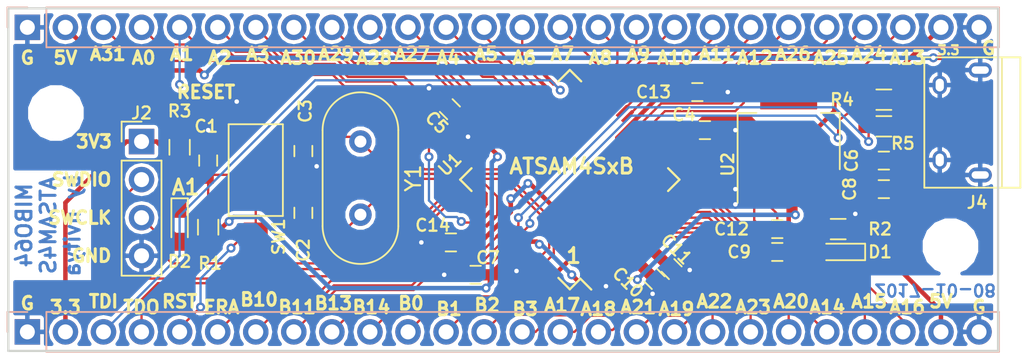
<source format=kicad_pcb>
(kicad_pcb (version 20171130) (host pcbnew "(5.0.0)")

  (general
    (thickness 1.6)
    (drawings 66)
    (tracks 631)
    (zones 0)
    (modules 31)
    (nets 59)
  )

  (page A4)
  (layers
    (0 F.Cu signal)
    (31 B.Cu signal)
    (32 B.Adhes user)
    (33 F.Adhes user)
    (34 B.Paste user)
    (35 F.Paste user)
    (36 B.SilkS user)
    (37 F.SilkS user)
    (38 B.Mask user hide)
    (39 F.Mask user hide)
    (40 Dwgs.User user hide)
    (41 Cmts.User user)
    (42 Eco1.User user)
    (43 Eco2.User user)
    (44 Edge.Cuts user)
    (45 Margin user)
    (46 B.CrtYd user hide)
    (47 F.CrtYd user hide)
    (48 B.Fab user hide)
    (49 F.Fab user hide)
  )

  (setup
    (last_trace_width 0.153)
    (trace_clearance 0.153)
    (zone_clearance 0.254)
    (zone_45_only no)
    (trace_min 0.1)
    (segment_width 0.2)
    (edge_width 0.15)
    (via_size 0.6)
    (via_drill 0.3)
    (via_min_size 0.2)
    (via_min_drill 0.3)
    (uvia_size 0.3)
    (uvia_drill 0.1)
    (uvias_allowed no)
    (uvia_min_size 0.2)
    (uvia_min_drill 0.1)
    (pcb_text_width 0.3)
    (pcb_text_size 1.3 1.3)
    (mod_edge_width 0.15)
    (mod_text_size 0.8 0.8)
    (mod_text_width 0.15)
    (pad_size 1.524 1.524)
    (pad_drill 0.762)
    (pad_to_mask_clearance 0.2)
    (aux_axis_origin 0 0)
    (grid_origin 127 86.36)
    (visible_elements 7FFFEF6F)
    (pcbplotparams
      (layerselection 0x010e0_80000001)
      (usegerberextensions true)
      (usegerberattributes false)
      (usegerberadvancedattributes false)
      (creategerberjobfile false)
      (excludeedgelayer true)
      (linewidth 0.100000)
      (plotframeref false)
      (viasonmask false)
      (mode 1)
      (useauxorigin false)
      (hpglpennumber 1)
      (hpglpenspeed 20)
      (hpglpendiameter 15.000000)
      (psnegative false)
      (psa4output false)
      (plotreference true)
      (plotvalue true)
      (plotinvisibletext false)
      (padsonsilk false)
      (subtractmaskfromsilk false)
      (outputformat 1)
      (mirror false)
      (drillshape 0)
      (scaleselection 1)
      (outputdirectory "./gerber"))
  )

  (net 0 "")
  (net 1 /RESET)
  (net 2 GND)
  (net 3 /XOUT)
  (net 4 /XIN)
  (net 5 +3V3)
  (net 6 /5V)
  (net 7 /1V2)
  (net 8 "Net-(D1-Pad1)")
  (net 9 "Net-(D2-Pad1)")
  (net 10 /TDI-PB4)
  (net 11 /TDO-PB5)
  (net 12 /ERASE-PB12)
  (net 13 /USBDM-PB10)
  (net 14 /USBDP-PB11)
  (net 15 /PB13)
  (net 16 /PB14)
  (net 17 /PB0)
  (net 18 /PB1)
  (net 19 /PB2)
  (net 20 /PB3)
  (net 21 /PA17)
  (net 22 /PA18)
  (net 23 /PA21)
  (net 24 /PA19)
  (net 25 /PA22)
  (net 26 /PA23)
  (net 27 /PA20)
  (net 28 /PA16)
  (net 29 /PA15)
  (net 30 /PA14)
  (net 31 /SWDIO-PB6)
  (net 32 /SWCLK-PB7)
  (net 33 /PA0)
  (net 34 /PA1)
  (net 35 /PA2)
  (net 36 /PA3)
  (net 37 /PA31)
  (net 38 /PA30)
  (net 39 /PA29)
  (net 40 /PA28)
  (net 41 /PA27)
  (net 42 /PA4)
  (net 43 /PA5)
  (net 44 /PA6)
  (net 45 /PA7)
  (net 46 /PA8)
  (net 47 /PA9)
  (net 48 /PA10)
  (net 49 /PA11)
  (net 50 /PA12)
  (net 51 /PA26)
  (net 52 /PA25)
  (net 53 /PA24)
  (net 54 /PA13)
  (net 55 "Net-(J4-Pad2)")
  (net 56 "Net-(J4-Pad3)")
  (net 57 "Net-(U1-Pad40)")
  (net 58 "Net-(U1-Pad50)")

  (net_class Default "This is the default net class."
    (clearance 0.153)
    (trace_width 0.153)
    (via_dia 0.6)
    (via_drill 0.3)
    (uvia_dia 0.3)
    (uvia_drill 0.1)
    (add_net /1V2)
    (add_net /ERASE-PB12)
    (add_net /PA0)
    (add_net /PA1)
    (add_net /PA10)
    (add_net /PA11)
    (add_net /PA12)
    (add_net /PA13)
    (add_net /PA14)
    (add_net /PA15)
    (add_net /PA16)
    (add_net /PA17)
    (add_net /PA18)
    (add_net /PA19)
    (add_net /PA2)
    (add_net /PA20)
    (add_net /PA21)
    (add_net /PA22)
    (add_net /PA23)
    (add_net /PA24)
    (add_net /PA25)
    (add_net /PA26)
    (add_net /PA27)
    (add_net /PA28)
    (add_net /PA29)
    (add_net /PA3)
    (add_net /PA30)
    (add_net /PA31)
    (add_net /PA4)
    (add_net /PA5)
    (add_net /PA6)
    (add_net /PA7)
    (add_net /PA8)
    (add_net /PA9)
    (add_net /PB0)
    (add_net /PB1)
    (add_net /PB13)
    (add_net /PB14)
    (add_net /PB2)
    (add_net /PB3)
    (add_net /RESET)
    (add_net /SWCLK-PB7)
    (add_net /SWDIO-PB6)
    (add_net /TDI-PB4)
    (add_net /TDO-PB5)
    (add_net /USBDM-PB10)
    (add_net /USBDP-PB11)
    (add_net /XIN)
    (add_net /XOUT)
    (add_net GND)
    (add_net "Net-(D1-Pad1)")
    (add_net "Net-(D2-Pad1)")
    (add_net "Net-(J4-Pad2)")
    (add_net "Net-(J4-Pad3)")
    (add_net "Net-(U1-Pad40)")
    (add_net "Net-(U1-Pad50)")
  )

  (net_class 3V3 ""
    (clearance 0.153)
    (trace_width 0.3)
    (via_dia 0.6)
    (via_drill 0.3)
    (uvia_dia 0.3)
    (uvia_drill 0.1)
    (add_net +3V3)
  )

  (net_class 5V ""
    (clearance 0.153)
    (trace_width 0.3)
    (via_dia 0.6)
    (via_drill 0.3)
    (uvia_dia 0.3)
    (uvia_drill 0.1)
    (add_net /5V)
  )

  (module Housings_QFP:LQFP-64_10x10mm_Pitch0.5mm (layer F.Cu) (tedit 59C6D9E5) (tstamp 59C6918E)
    (at 165.735 99.06 135)
    (descr "64 LEAD LQFP 10x10mm (see MICREL LQFP10x10-64LD-PL-1.pdf)")
    (tags "QFP 0.5")
    (path /59C62C42)
    (attr smd)
    (fp_text reference U1 (at 6.375982 -4.939141 225) (layer F.SilkS)
      (effects (font (size 0.8 0.8) (thickness 0.15)))
    )
    (fp_text value ATSAM4SxB (at 0 7.2 135) (layer F.Fab)
      (effects (font (size 1 1) (thickness 0.15)))
    )
    (fp_text user %R (at 0 0 135) (layer F.Fab)
      (effects (font (size 1 1) (thickness 0.15)))
    )
    (fp_line (start -4 -5) (end 5 -5) (layer F.Fab) (width 0.15))
    (fp_line (start 5 -5) (end 5 5) (layer F.Fab) (width 0.15))
    (fp_line (start 5 5) (end -5 5) (layer F.Fab) (width 0.15))
    (fp_line (start -5 5) (end -5 -4) (layer F.Fab) (width 0.15))
    (fp_line (start -5 -4) (end -4 -5) (layer F.Fab) (width 0.15))
    (fp_line (start -6.45 -6.45) (end -6.45 6.45) (layer F.CrtYd) (width 0.05))
    (fp_line (start 6.45 -6.45) (end 6.45 6.45) (layer F.CrtYd) (width 0.05))
    (fp_line (start -6.45 -6.45) (end 6.45 -6.45) (layer F.CrtYd) (width 0.05))
    (fp_line (start -6.45 6.45) (end 6.45 6.45) (layer F.CrtYd) (width 0.05))
    (fp_line (start -5.175 -5.175) (end -5.175 -4.175) (layer F.SilkS) (width 0.15))
    (fp_line (start 5.175 -5.175) (end 5.175 -4.1) (layer F.SilkS) (width 0.15))
    (fp_line (start 5.175 5.175) (end 5.175 4.1) (layer F.SilkS) (width 0.15))
    (fp_line (start -5.175 5.175) (end -5.175 4.1) (layer F.SilkS) (width 0.15))
    (fp_line (start -5.175 -5.175) (end -4.1 -5.175) (layer F.SilkS) (width 0.15))
    (fp_line (start -5.175 5.175) (end -4.1 5.175) (layer F.SilkS) (width 0.15))
    (fp_line (start 5.175 5.175) (end 4.1 5.175) (layer F.SilkS) (width 0.15))
    (fp_line (start 5.175 -5.175) (end 4.1 -5.175) (layer F.SilkS) (width 0.15))
    (fp_line (start -5.175 -4.175) (end -6.2 -4.175) (layer F.SilkS) (width 0.15))
    (pad 1 smd rect (at -5.7 -3.75 135) (size 1 0.25) (layers F.Cu F.Paste F.Mask)
      (net 5 +3V3))
    (pad 2 smd rect (at -5.7 -3.25 135) (size 1 0.25) (layers F.Cu F.Paste F.Mask)
      (net 2 GND))
    (pad 3 smd rect (at -5.7 -2.75 135) (size 1 0.25) (layers F.Cu F.Paste F.Mask)
      (net 17 /PB0))
    (pad 4 smd rect (at -5.7 -2.25 135) (size 1 0.25) (layers F.Cu F.Paste F.Mask)
      (net 18 /PB1))
    (pad 5 smd rect (at -5.7 -1.75 135) (size 1 0.25) (layers F.Cu F.Paste F.Mask)
      (net 19 /PB2))
    (pad 6 smd rect (at -5.7 -1.25 135) (size 1 0.25) (layers F.Cu F.Paste F.Mask)
      (net 20 /PB3))
    (pad 7 smd rect (at -5.7 -0.75 135) (size 1 0.25) (layers F.Cu F.Paste F.Mask)
      (net 5 +3V3))
    (pad 8 smd rect (at -5.7 -0.25 135) (size 1 0.25) (layers F.Cu F.Paste F.Mask)
      (net 7 /1V2))
    (pad 9 smd rect (at -5.7 0.25 135) (size 1 0.25) (layers F.Cu F.Paste F.Mask)
      (net 21 /PA17))
    (pad 10 smd rect (at -5.7 0.75 135) (size 1 0.25) (layers F.Cu F.Paste F.Mask)
      (net 22 /PA18))
    (pad 11 smd rect (at -5.7 1.25 135) (size 1 0.25) (layers F.Cu F.Paste F.Mask)
      (net 23 /PA21))
    (pad 12 smd rect (at -5.7 1.75 135) (size 1 0.25) (layers F.Cu F.Paste F.Mask)
      (net 7 /1V2))
    (pad 13 smd rect (at -5.7 2.25 135) (size 1 0.25) (layers F.Cu F.Paste F.Mask)
      (net 24 /PA19))
    (pad 14 smd rect (at -5.7 2.75 135) (size 1 0.25) (layers F.Cu F.Paste F.Mask)
      (net 25 /PA22))
    (pad 15 smd rect (at -5.7 3.25 135) (size 1 0.25) (layers F.Cu F.Paste F.Mask)
      (net 26 /PA23))
    (pad 16 smd rect (at -5.7 3.75 135) (size 1 0.25) (layers F.Cu F.Paste F.Mask)
      (net 27 /PA20))
    (pad 17 smd rect (at -3.75 5.7 225) (size 1 0.25) (layers F.Cu F.Paste F.Mask)
      (net 2 GND))
    (pad 18 smd rect (at -3.25 5.7 225) (size 1 0.25) (layers F.Cu F.Paste F.Mask)
      (net 5 +3V3))
    (pad 19 smd rect (at -2.75 5.7 225) (size 1 0.25) (layers F.Cu F.Paste F.Mask)
      (net 28 /PA16))
    (pad 20 smd rect (at -2.25 5.7 225) (size 1 0.25) (layers F.Cu F.Paste F.Mask)
      (net 29 /PA15))
    (pad 21 smd rect (at -1.75 5.7 225) (size 1 0.25) (layers F.Cu F.Paste F.Mask)
      (net 30 /PA14))
    (pad 22 smd rect (at -1.25 5.7 225) (size 1 0.25) (layers F.Cu F.Paste F.Mask)
      (net 54 /PA13))
    (pad 23 smd rect (at -0.75 5.7 225) (size 1 0.25) (layers F.Cu F.Paste F.Mask)
      (net 53 /PA24))
    (pad 24 smd rect (at -0.25 5.7 225) (size 1 0.25) (layers F.Cu F.Paste F.Mask)
      (net 7 /1V2))
    (pad 25 smd rect (at 0.25 5.7 225) (size 1 0.25) (layers F.Cu F.Paste F.Mask)
      (net 52 /PA25))
    (pad 26 smd rect (at 0.75 5.7 225) (size 1 0.25) (layers F.Cu F.Paste F.Mask)
      (net 51 /PA26))
    (pad 27 smd rect (at 1.25 5.7 225) (size 1 0.25) (layers F.Cu F.Paste F.Mask)
      (net 50 /PA12))
    (pad 28 smd rect (at 1.75 5.7 225) (size 1 0.25) (layers F.Cu F.Paste F.Mask)
      (net 49 /PA11))
    (pad 29 smd rect (at 2.25 5.7 225) (size 1 0.25) (layers F.Cu F.Paste F.Mask)
      (net 48 /PA10))
    (pad 30 smd rect (at 2.75 5.7 225) (size 1 0.25) (layers F.Cu F.Paste F.Mask)
      (net 47 /PA9))
    (pad 31 smd rect (at 3.25 5.7 225) (size 1 0.25) (layers F.Cu F.Paste F.Mask)
      (net 46 /PA8))
    (pad 32 smd rect (at 3.75 5.7 225) (size 1 0.25) (layers F.Cu F.Paste F.Mask)
      (net 45 /PA7))
    (pad 33 smd rect (at 5.7 3.75 135) (size 1 0.25) (layers F.Cu F.Paste F.Mask)
      (net 10 /TDI-PB4))
    (pad 34 smd rect (at 5.7 3.25 135) (size 1 0.25) (layers F.Cu F.Paste F.Mask)
      (net 44 /PA6))
    (pad 35 smd rect (at 5.7 2.75 135) (size 1 0.25) (layers F.Cu F.Paste F.Mask)
      (net 43 /PA5))
    (pad 36 smd rect (at 5.7 2.25 135) (size 1 0.25) (layers F.Cu F.Paste F.Mask)
      (net 42 /PA4))
    (pad 37 smd rect (at 5.7 1.75 135) (size 1 0.25) (layers F.Cu F.Paste F.Mask)
      (net 41 /PA27))
    (pad 38 smd rect (at 5.7 1.25 135) (size 1 0.25) (layers F.Cu F.Paste F.Mask)
      (net 40 /PA28))
    (pad 39 smd rect (at 5.7 0.75 135) (size 1 0.25) (layers F.Cu F.Paste F.Mask)
      (net 1 /RESET))
    (pad 40 smd rect (at 5.7 0.25 135) (size 1 0.25) (layers F.Cu F.Paste F.Mask)
      (net 57 "Net-(U1-Pad40)"))
    (pad 41 smd rect (at 5.7 -0.25 135) (size 1 0.25) (layers F.Cu F.Paste F.Mask)
      (net 39 /PA29))
    (pad 42 smd rect (at 5.7 -0.75 135) (size 1 0.25) (layers F.Cu F.Paste F.Mask)
      (net 38 /PA30))
    (pad 43 smd rect (at 5.7 -1.25 135) (size 1 0.25) (layers F.Cu F.Paste F.Mask)
      (net 36 /PA3))
    (pad 44 smd rect (at 5.7 -1.75 135) (size 1 0.25) (layers F.Cu F.Paste F.Mask)
      (net 35 /PA2))
    (pad 45 smd rect (at 5.7 -2.25 135) (size 1 0.25) (layers F.Cu F.Paste F.Mask)
      (net 5 +3V3))
    (pad 46 smd rect (at 5.7 -2.75 135) (size 1 0.25) (layers F.Cu F.Paste F.Mask)
      (net 2 GND))
    (pad 47 smd rect (at 5.7 -3.25 135) (size 1 0.25) (layers F.Cu F.Paste F.Mask)
      (net 34 /PA1))
    (pad 48 smd rect (at 5.7 -3.75 135) (size 1 0.25) (layers F.Cu F.Paste F.Mask)
      (net 33 /PA0))
    (pad 49 smd rect (at 3.75 -5.7 225) (size 1 0.25) (layers F.Cu F.Paste F.Mask)
      (net 11 /TDO-PB5))
    (pad 50 smd rect (at 3.25 -5.7 225) (size 1 0.25) (layers F.Cu F.Paste F.Mask)
      (net 58 "Net-(U1-Pad50)"))
    (pad 51 smd rect (at 2.75 -5.7 225) (size 1 0.25) (layers F.Cu F.Paste F.Mask)
      (net 31 /SWDIO-PB6))
    (pad 52 smd rect (at 2.25 -5.7 225) (size 1 0.25) (layers F.Cu F.Paste F.Mask)
      (net 37 /PA31))
    (pad 53 smd rect (at 1.75 -5.7 225) (size 1 0.25) (layers F.Cu F.Paste F.Mask)
      (net 32 /SWCLK-PB7))
    (pad 54 smd rect (at 1.25 -5.7 225) (size 1 0.25) (layers F.Cu F.Paste F.Mask)
      (net 7 /1V2))
    (pad 55 smd rect (at 0.75 -5.7 225) (size 1 0.25) (layers F.Cu F.Paste F.Mask)
      (net 12 /ERASE-PB12))
    (pad 56 smd rect (at 0.25 -5.7 225) (size 1 0.25) (layers F.Cu F.Paste F.Mask)
      (net 13 /USBDM-PB10))
    (pad 57 smd rect (at -0.25 -5.7 225) (size 1 0.25) (layers F.Cu F.Paste F.Mask)
      (net 14 /USBDP-PB11))
    (pad 58 smd rect (at -0.75 -5.7 225) (size 1 0.25) (layers F.Cu F.Paste F.Mask)
      (net 5 +3V3))
    (pad 59 smd rect (at -1.25 -5.7 225) (size 1 0.25) (layers F.Cu F.Paste F.Mask)
      (net 15 /PB13))
    (pad 60 smd rect (at -1.75 -5.7 225) (size 1 0.25) (layers F.Cu F.Paste F.Mask)
      (net 2 GND))
    (pad 61 smd rect (at -2.25 -5.7 225) (size 1 0.25) (layers F.Cu F.Paste F.Mask)
      (net 3 /XOUT))
    (pad 62 smd rect (at -2.75 -5.7 225) (size 1 0.25) (layers F.Cu F.Paste F.Mask)
      (net 4 /XIN))
    (pad 63 smd rect (at -3.25 -5.7 225) (size 1 0.25) (layers F.Cu F.Paste F.Mask)
      (net 16 /PB14))
    (pad 64 smd rect (at -3.75 -5.7 225) (size 1 0.25) (layers F.Cu F.Paste F.Mask)
      (net 7 /1V2))
    (model ${KISYS3DMOD}/Housings_QFP.3dshapes/LQFP-64_10x10mm_Pitch0.5mm.wrl
      (at (xyz 0 0 0))
      (scale (xyz 1 1 1))
      (rotate (xyz 0 0 0))
    )
  )

  (module Capacitors_SMD:C_0603_HandSoldering (layer F.Cu) (tedit 59C74598) (tstamp 59C69075)
    (at 141.605 97.79 90)
    (descr "Capacitor SMD 0603, hand soldering")
    (tags "capacitor 0603")
    (path /59C6285C)
    (attr smd)
    (fp_text reference C1 (at 2.286 -0.127) (layer F.SilkS)
      (effects (font (size 0.8 0.8) (thickness 0.15)))
    )
    (fp_text value 10nF (at 0 1.5 90) (layer F.Fab)
      (effects (font (size 1 1) (thickness 0.15)))
    )
    (fp_text user %R (at 0 -1.25 90) (layer F.Fab)
      (effects (font (size 1 1) (thickness 0.15)))
    )
    (fp_line (start -0.8 0.4) (end -0.8 -0.4) (layer F.Fab) (width 0.1))
    (fp_line (start 0.8 0.4) (end -0.8 0.4) (layer F.Fab) (width 0.1))
    (fp_line (start 0.8 -0.4) (end 0.8 0.4) (layer F.Fab) (width 0.1))
    (fp_line (start -0.8 -0.4) (end 0.8 -0.4) (layer F.Fab) (width 0.1))
    (fp_line (start -0.35 -0.6) (end 0.35 -0.6) (layer F.SilkS) (width 0.12))
    (fp_line (start 0.35 0.6) (end -0.35 0.6) (layer F.SilkS) (width 0.12))
    (fp_line (start -1.8 -0.65) (end 1.8 -0.65) (layer F.CrtYd) (width 0.05))
    (fp_line (start -1.8 -0.65) (end -1.8 0.65) (layer F.CrtYd) (width 0.05))
    (fp_line (start 1.8 0.65) (end 1.8 -0.65) (layer F.CrtYd) (width 0.05))
    (fp_line (start 1.8 0.65) (end -1.8 0.65) (layer F.CrtYd) (width 0.05))
    (pad 1 smd rect (at -0.95 0 90) (size 1.2 0.75) (layers F.Cu F.Paste F.Mask)
      (net 1 /RESET))
    (pad 2 smd rect (at 0.95 0 90) (size 1.2 0.75) (layers F.Cu F.Paste F.Mask)
      (net 2 GND))
    (model Capacitors_SMD.3dshapes/C_0603.wrl
      (at (xyz 0 0 0))
      (scale (xyz 1 1 1))
      (rotate (xyz 0 0 0))
    )
  )

  (module Capacitors_SMD:C_0603_HandSoldering (layer F.Cu) (tedit 59C6DA1A) (tstamp 59C6907B)
    (at 147.955 101.28 90)
    (descr "Capacitor SMD 0603, hand soldering")
    (tags "capacitor 0603")
    (path /59C62E26)
    (attr smd)
    (fp_text reference C2 (at -2.479 0 90) (layer F.SilkS)
      (effects (font (size 0.8 0.8) (thickness 0.15)))
    )
    (fp_text value 22pF (at 0 1.5 90) (layer F.Fab)
      (effects (font (size 1 1) (thickness 0.15)))
    )
    (fp_text user %R (at 0 -1.25 90) (layer F.Fab)
      (effects (font (size 1 1) (thickness 0.15)))
    )
    (fp_line (start -0.8 0.4) (end -0.8 -0.4) (layer F.Fab) (width 0.1))
    (fp_line (start 0.8 0.4) (end -0.8 0.4) (layer F.Fab) (width 0.1))
    (fp_line (start 0.8 -0.4) (end 0.8 0.4) (layer F.Fab) (width 0.1))
    (fp_line (start -0.8 -0.4) (end 0.8 -0.4) (layer F.Fab) (width 0.1))
    (fp_line (start -0.35 -0.6) (end 0.35 -0.6) (layer F.SilkS) (width 0.12))
    (fp_line (start 0.35 0.6) (end -0.35 0.6) (layer F.SilkS) (width 0.12))
    (fp_line (start -1.8 -0.65) (end 1.8 -0.65) (layer F.CrtYd) (width 0.05))
    (fp_line (start -1.8 -0.65) (end -1.8 0.65) (layer F.CrtYd) (width 0.05))
    (fp_line (start 1.8 0.65) (end 1.8 -0.65) (layer F.CrtYd) (width 0.05))
    (fp_line (start 1.8 0.65) (end -1.8 0.65) (layer F.CrtYd) (width 0.05))
    (pad 1 smd rect (at -0.95 0 90) (size 1.2 0.75) (layers F.Cu F.Paste F.Mask)
      (net 3 /XOUT))
    (pad 2 smd rect (at 0.95 0 90) (size 1.2 0.75) (layers F.Cu F.Paste F.Mask)
      (net 2 GND))
    (model Capacitors_SMD.3dshapes/C_0603.wrl
      (at (xyz 0 0 0))
      (scale (xyz 1 1 1))
      (rotate (xyz 0 0 0))
    )
  )

  (module Capacitors_SMD:C_0603_HandSoldering (layer F.Cu) (tedit 59C6DA15) (tstamp 59C69081)
    (at 147.955 97.155 270)
    (descr "Capacitor SMD 0603, hand soldering")
    (tags "capacitor 0603")
    (path /59C62F28)
    (attr smd)
    (fp_text reference C3 (at -2.667 -0.127 270) (layer F.SilkS)
      (effects (font (size 0.8 0.8) (thickness 0.15)))
    )
    (fp_text value 22pF (at 0 1.5 270) (layer F.Fab)
      (effects (font (size 1 1) (thickness 0.15)))
    )
    (fp_text user %R (at 0 -1.25 270) (layer F.Fab)
      (effects (font (size 1 1) (thickness 0.15)))
    )
    (fp_line (start -0.8 0.4) (end -0.8 -0.4) (layer F.Fab) (width 0.1))
    (fp_line (start 0.8 0.4) (end -0.8 0.4) (layer F.Fab) (width 0.1))
    (fp_line (start 0.8 -0.4) (end 0.8 0.4) (layer F.Fab) (width 0.1))
    (fp_line (start -0.8 -0.4) (end 0.8 -0.4) (layer F.Fab) (width 0.1))
    (fp_line (start -0.35 -0.6) (end 0.35 -0.6) (layer F.SilkS) (width 0.12))
    (fp_line (start 0.35 0.6) (end -0.35 0.6) (layer F.SilkS) (width 0.12))
    (fp_line (start -1.8 -0.65) (end 1.8 -0.65) (layer F.CrtYd) (width 0.05))
    (fp_line (start -1.8 -0.65) (end -1.8 0.65) (layer F.CrtYd) (width 0.05))
    (fp_line (start 1.8 0.65) (end 1.8 -0.65) (layer F.CrtYd) (width 0.05))
    (fp_line (start 1.8 0.65) (end -1.8 0.65) (layer F.CrtYd) (width 0.05))
    (pad 1 smd rect (at -0.95 0 270) (size 1.2 0.75) (layers F.Cu F.Paste F.Mask)
      (net 4 /XIN))
    (pad 2 smd rect (at 0.95 0 270) (size 1.2 0.75) (layers F.Cu F.Paste F.Mask)
      (net 2 GND))
    (model Capacitors_SMD.3dshapes/C_0603.wrl
      (at (xyz 0 0 0))
      (scale (xyz 1 1 1))
      (rotate (xyz 0 0 0))
    )
  )

  (module Capacitors_SMD:C_0603_HandSoldering (layer F.Cu) (tedit 59C6D9D0) (tstamp 59C69087)
    (at 174.752 95.758)
    (descr "Capacitor SMD 0603, hand soldering")
    (tags "capacitor 0603")
    (path /59C6A47F)
    (attr smd)
    (fp_text reference C4 (at -1.397 -1.016) (layer F.SilkS)
      (effects (font (size 0.8 0.8) (thickness 0.15)))
    )
    (fp_text value 100nF (at 0 1.5) (layer F.Fab)
      (effects (font (size 1 1) (thickness 0.15)))
    )
    (fp_text user %R (at 0 -1.25) (layer F.Fab)
      (effects (font (size 1 1) (thickness 0.15)))
    )
    (fp_line (start -0.8 0.4) (end -0.8 -0.4) (layer F.Fab) (width 0.1))
    (fp_line (start 0.8 0.4) (end -0.8 0.4) (layer F.Fab) (width 0.1))
    (fp_line (start 0.8 -0.4) (end 0.8 0.4) (layer F.Fab) (width 0.1))
    (fp_line (start -0.8 -0.4) (end 0.8 -0.4) (layer F.Fab) (width 0.1))
    (fp_line (start -0.35 -0.6) (end 0.35 -0.6) (layer F.SilkS) (width 0.12))
    (fp_line (start 0.35 0.6) (end -0.35 0.6) (layer F.SilkS) (width 0.12))
    (fp_line (start -1.8 -0.65) (end 1.8 -0.65) (layer F.CrtYd) (width 0.05))
    (fp_line (start -1.8 -0.65) (end -1.8 0.65) (layer F.CrtYd) (width 0.05))
    (fp_line (start 1.8 0.65) (end 1.8 -0.65) (layer F.CrtYd) (width 0.05))
    (fp_line (start 1.8 0.65) (end -1.8 0.65) (layer F.CrtYd) (width 0.05))
    (pad 1 smd rect (at -0.95 0) (size 1.2 0.75) (layers F.Cu F.Paste F.Mask)
      (net 5 +3V3))
    (pad 2 smd rect (at 0.95 0) (size 1.2 0.75) (layers F.Cu F.Paste F.Mask)
      (net 2 GND))
    (model Capacitors_SMD.3dshapes/C_0603.wrl
      (at (xyz 0 0 0))
      (scale (xyz 1 1 1))
      (rotate (xyz 0 0 0))
    )
  )

  (module Capacitors_SMD:C_0603_HandSoldering (layer F.Cu) (tedit 58AA848B) (tstamp 59C6908D)
    (at 157.734 94.361 135)
    (descr "Capacitor SMD 0603, hand soldering")
    (tags "capacitor 0603")
    (path /59C6A6BB)
    (attr smd)
    (fp_text reference C5 (at 0 -1.25 135) (layer F.SilkS)
      (effects (font (size 0.8 0.8) (thickness 0.15)))
    )
    (fp_text value 100nF (at 0 1.5 135) (layer F.Fab)
      (effects (font (size 1 1) (thickness 0.15)))
    )
    (fp_text user %R (at 0 -1.25 135) (layer F.Fab)
      (effects (font (size 1 1) (thickness 0.15)))
    )
    (fp_line (start -0.8 0.4) (end -0.8 -0.4) (layer F.Fab) (width 0.1))
    (fp_line (start 0.8 0.4) (end -0.8 0.4) (layer F.Fab) (width 0.1))
    (fp_line (start 0.8 -0.4) (end 0.8 0.4) (layer F.Fab) (width 0.1))
    (fp_line (start -0.8 -0.4) (end 0.8 -0.4) (layer F.Fab) (width 0.1))
    (fp_line (start -0.35 -0.6) (end 0.35 -0.6) (layer F.SilkS) (width 0.12))
    (fp_line (start 0.35 0.6) (end -0.35 0.6) (layer F.SilkS) (width 0.12))
    (fp_line (start -1.8 -0.65) (end 1.8 -0.65) (layer F.CrtYd) (width 0.05))
    (fp_line (start -1.8 -0.65) (end -1.8 0.65) (layer F.CrtYd) (width 0.05))
    (fp_line (start 1.8 0.65) (end 1.8 -0.65) (layer F.CrtYd) (width 0.05))
    (fp_line (start 1.8 0.65) (end -1.8 0.65) (layer F.CrtYd) (width 0.05))
    (pad 1 smd rect (at -0.949999 0 135) (size 1.2 0.75) (layers F.Cu F.Paste F.Mask)
      (net 5 +3V3))
    (pad 2 smd rect (at 0.949999 0 135) (size 1.2 0.75) (layers F.Cu F.Paste F.Mask)
      (net 2 GND))
    (model Capacitors_SMD.3dshapes/C_0603.wrl
      (at (xyz 0 0 0))
      (scale (xyz 1 1 1))
      (rotate (xyz 0 0 0))
    )
  )

  (module Capacitors_SMD:C_0603_HandSoldering (layer F.Cu) (tedit 59C6D999) (tstamp 59C69093)
    (at 186.69 97.79)
    (descr "Capacitor SMD 0603, hand soldering")
    (tags "capacitor 0603")
    (path /59C68522)
    (attr smd)
    (fp_text reference C6 (at -2.159 0 90) (layer F.SilkS)
      (effects (font (size 0.8 0.8) (thickness 0.15)))
    )
    (fp_text value 10uF (at 0 1.5) (layer F.Fab)
      (effects (font (size 1 1) (thickness 0.15)))
    )
    (fp_text user %R (at 0 -1.25) (layer F.Fab)
      (effects (font (size 1 1) (thickness 0.15)))
    )
    (fp_line (start -0.8 0.4) (end -0.8 -0.4) (layer F.Fab) (width 0.1))
    (fp_line (start 0.8 0.4) (end -0.8 0.4) (layer F.Fab) (width 0.1))
    (fp_line (start 0.8 -0.4) (end 0.8 0.4) (layer F.Fab) (width 0.1))
    (fp_line (start -0.8 -0.4) (end 0.8 -0.4) (layer F.Fab) (width 0.1))
    (fp_line (start -0.35 -0.6) (end 0.35 -0.6) (layer F.SilkS) (width 0.12))
    (fp_line (start 0.35 0.6) (end -0.35 0.6) (layer F.SilkS) (width 0.12))
    (fp_line (start -1.8 -0.65) (end 1.8 -0.65) (layer F.CrtYd) (width 0.05))
    (fp_line (start -1.8 -0.65) (end -1.8 0.65) (layer F.CrtYd) (width 0.05))
    (fp_line (start 1.8 0.65) (end 1.8 -0.65) (layer F.CrtYd) (width 0.05))
    (fp_line (start 1.8 0.65) (end -1.8 0.65) (layer F.CrtYd) (width 0.05))
    (pad 1 smd rect (at -0.95 0) (size 1.2 0.75) (layers F.Cu F.Paste F.Mask)
      (net 6 /5V))
    (pad 2 smd rect (at 0.95 0) (size 1.2 0.75) (layers F.Cu F.Paste F.Mask)
      (net 2 GND))
    (model Capacitors_SMD.3dshapes/C_0603.wrl
      (at (xyz 0 0 0))
      (scale (xyz 1 1 1))
      (rotate (xyz 0 0 0))
    )
  )

  (module Capacitors_SMD:C_0603_HandSoldering (layer F.Cu) (tedit 59C6DA04) (tstamp 59C69099)
    (at 159.451 105.41 180)
    (descr "Capacitor SMD 0603, hand soldering")
    (tags "capacitor 0603")
    (path /59C6A738)
    (attr smd)
    (fp_text reference C7 (at -0.823 1.143 180) (layer F.SilkS)
      (effects (font (size 0.8 0.8) (thickness 0.15)))
    )
    (fp_text value 100nF (at 0 1.5 180) (layer F.Fab)
      (effects (font (size 1 1) (thickness 0.15)))
    )
    (fp_text user %R (at 0 -1.25 180) (layer F.Fab)
      (effects (font (size 1 1) (thickness 0.15)))
    )
    (fp_line (start -0.8 0.4) (end -0.8 -0.4) (layer F.Fab) (width 0.1))
    (fp_line (start 0.8 0.4) (end -0.8 0.4) (layer F.Fab) (width 0.1))
    (fp_line (start 0.8 -0.4) (end 0.8 0.4) (layer F.Fab) (width 0.1))
    (fp_line (start -0.8 -0.4) (end 0.8 -0.4) (layer F.Fab) (width 0.1))
    (fp_line (start -0.35 -0.6) (end 0.35 -0.6) (layer F.SilkS) (width 0.12))
    (fp_line (start 0.35 0.6) (end -0.35 0.6) (layer F.SilkS) (width 0.12))
    (fp_line (start -1.8 -0.65) (end 1.8 -0.65) (layer F.CrtYd) (width 0.05))
    (fp_line (start -1.8 -0.65) (end -1.8 0.65) (layer F.CrtYd) (width 0.05))
    (fp_line (start 1.8 0.65) (end 1.8 -0.65) (layer F.CrtYd) (width 0.05))
    (fp_line (start 1.8 0.65) (end -1.8 0.65) (layer F.CrtYd) (width 0.05))
    (pad 1 smd rect (at -0.95 0 180) (size 1.2 0.75) (layers F.Cu F.Paste F.Mask)
      (net 5 +3V3))
    (pad 2 smd rect (at 0.95 0 180) (size 1.2 0.75) (layers F.Cu F.Paste F.Mask)
      (net 2 GND))
    (model Capacitors_SMD.3dshapes/C_0603.wrl
      (at (xyz 0 0 0))
      (scale (xyz 1 1 1))
      (rotate (xyz 0 0 0))
    )
  )

  (module Capacitors_SMD:C_0603_HandSoldering (layer F.Cu) (tedit 59C6D9A0) (tstamp 59C6909F)
    (at 186.69 99.695)
    (descr "Capacitor SMD 0603, hand soldering")
    (tags "capacitor 0603")
    (path /59C6847F)
    (attr smd)
    (fp_text reference C8 (at -2.286 0 90) (layer F.SilkS)
      (effects (font (size 0.8 0.8) (thickness 0.15)))
    )
    (fp_text value 100nF (at 0 1.5) (layer F.Fab)
      (effects (font (size 1 1) (thickness 0.15)))
    )
    (fp_text user %R (at 0 -1.25) (layer F.Fab)
      (effects (font (size 1 1) (thickness 0.15)))
    )
    (fp_line (start -0.8 0.4) (end -0.8 -0.4) (layer F.Fab) (width 0.1))
    (fp_line (start 0.8 0.4) (end -0.8 0.4) (layer F.Fab) (width 0.1))
    (fp_line (start 0.8 -0.4) (end 0.8 0.4) (layer F.Fab) (width 0.1))
    (fp_line (start -0.8 -0.4) (end 0.8 -0.4) (layer F.Fab) (width 0.1))
    (fp_line (start -0.35 -0.6) (end 0.35 -0.6) (layer F.SilkS) (width 0.12))
    (fp_line (start 0.35 0.6) (end -0.35 0.6) (layer F.SilkS) (width 0.12))
    (fp_line (start -1.8 -0.65) (end 1.8 -0.65) (layer F.CrtYd) (width 0.05))
    (fp_line (start -1.8 -0.65) (end -1.8 0.65) (layer F.CrtYd) (width 0.05))
    (fp_line (start 1.8 0.65) (end 1.8 -0.65) (layer F.CrtYd) (width 0.05))
    (fp_line (start 1.8 0.65) (end -1.8 0.65) (layer F.CrtYd) (width 0.05))
    (pad 1 smd rect (at -0.95 0) (size 1.2 0.75) (layers F.Cu F.Paste F.Mask)
      (net 6 /5V))
    (pad 2 smd rect (at 0.95 0) (size 1.2 0.75) (layers F.Cu F.Paste F.Mask)
      (net 2 GND))
    (model Capacitors_SMD.3dshapes/C_0603.wrl
      (at (xyz 0 0 0))
      (scale (xyz 1 1 1))
      (rotate (xyz 0 0 0))
    )
  )

  (module Capacitors_SMD:C_0603_HandSoldering (layer F.Cu) (tedit 59C6DEEF) (tstamp 59C690A5)
    (at 179.578 103.886 180)
    (descr "Capacitor SMD 0603, hand soldering")
    (tags "capacitor 0603")
    (path /59C6885A)
    (attr smd)
    (fp_text reference C9 (at 2.54 0 180) (layer F.SilkS)
      (effects (font (size 0.8 0.8) (thickness 0.15)))
    )
    (fp_text value 100nF (at 0 1.5 180) (layer F.Fab)
      (effects (font (size 1 1) (thickness 0.15)))
    )
    (fp_text user %R (at 0 -1.25 180) (layer F.Fab)
      (effects (font (size 1 1) (thickness 0.15)))
    )
    (fp_line (start -0.8 0.4) (end -0.8 -0.4) (layer F.Fab) (width 0.1))
    (fp_line (start 0.8 0.4) (end -0.8 0.4) (layer F.Fab) (width 0.1))
    (fp_line (start 0.8 -0.4) (end 0.8 0.4) (layer F.Fab) (width 0.1))
    (fp_line (start -0.8 -0.4) (end 0.8 -0.4) (layer F.Fab) (width 0.1))
    (fp_line (start -0.35 -0.6) (end 0.35 -0.6) (layer F.SilkS) (width 0.12))
    (fp_line (start 0.35 0.6) (end -0.35 0.6) (layer F.SilkS) (width 0.12))
    (fp_line (start -1.8 -0.65) (end 1.8 -0.65) (layer F.CrtYd) (width 0.05))
    (fp_line (start -1.8 -0.65) (end -1.8 0.65) (layer F.CrtYd) (width 0.05))
    (fp_line (start 1.8 0.65) (end 1.8 -0.65) (layer F.CrtYd) (width 0.05))
    (fp_line (start 1.8 0.65) (end -1.8 0.65) (layer F.CrtYd) (width 0.05))
    (pad 1 smd rect (at -0.95 0 180) (size 1.2 0.75) (layers F.Cu F.Paste F.Mask)
      (net 5 +3V3))
    (pad 2 smd rect (at 0.95 0 180) (size 1.2 0.75) (layers F.Cu F.Paste F.Mask)
      (net 2 GND))
    (model Capacitors_SMD.3dshapes/C_0603.wrl
      (at (xyz 0 0 0))
      (scale (xyz 1 1 1))
      (rotate (xyz 0 0 0))
    )
  )

  (module Capacitors_SMD:C_0603_HandSoldering (layer F.Cu) (tedit 59C6DA49) (tstamp 59C690AB)
    (at 171.3865 105.690749 315)
    (descr "Capacitor SMD 0603, hand soldering")
    (tags "capacitor 0603")
    (path /59C69580)
    (attr smd)
    (fp_text reference C10 (at -1.096545 1.417927 315) (layer F.SilkS)
      (effects (font (size 0.8 0.8) (thickness 0.15)))
    )
    (fp_text value 1uF (at 0 1.5 315) (layer F.Fab)
      (effects (font (size 1 1) (thickness 0.15)))
    )
    (fp_text user %R (at 0 -1.25 315) (layer F.Fab)
      (effects (font (size 1 1) (thickness 0.15)))
    )
    (fp_line (start -0.8 0.4) (end -0.8 -0.4) (layer F.Fab) (width 0.1))
    (fp_line (start 0.8 0.4) (end -0.8 0.4) (layer F.Fab) (width 0.1))
    (fp_line (start 0.8 -0.4) (end 0.8 0.4) (layer F.Fab) (width 0.1))
    (fp_line (start -0.8 -0.4) (end 0.8 -0.4) (layer F.Fab) (width 0.1))
    (fp_line (start -0.35 -0.6) (end 0.35 -0.6) (layer F.SilkS) (width 0.12))
    (fp_line (start 0.35 0.6) (end -0.35 0.6) (layer F.SilkS) (width 0.12))
    (fp_line (start -1.8 -0.65) (end 1.8 -0.65) (layer F.CrtYd) (width 0.05))
    (fp_line (start -1.8 -0.65) (end -1.8 0.65) (layer F.CrtYd) (width 0.05))
    (fp_line (start 1.8 0.65) (end 1.8 -0.65) (layer F.CrtYd) (width 0.05))
    (fp_line (start 1.8 0.65) (end -1.8 0.65) (layer F.CrtYd) (width 0.05))
    (pad 1 smd rect (at -0.949999 0 315) (size 1.2 0.75) (layers F.Cu F.Paste F.Mask)
      (net 5 +3V3))
    (pad 2 smd rect (at 0.949999 0 315) (size 1.2 0.75) (layers F.Cu F.Paste F.Mask)
      (net 2 GND))
    (model Capacitors_SMD.3dshapes/C_0603.wrl
      (at (xyz 0 0 0))
      (scale (xyz 1 1 1))
      (rotate (xyz 0 0 0))
    )
  )

  (module Capacitors_SMD:C_0603_HandSoldering (layer F.Cu) (tedit 58AA848B) (tstamp 59C690B1)
    (at 172.5295 105.029 315)
    (descr "Capacitor SMD 0603, hand soldering")
    (tags "capacitor 0603")
    (path /59C69A7C)
    (attr smd)
    (fp_text reference C11 (at -0.71842 -1.167433 315) (layer F.SilkS)
      (effects (font (size 0.8 0.8) (thickness 0.15)))
    )
    (fp_text value 1uF (at 0 1.5 315) (layer F.Fab)
      (effects (font (size 1 1) (thickness 0.15)))
    )
    (fp_text user %R (at 0 -1.25 315) (layer F.Fab)
      (effects (font (size 1 1) (thickness 0.15)))
    )
    (fp_line (start -0.8 0.4) (end -0.8 -0.4) (layer F.Fab) (width 0.1))
    (fp_line (start 0.8 0.4) (end -0.8 0.4) (layer F.Fab) (width 0.1))
    (fp_line (start 0.8 -0.4) (end 0.8 0.4) (layer F.Fab) (width 0.1))
    (fp_line (start -0.8 -0.4) (end 0.8 -0.4) (layer F.Fab) (width 0.1))
    (fp_line (start -0.35 -0.6) (end 0.35 -0.6) (layer F.SilkS) (width 0.12))
    (fp_line (start 0.35 0.6) (end -0.35 0.6) (layer F.SilkS) (width 0.12))
    (fp_line (start -1.8 -0.65) (end 1.8 -0.65) (layer F.CrtYd) (width 0.05))
    (fp_line (start -1.8 -0.65) (end -1.8 0.65) (layer F.CrtYd) (width 0.05))
    (fp_line (start 1.8 0.65) (end 1.8 -0.65) (layer F.CrtYd) (width 0.05))
    (fp_line (start 1.8 0.65) (end -1.8 0.65) (layer F.CrtYd) (width 0.05))
    (pad 1 smd rect (at -0.949999 0 315) (size 1.2 0.75) (layers F.Cu F.Paste F.Mask)
      (net 7 /1V2))
    (pad 2 smd rect (at 0.949999 0 315) (size 1.2 0.75) (layers F.Cu F.Paste F.Mask)
      (net 2 GND))
    (model Capacitors_SMD.3dshapes/C_0603.wrl
      (at (xyz 0 0 0))
      (scale (xyz 1 1 1))
      (rotate (xyz 0 0 0))
    )
  )

  (module Capacitors_SMD:C_0603_HandSoldering (layer F.Cu) (tedit 59C6D900) (tstamp 59C690B7)
    (at 179.578 102.362 180)
    (descr "Capacitor SMD 0603, hand soldering")
    (tags "capacitor 0603")
    (path /59C688C7)
    (attr smd)
    (fp_text reference C12 (at 3.048 0 180) (layer F.SilkS)
      (effects (font (size 0.8 0.8) (thickness 0.15)))
    )
    (fp_text value 10uF (at 0 1.5 180) (layer F.Fab)
      (effects (font (size 1 1) (thickness 0.15)))
    )
    (fp_text user %R (at 0 -1.25 180) (layer F.Fab)
      (effects (font (size 1 1) (thickness 0.15)))
    )
    (fp_line (start -0.8 0.4) (end -0.8 -0.4) (layer F.Fab) (width 0.1))
    (fp_line (start 0.8 0.4) (end -0.8 0.4) (layer F.Fab) (width 0.1))
    (fp_line (start 0.8 -0.4) (end 0.8 0.4) (layer F.Fab) (width 0.1))
    (fp_line (start -0.8 -0.4) (end 0.8 -0.4) (layer F.Fab) (width 0.1))
    (fp_line (start -0.35 -0.6) (end 0.35 -0.6) (layer F.SilkS) (width 0.12))
    (fp_line (start 0.35 0.6) (end -0.35 0.6) (layer F.SilkS) (width 0.12))
    (fp_line (start -1.8 -0.65) (end 1.8 -0.65) (layer F.CrtYd) (width 0.05))
    (fp_line (start -1.8 -0.65) (end -1.8 0.65) (layer F.CrtYd) (width 0.05))
    (fp_line (start 1.8 0.65) (end 1.8 -0.65) (layer F.CrtYd) (width 0.05))
    (fp_line (start 1.8 0.65) (end -1.8 0.65) (layer F.CrtYd) (width 0.05))
    (pad 1 smd rect (at -0.95 0 180) (size 1.2 0.75) (layers F.Cu F.Paste F.Mask)
      (net 5 +3V3))
    (pad 2 smd rect (at 0.95 0 180) (size 1.2 0.75) (layers F.Cu F.Paste F.Mask)
      (net 2 GND))
    (model Capacitors_SMD.3dshapes/C_0603.wrl
      (at (xyz 0 0 0))
      (scale (xyz 1 1 1))
      (rotate (xyz 0 0 0))
    )
  )

  (module Capacitors_SMD:C_0603_HandSoldering (layer F.Cu) (tedit 59C6D9CB) (tstamp 59C690BD)
    (at 174.244 93.218)
    (descr "Capacitor SMD 0603, hand soldering")
    (tags "capacitor 0603")
    (path /59C69AFE)
    (attr smd)
    (fp_text reference C13 (at -2.921 0) (layer F.SilkS)
      (effects (font (size 0.8 0.8) (thickness 0.15)))
    )
    (fp_text value 100nF (at 0 1.5) (layer F.Fab)
      (effects (font (size 1 1) (thickness 0.15)))
    )
    (fp_text user %R (at 0 -1.25) (layer F.Fab)
      (effects (font (size 1 1) (thickness 0.15)))
    )
    (fp_line (start -0.8 0.4) (end -0.8 -0.4) (layer F.Fab) (width 0.1))
    (fp_line (start 0.8 0.4) (end -0.8 0.4) (layer F.Fab) (width 0.1))
    (fp_line (start 0.8 -0.4) (end 0.8 0.4) (layer F.Fab) (width 0.1))
    (fp_line (start -0.8 -0.4) (end 0.8 -0.4) (layer F.Fab) (width 0.1))
    (fp_line (start -0.35 -0.6) (end 0.35 -0.6) (layer F.SilkS) (width 0.12))
    (fp_line (start 0.35 0.6) (end -0.35 0.6) (layer F.SilkS) (width 0.12))
    (fp_line (start -1.8 -0.65) (end 1.8 -0.65) (layer F.CrtYd) (width 0.05))
    (fp_line (start -1.8 -0.65) (end -1.8 0.65) (layer F.CrtYd) (width 0.05))
    (fp_line (start 1.8 0.65) (end 1.8 -0.65) (layer F.CrtYd) (width 0.05))
    (fp_line (start 1.8 0.65) (end -1.8 0.65) (layer F.CrtYd) (width 0.05))
    (pad 1 smd rect (at -0.95 0) (size 1.2 0.75) (layers F.Cu F.Paste F.Mask)
      (net 7 /1V2))
    (pad 2 smd rect (at 0.95 0) (size 1.2 0.75) (layers F.Cu F.Paste F.Mask)
      (net 2 GND))
    (model Capacitors_SMD.3dshapes/C_0603.wrl
      (at (xyz 0 0 0))
      (scale (xyz 1 1 1))
      (rotate (xyz 0 0 0))
    )
  )

  (module Capacitors_SMD:C_0603_HandSoldering (layer F.Cu) (tedit 59C6DA0A) (tstamp 59C690C3)
    (at 157.8 103.251 180)
    (descr "Capacitor SMD 0603, hand soldering")
    (tags "capacitor 0603")
    (path /59C69B67)
    (attr smd)
    (fp_text reference C14 (at 1.209 1.143 180) (layer F.SilkS)
      (effects (font (size 0.8 0.8) (thickness 0.15)))
    )
    (fp_text value 100nF (at 0 1.5 180) (layer F.Fab)
      (effects (font (size 1 1) (thickness 0.15)))
    )
    (fp_text user %R (at 0 -1.25 180) (layer F.Fab)
      (effects (font (size 1 1) (thickness 0.15)))
    )
    (fp_line (start -0.8 0.4) (end -0.8 -0.4) (layer F.Fab) (width 0.1))
    (fp_line (start 0.8 0.4) (end -0.8 0.4) (layer F.Fab) (width 0.1))
    (fp_line (start 0.8 -0.4) (end 0.8 0.4) (layer F.Fab) (width 0.1))
    (fp_line (start -0.8 -0.4) (end 0.8 -0.4) (layer F.Fab) (width 0.1))
    (fp_line (start -0.35 -0.6) (end 0.35 -0.6) (layer F.SilkS) (width 0.12))
    (fp_line (start 0.35 0.6) (end -0.35 0.6) (layer F.SilkS) (width 0.12))
    (fp_line (start -1.8 -0.65) (end 1.8 -0.65) (layer F.CrtYd) (width 0.05))
    (fp_line (start -1.8 -0.65) (end -1.8 0.65) (layer F.CrtYd) (width 0.05))
    (fp_line (start 1.8 0.65) (end 1.8 -0.65) (layer F.CrtYd) (width 0.05))
    (fp_line (start 1.8 0.65) (end -1.8 0.65) (layer F.CrtYd) (width 0.05))
    (pad 1 smd rect (at -0.95 0 180) (size 1.2 0.75) (layers F.Cu F.Paste F.Mask)
      (net 7 /1V2))
    (pad 2 smd rect (at 0.95 0 180) (size 1.2 0.75) (layers F.Cu F.Paste F.Mask)
      (net 2 GND))
    (model Capacitors_SMD.3dshapes/C_0603.wrl
      (at (xyz 0 0 0))
      (scale (xyz 1 1 1))
      (rotate (xyz 0 0 0))
    )
  )

  (module LEDs:LED_0603_HandSoldering (layer F.Cu) (tedit 59C6D981) (tstamp 59C690CF)
    (at 183.642 103.886 180)
    (descr "LED SMD 0603, hand soldering")
    (tags "LED 0603")
    (path /59C636A6)
    (attr smd)
    (fp_text reference D1 (at -2.794 0 180) (layer F.SilkS)
      (effects (font (size 0.8 0.8) (thickness 0.15)))
    )
    (fp_text value YELLOW (at 0 1.55 180) (layer F.Fab)
      (effects (font (size 1 1) (thickness 0.15)))
    )
    (fp_line (start -1.8 -0.55) (end -1.8 0.55) (layer F.SilkS) (width 0.12))
    (fp_line (start -0.2 -0.2) (end -0.2 0.2) (layer F.Fab) (width 0.1))
    (fp_line (start -0.15 0) (end 0.15 -0.2) (layer F.Fab) (width 0.1))
    (fp_line (start 0.15 0.2) (end -0.15 0) (layer F.Fab) (width 0.1))
    (fp_line (start 0.15 -0.2) (end 0.15 0.2) (layer F.Fab) (width 0.1))
    (fp_line (start 0.8 0.4) (end -0.8 0.4) (layer F.Fab) (width 0.1))
    (fp_line (start 0.8 -0.4) (end 0.8 0.4) (layer F.Fab) (width 0.1))
    (fp_line (start -0.8 -0.4) (end 0.8 -0.4) (layer F.Fab) (width 0.1))
    (fp_line (start -1.8 0.55) (end 0.8 0.55) (layer F.SilkS) (width 0.12))
    (fp_line (start -1.8 -0.55) (end 0.8 -0.55) (layer F.SilkS) (width 0.12))
    (fp_line (start -1.96 -0.7) (end 1.95 -0.7) (layer F.CrtYd) (width 0.05))
    (fp_line (start -1.96 -0.7) (end -1.96 0.7) (layer F.CrtYd) (width 0.05))
    (fp_line (start 1.95 0.7) (end 1.95 -0.7) (layer F.CrtYd) (width 0.05))
    (fp_line (start 1.95 0.7) (end -1.96 0.7) (layer F.CrtYd) (width 0.05))
    (fp_line (start -0.8 -0.4) (end -0.8 0.4) (layer F.Fab) (width 0.1))
    (pad 1 smd rect (at -1.1 0 180) (size 1.2 0.9) (layers F.Cu F.Paste F.Mask)
      (net 8 "Net-(D1-Pad1)"))
    (pad 2 smd rect (at 1.1 0 180) (size 1.2 0.9) (layers F.Cu F.Paste F.Mask)
      (net 5 +3V3))
    (model ${KISYS3DMOD}/LEDs.3dshapes/LED_0603.wrl
      (at (xyz 0 0 0))
      (scale (xyz 1 1 1))
      (rotate (xyz 0 0 180))
    )
  )

  (module LEDs:LED_0603_HandSoldering (layer F.Cu) (tedit 59C6DA76) (tstamp 59C690D5)
    (at 139.7 102.108 270)
    (descr "LED SMD 0603, hand soldering")
    (tags "LED 0603")
    (path /59C63A1A)
    (attr smd)
    (fp_text reference D2 (at 2.413 0 180) (layer F.SilkS)
      (effects (font (size 0.8 0.8) (thickness 0.15)))
    )
    (fp_text value GREEN (at 0 1.55 270) (layer F.Fab)
      (effects (font (size 1 1) (thickness 0.15)))
    )
    (fp_line (start -1.8 -0.55) (end -1.8 0.55) (layer F.SilkS) (width 0.12))
    (fp_line (start -0.2 -0.2) (end -0.2 0.2) (layer F.Fab) (width 0.1))
    (fp_line (start -0.15 0) (end 0.15 -0.2) (layer F.Fab) (width 0.1))
    (fp_line (start 0.15 0.2) (end -0.15 0) (layer F.Fab) (width 0.1))
    (fp_line (start 0.15 -0.2) (end 0.15 0.2) (layer F.Fab) (width 0.1))
    (fp_line (start 0.8 0.4) (end -0.8 0.4) (layer F.Fab) (width 0.1))
    (fp_line (start 0.8 -0.4) (end 0.8 0.4) (layer F.Fab) (width 0.1))
    (fp_line (start -0.8 -0.4) (end 0.8 -0.4) (layer F.Fab) (width 0.1))
    (fp_line (start -1.8 0.55) (end 0.8 0.55) (layer F.SilkS) (width 0.12))
    (fp_line (start -1.8 -0.55) (end 0.8 -0.55) (layer F.SilkS) (width 0.12))
    (fp_line (start -1.96 -0.7) (end 1.95 -0.7) (layer F.CrtYd) (width 0.05))
    (fp_line (start -1.96 -0.7) (end -1.96 0.7) (layer F.CrtYd) (width 0.05))
    (fp_line (start 1.95 0.7) (end 1.95 -0.7) (layer F.CrtYd) (width 0.05))
    (fp_line (start 1.95 0.7) (end -1.96 0.7) (layer F.CrtYd) (width 0.05))
    (fp_line (start -0.8 -0.4) (end -0.8 0.4) (layer F.Fab) (width 0.1))
    (pad 1 smd rect (at -1.1 0 270) (size 1.2 0.9) (layers F.Cu F.Paste F.Mask)
      (net 9 "Net-(D2-Pad1)"))
    (pad 2 smd rect (at 1.1 0 270) (size 1.2 0.9) (layers F.Cu F.Paste F.Mask)
      (net 5 +3V3))
    (model ${KISYS3DMOD}/LEDs.3dshapes/LED_0603.wrl
      (at (xyz 0 0 0))
      (scale (xyz 1 1 1))
      (rotate (xyz 0 0 180))
    )
  )

  (module Pin_Headers:Pin_Header_Straight_1x26_Pitch2.54mm (layer B.Cu) (tedit 59C9438A) (tstamp 59C690F3)
    (at 129.54 109.22 270)
    (descr "Through hole straight pin header, 1x26, 2.54mm pitch, single row")
    (tags "Through hole pin header THT 1x26 2.54mm single row")
    (path /59C755FE)
    (fp_text reference J1 (at 3.81 0.508 270) (layer B.SilkS) hide
      (effects (font (size 0.8 0.8) (thickness 0.15)) (justify mirror))
    )
    (fp_text value EXT1 (at 0 -65.83 270) (layer B.Fab)
      (effects (font (size 1 1) (thickness 0.15)) (justify mirror))
    )
    (fp_line (start -0.635 1.27) (end 1.27 1.27) (layer B.Fab) (width 0.1))
    (fp_line (start 1.27 1.27) (end 1.27 -64.77) (layer B.Fab) (width 0.1))
    (fp_line (start 1.27 -64.77) (end -1.27 -64.77) (layer B.Fab) (width 0.1))
    (fp_line (start -1.27 -64.77) (end -1.27 0.635) (layer B.Fab) (width 0.1))
    (fp_line (start -1.27 0.635) (end -0.635 1.27) (layer B.Fab) (width 0.1))
    (fp_line (start -1.33 -64.83) (end 1.33 -64.83) (layer B.SilkS) (width 0.12))
    (fp_line (start -1.33 -1.27) (end -1.33 -64.83) (layer B.SilkS) (width 0.12))
    (fp_line (start 1.33 -1.27) (end 1.33 -64.83) (layer B.SilkS) (width 0.12))
    (fp_line (start -1.33 -1.27) (end 1.33 -1.27) (layer B.SilkS) (width 0.12))
    (fp_line (start -1.33 0) (end -1.33 1.33) (layer B.SilkS) (width 0.12))
    (fp_line (start -1.33 1.33) (end 0 1.33) (layer B.SilkS) (width 0.12))
    (fp_line (start -1.8 1.8) (end -1.8 -65.3) (layer B.CrtYd) (width 0.05))
    (fp_line (start -1.8 -65.3) (end 1.8 -65.3) (layer B.CrtYd) (width 0.05))
    (fp_line (start 1.8 -65.3) (end 1.8 1.8) (layer B.CrtYd) (width 0.05))
    (fp_line (start 1.8 1.8) (end -1.8 1.8) (layer B.CrtYd) (width 0.05))
    (fp_text user %R (at 0 -31.75 180) (layer B.Fab)
      (effects (font (size 1 1) (thickness 0.15)) (justify mirror))
    )
    (pad 1 thru_hole rect (at 0 0 270) (size 1.7 1.7) (drill 1) (layers *.Cu *.Mask)
      (net 2 GND))
    (pad 2 thru_hole oval (at 0 -2.54 270) (size 1.7 1.7) (drill 1) (layers *.Cu *.Mask)
      (net 5 +3V3))
    (pad 3 thru_hole oval (at 0 -5.08 270) (size 1.7 1.7) (drill 1) (layers *.Cu *.Mask)
      (net 10 /TDI-PB4))
    (pad 4 thru_hole oval (at 0 -7.62 270) (size 1.7 1.7) (drill 1) (layers *.Cu *.Mask)
      (net 11 /TDO-PB5))
    (pad 5 thru_hole oval (at 0 -10.16 270) (size 1.7 1.7) (drill 1) (layers *.Cu *.Mask)
      (net 1 /RESET))
    (pad 6 thru_hole oval (at 0 -12.7 270) (size 1.7 1.7) (drill 1) (layers *.Cu *.Mask)
      (net 12 /ERASE-PB12))
    (pad 7 thru_hole oval (at 0 -15.24 270) (size 1.7 1.7) (drill 1) (layers *.Cu *.Mask)
      (net 13 /USBDM-PB10))
    (pad 8 thru_hole oval (at 0 -17.78 270) (size 1.7 1.7) (drill 1) (layers *.Cu *.Mask)
      (net 14 /USBDP-PB11))
    (pad 9 thru_hole oval (at 0 -20.32 270) (size 1.7 1.7) (drill 1) (layers *.Cu *.Mask)
      (net 15 /PB13))
    (pad 10 thru_hole oval (at 0 -22.86 270) (size 1.7 1.7) (drill 1) (layers *.Cu *.Mask)
      (net 16 /PB14))
    (pad 11 thru_hole oval (at 0 -25.4 270) (size 1.7 1.7) (drill 1) (layers *.Cu *.Mask)
      (net 17 /PB0))
    (pad 12 thru_hole oval (at 0 -27.94 270) (size 1.7 1.7) (drill 1) (layers *.Cu *.Mask)
      (net 18 /PB1))
    (pad 13 thru_hole oval (at 0 -30.48 270) (size 1.7 1.7) (drill 1) (layers *.Cu *.Mask)
      (net 19 /PB2))
    (pad 14 thru_hole oval (at 0 -33.02 270) (size 1.7 1.7) (drill 1) (layers *.Cu *.Mask)
      (net 20 /PB3))
    (pad 15 thru_hole oval (at 0 -35.56 270) (size 1.7 1.7) (drill 1) (layers *.Cu *.Mask)
      (net 21 /PA17))
    (pad 16 thru_hole oval (at 0 -38.1 270) (size 1.7 1.7) (drill 1) (layers *.Cu *.Mask)
      (net 22 /PA18))
    (pad 17 thru_hole oval (at 0 -40.64 270) (size 1.7 1.7) (drill 1) (layers *.Cu *.Mask)
      (net 23 /PA21))
    (pad 18 thru_hole oval (at 0 -43.18 270) (size 1.7 1.7) (drill 1) (layers *.Cu *.Mask)
      (net 24 /PA19))
    (pad 19 thru_hole oval (at 0 -45.72 270) (size 1.7 1.7) (drill 1) (layers *.Cu *.Mask)
      (net 25 /PA22))
    (pad 20 thru_hole oval (at 0 -48.26 270) (size 1.7 1.7) (drill 1) (layers *.Cu *.Mask)
      (net 26 /PA23))
    (pad 21 thru_hole oval (at 0 -50.8 270) (size 1.7 1.7) (drill 1) (layers *.Cu *.Mask)
      (net 27 /PA20))
    (pad 22 thru_hole oval (at 0 -53.34 270) (size 1.7 1.7) (drill 1) (layers *.Cu *.Mask)
      (net 30 /PA14))
    (pad 23 thru_hole oval (at 0 -55.88 270) (size 1.7 1.7) (drill 1) (layers *.Cu *.Mask)
      (net 29 /PA15))
    (pad 24 thru_hole oval (at 0 -58.42 270) (size 1.7 1.7) (drill 1) (layers *.Cu *.Mask)
      (net 28 /PA16))
    (pad 25 thru_hole oval (at 0 -60.96 270) (size 1.7 1.7) (drill 1) (layers *.Cu *.Mask)
      (net 6 /5V))
    (pad 26 thru_hole oval (at 0 -63.5 270) (size 1.7 1.7) (drill 1) (layers *.Cu *.Mask)
      (net 2 GND))
    (model ${KISYS3DMOD}/Pin_Headers.3dshapes/Pin_Header_Straight_1x26_Pitch2.54mm.wrl
      (at (xyz 0 0 0))
      (scale (xyz 1 1 1))
      (rotate (xyz 0 0 0))
    )
  )

  (module Pin_Headers:Pin_Header_Straight_1x04_Pitch2.54mm (layer F.Cu) (tedit 59C6DC22) (tstamp 59C690FB)
    (at 137.16 96.52)
    (descr "Through hole straight pin header, 1x04, 2.54mm pitch, single row")
    (tags "Through hole pin header THT 1x04 2.54mm single row")
    (path /59C7482C)
    (fp_text reference J2 (at 0 -1.905) (layer F.SilkS)
      (effects (font (size 0.8 0.8) (thickness 0.15)))
    )
    (fp_text value SWD (at 0 9.95) (layer F.Fab)
      (effects (font (size 1 1) (thickness 0.15)))
    )
    (fp_line (start -0.635 -1.27) (end 1.27 -1.27) (layer F.Fab) (width 0.1))
    (fp_line (start 1.27 -1.27) (end 1.27 8.89) (layer F.Fab) (width 0.1))
    (fp_line (start 1.27 8.89) (end -1.27 8.89) (layer F.Fab) (width 0.1))
    (fp_line (start -1.27 8.89) (end -1.27 -0.635) (layer F.Fab) (width 0.1))
    (fp_line (start -1.27 -0.635) (end -0.635 -1.27) (layer F.Fab) (width 0.1))
    (fp_line (start -1.33 8.95) (end 1.33 8.95) (layer F.SilkS) (width 0.12))
    (fp_line (start -1.33 1.27) (end -1.33 8.95) (layer F.SilkS) (width 0.12))
    (fp_line (start 1.33 1.27) (end 1.33 8.95) (layer F.SilkS) (width 0.12))
    (fp_line (start -1.33 1.27) (end 1.33 1.27) (layer F.SilkS) (width 0.12))
    (fp_line (start -1.33 0) (end -1.33 -1.33) (layer F.SilkS) (width 0.12))
    (fp_line (start -1.33 -1.33) (end 0 -1.33) (layer F.SilkS) (width 0.12))
    (fp_line (start -1.8 -1.8) (end -1.8 9.4) (layer F.CrtYd) (width 0.05))
    (fp_line (start -1.8 9.4) (end 1.8 9.4) (layer F.CrtYd) (width 0.05))
    (fp_line (start 1.8 9.4) (end 1.8 -1.8) (layer F.CrtYd) (width 0.05))
    (fp_line (start 1.8 -1.8) (end -1.8 -1.8) (layer F.CrtYd) (width 0.05))
    (fp_text user %R (at 0 3.81 90) (layer F.Fab)
      (effects (font (size 1 1) (thickness 0.15)))
    )
    (pad 1 thru_hole rect (at 0 0) (size 1.7 1.7) (drill 1) (layers *.Cu *.Mask)
      (net 5 +3V3))
    (pad 2 thru_hole oval (at 0 2.54) (size 1.7 1.7) (drill 1) (layers *.Cu *.Mask)
      (net 31 /SWDIO-PB6))
    (pad 3 thru_hole oval (at 0 5.08) (size 1.7 1.7) (drill 1) (layers *.Cu *.Mask)
      (net 32 /SWCLK-PB7))
    (pad 4 thru_hole oval (at 0 7.62) (size 1.7 1.7) (drill 1) (layers *.Cu *.Mask)
      (net 2 GND))
    (model ${KISYS3DMOD}/Pin_Headers.3dshapes/Pin_Header_Straight_1x04_Pitch2.54mm.wrl
      (at (xyz 0 0 0))
      (scale (xyz 1 1 1))
      (rotate (xyz 0 0 0))
    )
  )

  (module Pin_Headers:Pin_Header_Straight_1x26_Pitch2.54mm (layer B.Cu) (tedit 59C94386) (tstamp 59C69119)
    (at 129.54 88.9 270)
    (descr "Through hole straight pin header, 1x26, 2.54mm pitch, single row")
    (tags "Through hole pin header THT 1x26 2.54mm single row")
    (path /59C75CFC)
    (fp_text reference J3 (at -3.302 0.508 270) (layer B.SilkS) hide
      (effects (font (size 0.8 0.8) (thickness 0.15)) (justify mirror))
    )
    (fp_text value EXT2 (at 0 -65.83 270) (layer B.Fab)
      (effects (font (size 1 1) (thickness 0.15)) (justify mirror))
    )
    (fp_line (start -0.635 1.27) (end 1.27 1.27) (layer B.Fab) (width 0.1))
    (fp_line (start 1.27 1.27) (end 1.27 -64.77) (layer B.Fab) (width 0.1))
    (fp_line (start 1.27 -64.77) (end -1.27 -64.77) (layer B.Fab) (width 0.1))
    (fp_line (start -1.27 -64.77) (end -1.27 0.635) (layer B.Fab) (width 0.1))
    (fp_line (start -1.27 0.635) (end -0.635 1.27) (layer B.Fab) (width 0.1))
    (fp_line (start -1.33 -64.83) (end 1.33 -64.83) (layer B.SilkS) (width 0.12))
    (fp_line (start -1.33 -1.27) (end -1.33 -64.83) (layer B.SilkS) (width 0.12))
    (fp_line (start 1.33 -1.27) (end 1.33 -64.83) (layer B.SilkS) (width 0.12))
    (fp_line (start -1.33 -1.27) (end 1.33 -1.27) (layer B.SilkS) (width 0.12))
    (fp_line (start -1.33 0) (end -1.33 1.33) (layer B.SilkS) (width 0.12))
    (fp_line (start -1.33 1.33) (end 0 1.33) (layer B.SilkS) (width 0.12))
    (fp_line (start -1.8 1.8) (end -1.8 -65.3) (layer B.CrtYd) (width 0.05))
    (fp_line (start -1.8 -65.3) (end 1.8 -65.3) (layer B.CrtYd) (width 0.05))
    (fp_line (start 1.8 -65.3) (end 1.8 1.8) (layer B.CrtYd) (width 0.05))
    (fp_line (start 1.8 1.8) (end -1.8 1.8) (layer B.CrtYd) (width 0.05))
    (fp_text user %R (at 0 -31.75 180) (layer B.Fab)
      (effects (font (size 1 1) (thickness 0.15)) (justify mirror))
    )
    (pad 1 thru_hole rect (at 0 0 270) (size 1.7 1.7) (drill 1) (layers *.Cu *.Mask)
      (net 2 GND))
    (pad 2 thru_hole oval (at 0 -2.54 270) (size 1.7 1.7) (drill 1) (layers *.Cu *.Mask)
      (net 6 /5V))
    (pad 3 thru_hole oval (at 0 -5.08 270) (size 1.7 1.7) (drill 1) (layers *.Cu *.Mask)
      (net 37 /PA31))
    (pad 4 thru_hole oval (at 0 -7.62 270) (size 1.7 1.7) (drill 1) (layers *.Cu *.Mask)
      (net 33 /PA0))
    (pad 5 thru_hole oval (at 0 -10.16 270) (size 1.7 1.7) (drill 1) (layers *.Cu *.Mask)
      (net 34 /PA1))
    (pad 6 thru_hole oval (at 0 -12.7 270) (size 1.7 1.7) (drill 1) (layers *.Cu *.Mask)
      (net 35 /PA2))
    (pad 7 thru_hole oval (at 0 -15.24 270) (size 1.7 1.7) (drill 1) (layers *.Cu *.Mask)
      (net 36 /PA3))
    (pad 8 thru_hole oval (at 0 -17.78 270) (size 1.7 1.7) (drill 1) (layers *.Cu *.Mask)
      (net 38 /PA30))
    (pad 9 thru_hole oval (at 0 -20.32 270) (size 1.7 1.7) (drill 1) (layers *.Cu *.Mask)
      (net 39 /PA29))
    (pad 10 thru_hole oval (at 0 -22.86 270) (size 1.7 1.7) (drill 1) (layers *.Cu *.Mask)
      (net 40 /PA28))
    (pad 11 thru_hole oval (at 0 -25.4 270) (size 1.7 1.7) (drill 1) (layers *.Cu *.Mask)
      (net 41 /PA27))
    (pad 12 thru_hole oval (at 0 -27.94 270) (size 1.7 1.7) (drill 1) (layers *.Cu *.Mask)
      (net 42 /PA4))
    (pad 13 thru_hole oval (at 0 -30.48 270) (size 1.7 1.7) (drill 1) (layers *.Cu *.Mask)
      (net 43 /PA5))
    (pad 14 thru_hole oval (at 0 -33.02 270) (size 1.7 1.7) (drill 1) (layers *.Cu *.Mask)
      (net 44 /PA6))
    (pad 15 thru_hole oval (at 0 -35.56 270) (size 1.7 1.7) (drill 1) (layers *.Cu *.Mask)
      (net 45 /PA7))
    (pad 16 thru_hole oval (at 0 -38.1 270) (size 1.7 1.7) (drill 1) (layers *.Cu *.Mask)
      (net 46 /PA8))
    (pad 17 thru_hole oval (at 0 -40.64 270) (size 1.7 1.7) (drill 1) (layers *.Cu *.Mask)
      (net 47 /PA9))
    (pad 18 thru_hole oval (at 0 -43.18 270) (size 1.7 1.7) (drill 1) (layers *.Cu *.Mask)
      (net 48 /PA10))
    (pad 19 thru_hole oval (at 0 -45.72 270) (size 1.7 1.7) (drill 1) (layers *.Cu *.Mask)
      (net 49 /PA11))
    (pad 20 thru_hole oval (at 0 -48.26 270) (size 1.7 1.7) (drill 1) (layers *.Cu *.Mask)
      (net 50 /PA12))
    (pad 21 thru_hole oval (at 0 -50.8 270) (size 1.7 1.7) (drill 1) (layers *.Cu *.Mask)
      (net 51 /PA26))
    (pad 22 thru_hole oval (at 0 -53.34 270) (size 1.7 1.7) (drill 1) (layers *.Cu *.Mask)
      (net 52 /PA25))
    (pad 23 thru_hole oval (at 0 -55.88 270) (size 1.7 1.7) (drill 1) (layers *.Cu *.Mask)
      (net 53 /PA24))
    (pad 24 thru_hole oval (at 0 -58.42 270) (size 1.7 1.7) (drill 1) (layers *.Cu *.Mask)
      (net 54 /PA13))
    (pad 25 thru_hole oval (at 0 -60.96 270) (size 1.7 1.7) (drill 1) (layers *.Cu *.Mask)
      (net 5 +3V3))
    (pad 26 thru_hole oval (at 0 -63.5 270) (size 1.7 1.7) (drill 1) (layers *.Cu *.Mask)
      (net 2 GND))
    (model ${KISYS3DMOD}/Pin_Headers.3dshapes/Pin_Header_Straight_1x26_Pitch2.54mm.wrl
      (at (xyz 0 0 0))
      (scale (xyz 1 1 1))
      (rotate (xyz 0 0 0))
    )
  )

  (module Connectors:USB_Micro-B (layer F.Cu) (tedit 59C6D89A) (tstamp 59C69126)
    (at 191.77 95.25 90)
    (descr "Micro USB Type B Receptacle")
    (tags "USB USB_B USB_micro USB_OTG")
    (path /59C617D1)
    (attr smd)
    (fp_text reference J4 (at -5.334 1.143) (layer F.SilkS)
      (effects (font (size 0.8 0.8) (thickness 0.15)))
    )
    (fp_text value USB_OTG (at 0 5.01 90) (layer F.Fab)
      (effects (font (size 1 1) (thickness 0.15)))
    )
    (fp_line (start -4.6 -2.59) (end 4.6 -2.59) (layer F.CrtYd) (width 0.05))
    (fp_line (start 4.6 -2.59) (end 4.6 4.26) (layer F.CrtYd) (width 0.05))
    (fp_line (start 4.6 4.26) (end -4.6 4.26) (layer F.CrtYd) (width 0.05))
    (fp_line (start -4.6 4.26) (end -4.6 -2.59) (layer F.CrtYd) (width 0.05))
    (fp_line (start -4.35 4.03) (end 4.35 4.03) (layer F.SilkS) (width 0.12))
    (fp_line (start -4.35 -2.38) (end 4.35 -2.38) (layer F.SilkS) (width 0.12))
    (fp_line (start 4.35 -2.38) (end 4.35 4.03) (layer F.SilkS) (width 0.12))
    (fp_line (start 4.35 2.8) (end -4.35 2.8) (layer F.SilkS) (width 0.12))
    (fp_line (start -4.35 4.03) (end -4.35 -2.38) (layer F.SilkS) (width 0.12))
    (pad 1 smd rect (at -1.3 -1.35 180) (size 1.35 0.4) (layers F.Cu F.Paste F.Mask)
      (net 6 /5V))
    (pad 2 smd rect (at -0.65 -1.35 180) (size 1.35 0.4) (layers F.Cu F.Paste F.Mask)
      (net 55 "Net-(J4-Pad2)"))
    (pad 3 smd rect (at 0 -1.35 180) (size 1.35 0.4) (layers F.Cu F.Paste F.Mask)
      (net 56 "Net-(J4-Pad3)"))
    (pad 4 smd rect (at 0.65 -1.35 180) (size 1.35 0.4) (layers F.Cu F.Paste F.Mask)
      (net 2 GND))
    (pad 5 smd rect (at 1.3 -1.35 180) (size 1.35 0.4) (layers F.Cu F.Paste F.Mask)
      (net 2 GND))
    (pad 6 thru_hole oval (at -2.5 -1.35 180) (size 0.95 1.25) (drill oval 0.55 0.85) (layers *.Cu *.Mask)
      (net 2 GND))
    (pad 6 thru_hole oval (at 2.5 -1.35 180) (size 0.95 1.25) (drill oval 0.55 0.85) (layers *.Cu *.Mask)
      (net 2 GND))
    (pad 6 thru_hole oval (at -3.5 1.35 180) (size 1.55 1) (drill oval 1.15 0.5) (layers *.Cu *.Mask)
      (net 2 GND))
    (pad 6 thru_hole oval (at 3.5 1.35 180) (size 1.55 1) (drill oval 1.15 0.5) (layers *.Cu *.Mask)
      (net 2 GND))
    (model Connectors_USB.3dshapes/USB_Micro-B_Molex_47346-0001.wrl
      (at (xyz 0 0 0))
      (scale (xyz 1 1 1))
      (rotate (xyz 0 0 0))
    )
  )

  (module Resistors_SMD:R_0603_HandSoldering (layer F.Cu) (tedit 59C6DA87) (tstamp 59C6912C)
    (at 141.605 102.235 270)
    (descr "Resistor SMD 0603, hand soldering")
    (tags "resistor 0603")
    (path /59C6253C)
    (attr smd)
    (fp_text reference R1 (at 2.413 -0.127) (layer F.SilkS)
      (effects (font (size 0.8 0.8) (thickness 0.15)))
    )
    (fp_text value 10k (at 0 1.55 270) (layer F.Fab)
      (effects (font (size 1 1) (thickness 0.15)))
    )
    (fp_text user %R (at 0 0 270) (layer F.Fab)
      (effects (font (size 0.4 0.4) (thickness 0.075)))
    )
    (fp_line (start -0.8 0.4) (end -0.8 -0.4) (layer F.Fab) (width 0.1))
    (fp_line (start 0.8 0.4) (end -0.8 0.4) (layer F.Fab) (width 0.1))
    (fp_line (start 0.8 -0.4) (end 0.8 0.4) (layer F.Fab) (width 0.1))
    (fp_line (start -0.8 -0.4) (end 0.8 -0.4) (layer F.Fab) (width 0.1))
    (fp_line (start 0.5 0.68) (end -0.5 0.68) (layer F.SilkS) (width 0.12))
    (fp_line (start -0.5 -0.68) (end 0.5 -0.68) (layer F.SilkS) (width 0.12))
    (fp_line (start -1.96 -0.7) (end 1.95 -0.7) (layer F.CrtYd) (width 0.05))
    (fp_line (start -1.96 -0.7) (end -1.96 0.7) (layer F.CrtYd) (width 0.05))
    (fp_line (start 1.95 0.7) (end 1.95 -0.7) (layer F.CrtYd) (width 0.05))
    (fp_line (start 1.95 0.7) (end -1.96 0.7) (layer F.CrtYd) (width 0.05))
    (pad 1 smd rect (at -1.1 0 270) (size 1.2 0.9) (layers F.Cu F.Paste F.Mask)
      (net 1 /RESET))
    (pad 2 smd rect (at 1.1 0 270) (size 1.2 0.9) (layers F.Cu F.Paste F.Mask)
      (net 5 +3V3))
    (model ${KISYS3DMOD}/Resistors_SMD.3dshapes/R_0603.wrl
      (at (xyz 0 0 0))
      (scale (xyz 1 1 1))
      (rotate (xyz 0 0 0))
    )
  )

  (module Resistors_SMD:R_0603_HandSoldering (layer F.Cu) (tedit 59C6D97F) (tstamp 59C69132)
    (at 183.642 102.362 180)
    (descr "Resistor SMD 0603, hand soldering")
    (tags "resistor 0603")
    (path /59C63B6F)
    (attr smd)
    (fp_text reference R2 (at -2.794 0 180) (layer F.SilkS)
      (effects (font (size 0.8 0.8) (thickness 0.15)))
    )
    (fp_text value 1k (at 0 1.55 180) (layer F.Fab)
      (effects (font (size 1 1) (thickness 0.15)))
    )
    (fp_text user %R (at 0 0 180) (layer F.Fab)
      (effects (font (size 0.4 0.4) (thickness 0.075)))
    )
    (fp_line (start -0.8 0.4) (end -0.8 -0.4) (layer F.Fab) (width 0.1))
    (fp_line (start 0.8 0.4) (end -0.8 0.4) (layer F.Fab) (width 0.1))
    (fp_line (start 0.8 -0.4) (end 0.8 0.4) (layer F.Fab) (width 0.1))
    (fp_line (start -0.8 -0.4) (end 0.8 -0.4) (layer F.Fab) (width 0.1))
    (fp_line (start 0.5 0.68) (end -0.5 0.68) (layer F.SilkS) (width 0.12))
    (fp_line (start -0.5 -0.68) (end 0.5 -0.68) (layer F.SilkS) (width 0.12))
    (fp_line (start -1.96 -0.7) (end 1.95 -0.7) (layer F.CrtYd) (width 0.05))
    (fp_line (start -1.96 -0.7) (end -1.96 0.7) (layer F.CrtYd) (width 0.05))
    (fp_line (start 1.95 0.7) (end 1.95 -0.7) (layer F.CrtYd) (width 0.05))
    (fp_line (start 1.95 0.7) (end -1.96 0.7) (layer F.CrtYd) (width 0.05))
    (pad 1 smd rect (at -1.1 0 180) (size 1.2 0.9) (layers F.Cu F.Paste F.Mask)
      (net 2 GND))
    (pad 2 smd rect (at 1.1 0 180) (size 1.2 0.9) (layers F.Cu F.Paste F.Mask)
      (net 8 "Net-(D1-Pad1)"))
    (model ${KISYS3DMOD}/Resistors_SMD.3dshapes/R_0603.wrl
      (at (xyz 0 0 0))
      (scale (xyz 1 1 1))
      (rotate (xyz 0 0 0))
    )
  )

  (module Resistors_SMD:R_0603_HandSoldering (layer F.Cu) (tedit 59C6DA7D) (tstamp 59C69138)
    (at 139.7 96.901 270)
    (descr "Resistor SMD 0603, hand soldering")
    (tags "resistor 0603")
    (path /59C63BE7)
    (attr smd)
    (fp_text reference R3 (at -2.413 0) (layer F.SilkS)
      (effects (font (size 0.8 0.8) (thickness 0.15)))
    )
    (fp_text value 1k (at 0 1.55 270) (layer F.Fab)
      (effects (font (size 1 1) (thickness 0.15)))
    )
    (fp_text user %R (at 0 0 270) (layer F.Fab)
      (effects (font (size 0.4 0.4) (thickness 0.075)))
    )
    (fp_line (start -0.8 0.4) (end -0.8 -0.4) (layer F.Fab) (width 0.1))
    (fp_line (start 0.8 0.4) (end -0.8 0.4) (layer F.Fab) (width 0.1))
    (fp_line (start 0.8 -0.4) (end 0.8 0.4) (layer F.Fab) (width 0.1))
    (fp_line (start -0.8 -0.4) (end 0.8 -0.4) (layer F.Fab) (width 0.1))
    (fp_line (start 0.5 0.68) (end -0.5 0.68) (layer F.SilkS) (width 0.12))
    (fp_line (start -0.5 -0.68) (end 0.5 -0.68) (layer F.SilkS) (width 0.12))
    (fp_line (start -1.96 -0.7) (end 1.95 -0.7) (layer F.CrtYd) (width 0.05))
    (fp_line (start -1.96 -0.7) (end -1.96 0.7) (layer F.CrtYd) (width 0.05))
    (fp_line (start 1.95 0.7) (end 1.95 -0.7) (layer F.CrtYd) (width 0.05))
    (fp_line (start 1.95 0.7) (end -1.96 0.7) (layer F.CrtYd) (width 0.05))
    (pad 1 smd rect (at -1.1 0 270) (size 1.2 0.9) (layers F.Cu F.Paste F.Mask)
      (net 34 /PA1))
    (pad 2 smd rect (at 1.1 0 270) (size 1.2 0.9) (layers F.Cu F.Paste F.Mask)
      (net 9 "Net-(D2-Pad1)"))
    (model ${KISYS3DMOD}/Resistors_SMD.3dshapes/R_0603.wrl
      (at (xyz 0 0 0))
      (scale (xyz 1 1 1))
      (rotate (xyz 0 0 0))
    )
  )

  (module Resistors_SMD:R_0603_HandSoldering (layer F.Cu) (tedit 59C7467B) (tstamp 59C6913E)
    (at 186.69 93.726)
    (descr "Resistor SMD 0603, hand soldering")
    (tags "resistor 0603")
    (path /59C61AED)
    (attr smd)
    (fp_text reference R4 (at -2.794 0) (layer F.SilkS)
      (effects (font (size 0.8 0.8) (thickness 0.15)))
    )
    (fp_text value 22R (at 0 1.55) (layer F.Fab)
      (effects (font (size 1 1) (thickness 0.15)))
    )
    (fp_text user %R (at 0 0) (layer F.Fab)
      (effects (font (size 0.4 0.4) (thickness 0.075)))
    )
    (fp_line (start -0.8 0.4) (end -0.8 -0.4) (layer F.Fab) (width 0.1))
    (fp_line (start 0.8 0.4) (end -0.8 0.4) (layer F.Fab) (width 0.1))
    (fp_line (start 0.8 -0.4) (end 0.8 0.4) (layer F.Fab) (width 0.1))
    (fp_line (start -0.8 -0.4) (end 0.8 -0.4) (layer F.Fab) (width 0.1))
    (fp_line (start 0.5 0.68) (end -0.5 0.68) (layer F.SilkS) (width 0.12))
    (fp_line (start -0.5 -0.68) (end 0.5 -0.68) (layer F.SilkS) (width 0.12))
    (fp_line (start -1.96 -0.7) (end 1.95 -0.7) (layer F.CrtYd) (width 0.05))
    (fp_line (start -1.96 -0.7) (end -1.96 0.7) (layer F.CrtYd) (width 0.05))
    (fp_line (start 1.95 0.7) (end 1.95 -0.7) (layer F.CrtYd) (width 0.05))
    (fp_line (start 1.95 0.7) (end -1.96 0.7) (layer F.CrtYd) (width 0.05))
    (pad 1 smd rect (at -1.1 0) (size 1.2 0.9) (layers F.Cu F.Paste F.Mask)
      (net 14 /USBDP-PB11))
    (pad 2 smd rect (at 1.1 0) (size 1.2 0.9) (layers F.Cu F.Paste F.Mask)
      (net 56 "Net-(J4-Pad3)"))
    (model ${KISYS3DMOD}/Resistors_SMD.3dshapes/R_0603.wrl
      (at (xyz 0 0 0))
      (scale (xyz 1 1 1))
      (rotate (xyz 0 0 0))
    )
  )

  (module Resistors_SMD:R_0603_HandSoldering (layer F.Cu) (tedit 59C7469C) (tstamp 59C69144)
    (at 186.69 95.504)
    (descr "Resistor SMD 0603, hand soldering")
    (tags "resistor 0603")
    (path /59C61B9C)
    (attr smd)
    (fp_text reference R5 (at 1.27 1.143) (layer F.SilkS)
      (effects (font (size 0.8 0.8) (thickness 0.15)))
    )
    (fp_text value 22R (at 0 1.55) (layer F.Fab)
      (effects (font (size 1 1) (thickness 0.15)))
    )
    (fp_text user %R (at 0 0) (layer F.Fab)
      (effects (font (size 0.4 0.4) (thickness 0.075)))
    )
    (fp_line (start -0.8 0.4) (end -0.8 -0.4) (layer F.Fab) (width 0.1))
    (fp_line (start 0.8 0.4) (end -0.8 0.4) (layer F.Fab) (width 0.1))
    (fp_line (start 0.8 -0.4) (end 0.8 0.4) (layer F.Fab) (width 0.1))
    (fp_line (start -0.8 -0.4) (end 0.8 -0.4) (layer F.Fab) (width 0.1))
    (fp_line (start 0.5 0.68) (end -0.5 0.68) (layer F.SilkS) (width 0.12))
    (fp_line (start -0.5 -0.68) (end 0.5 -0.68) (layer F.SilkS) (width 0.12))
    (fp_line (start -1.96 -0.7) (end 1.95 -0.7) (layer F.CrtYd) (width 0.05))
    (fp_line (start -1.96 -0.7) (end -1.96 0.7) (layer F.CrtYd) (width 0.05))
    (fp_line (start 1.95 0.7) (end 1.95 -0.7) (layer F.CrtYd) (width 0.05))
    (fp_line (start 1.95 0.7) (end -1.96 0.7) (layer F.CrtYd) (width 0.05))
    (pad 1 smd rect (at -1.1 0) (size 1.2 0.9) (layers F.Cu F.Paste F.Mask)
      (net 13 /USBDM-PB10))
    (pad 2 smd rect (at 1.1 0) (size 1.2 0.9) (layers F.Cu F.Paste F.Mask)
      (net 55 "Net-(J4-Pad2)"))
    (model ${KISYS3DMOD}/Resistors_SMD.3dshapes/R_0603.wrl
      (at (xyz 0 0 0))
      (scale (xyz 1 1 1))
      (rotate (xyz 0 0 0))
    )
  )

  (module Buttons_Switches_SMD:SW_SPST_FSMSM (layer F.Cu) (tedit 59C7460A) (tstamp 59C6914A)
    (at 144.78 98.425 270)
    (descr http://www.te.com/commerce/DocumentDelivery/DDEController?Action=srchrtrv&DocNm=1437566-3&DocType=Customer+Drawing&DocLang=English)
    (tags "SPST button tactile switch")
    (path /59C623BE)
    (attr smd)
    (fp_text reference SW1 (at 4.445 -1.524 270) (layer F.SilkS)
      (effects (font (size 0.8 0.8) (thickness 0.15)))
    )
    (fp_text value RESET (at 0 3 270) (layer F.Fab)
      (effects (font (size 1 1) (thickness 0.15)))
    )
    (fp_text user %R (at 0 -2.6 270) (layer F.Fab)
      (effects (font (size 1 1) (thickness 0.15)))
    )
    (fp_line (start -1.75 -1) (end 1.75 -1) (layer F.Fab) (width 0.1))
    (fp_line (start 1.75 -1) (end 1.75 1) (layer F.Fab) (width 0.1))
    (fp_line (start 1.75 1) (end -1.75 1) (layer F.Fab) (width 0.1))
    (fp_line (start -1.75 1) (end -1.75 -1) (layer F.Fab) (width 0.1))
    (fp_line (start -3.06 -1.81) (end 3.06 -1.81) (layer F.SilkS) (width 0.12))
    (fp_line (start 3.06 -1.81) (end 3.06 1.81) (layer F.SilkS) (width 0.12))
    (fp_line (start 3.06 1.81) (end -3.06 1.81) (layer F.SilkS) (width 0.12))
    (fp_line (start -3.06 1.81) (end -3.06 -1.81) (layer F.SilkS) (width 0.12))
    (fp_line (start -1.5 0.8) (end 1.5 0.8) (layer F.Fab) (width 0.1))
    (fp_line (start -1.5 -0.8) (end 1.5 -0.8) (layer F.Fab) (width 0.1))
    (fp_line (start 1.5 -0.8) (end 1.5 0.8) (layer F.Fab) (width 0.1))
    (fp_line (start -1.5 -0.8) (end -1.5 0.8) (layer F.Fab) (width 0.1))
    (fp_line (start -5.95 2) (end 5.95 2) (layer F.CrtYd) (width 0.05))
    (fp_line (start 5.95 -2) (end 5.95 2) (layer F.CrtYd) (width 0.05))
    (fp_line (start -3 1.75) (end 3 1.75) (layer F.Fab) (width 0.1))
    (fp_line (start -3 -1.75) (end 3 -1.75) (layer F.Fab) (width 0.1))
    (fp_line (start -3 -1.75) (end -3 1.75) (layer F.Fab) (width 0.1))
    (fp_line (start 3 -1.75) (end 3 1.75) (layer F.Fab) (width 0.1))
    (fp_line (start -5.95 -2) (end -5.95 2) (layer F.CrtYd) (width 0.05))
    (fp_line (start -5.95 -2) (end 5.95 -2) (layer F.CrtYd) (width 0.05))
    (pad 1 smd rect (at -4.59 0 270) (size 2.18 1.6) (layers F.Cu F.Paste F.Mask)
      (net 2 GND))
    (pad 2 smd rect (at 4.59 0 270) (size 2.18 1.6) (layers F.Cu F.Paste F.Mask)
      (net 1 /RESET))
    (model ${KISYS3DMOD}/Buttons_Switches_SMD.3dshapes/SW_SPST_FSMSM.wrl
      (at (xyz 0 0 0))
      (scale (xyz 1 1 1))
      (rotate (xyz 0 0 0))
    )
  )

  (module TO_SOT_Packages_SMD:SOT-223 (layer F.Cu) (tedit 59C6D8F1) (tstamp 59C69196)
    (at 180.34 96.52 90)
    (descr "module CMS SOT223 4 pins")
    (tags "CMS SOT")
    (path /59C68A22)
    (attr smd)
    (fp_text reference U2 (at -1.524 -4.064 90) (layer F.SilkS)
      (effects (font (size 0.8 0.8) (thickness 0.15)))
    )
    (fp_text value LD1117S33CTR (at 0 4.5 90) (layer F.Fab)
      (effects (font (size 1 1) (thickness 0.15)))
    )
    (fp_text user %R (at 0 0 180) (layer F.Fab)
      (effects (font (size 0.8 0.8) (thickness 0.12)))
    )
    (fp_line (start -1.85 -2.3) (end -0.8 -3.35) (layer F.Fab) (width 0.1))
    (fp_line (start 1.91 3.41) (end 1.91 2.15) (layer F.SilkS) (width 0.12))
    (fp_line (start 1.91 -3.41) (end 1.91 -2.15) (layer F.SilkS) (width 0.12))
    (fp_line (start 4.4 -3.6) (end -4.4 -3.6) (layer F.CrtYd) (width 0.05))
    (fp_line (start 4.4 3.6) (end 4.4 -3.6) (layer F.CrtYd) (width 0.05))
    (fp_line (start -4.4 3.6) (end 4.4 3.6) (layer F.CrtYd) (width 0.05))
    (fp_line (start -4.4 -3.6) (end -4.4 3.6) (layer F.CrtYd) (width 0.05))
    (fp_line (start -1.85 -2.3) (end -1.85 3.35) (layer F.Fab) (width 0.1))
    (fp_line (start -1.85 3.41) (end 1.91 3.41) (layer F.SilkS) (width 0.12))
    (fp_line (start -0.8 -3.35) (end 1.85 -3.35) (layer F.Fab) (width 0.1))
    (fp_line (start -4.1 -3.41) (end 1.91 -3.41) (layer F.SilkS) (width 0.12))
    (fp_line (start -1.85 3.35) (end 1.85 3.35) (layer F.Fab) (width 0.1))
    (fp_line (start 1.85 -3.35) (end 1.85 3.35) (layer F.Fab) (width 0.1))
    (pad 4 smd rect (at 3.15 0 90) (size 2 3.8) (layers F.Cu F.Paste F.Mask))
    (pad 2 smd rect (at -3.15 0 90) (size 2 1.5) (layers F.Cu F.Paste F.Mask)
      (net 5 +3V3))
    (pad 3 smd rect (at -3.15 2.3 90) (size 2 1.5) (layers F.Cu F.Paste F.Mask)
      (net 6 /5V))
    (pad 1 smd rect (at -3.15 -2.3 90) (size 2 1.5) (layers F.Cu F.Paste F.Mask)
      (net 2 GND))
    (model ${KISYS3DMOD}/TO_SOT_Packages_SMD.3dshapes/SOT-223.wrl
      (at (xyz 0 0 0))
      (scale (xyz 1 1 1))
      (rotate (xyz 0 0 0))
    )
  )

  (module Mounting_Holes:MountingHole_3.2mm_M3 (layer F.Cu) (tedit 59C75A4E) (tstamp 59C75A77)
    (at 191.135 103.505)
    (descr "Mounting Hole 3.2mm, no annular, M3")
    (tags "mounting hole 3.2mm no annular m3")
    (path /59C69E34)
    (attr virtual)
    (fp_text reference MK1 (at 0 -4.2) (layer F.SilkS) hide
      (effects (font (size 1 1) (thickness 0.15)))
    )
    (fp_text value Mounting_Hole (at 0 4.2) (layer F.Fab)
      (effects (font (size 1 1) (thickness 0.15)))
    )
    (fp_text user %R (at 0.3 0) (layer F.Fab)
      (effects (font (size 1 1) (thickness 0.15)))
    )
    (fp_circle (center 0 0) (end 3.2 0) (layer Cmts.User) (width 0.15))
    (fp_circle (center 0 0) (end 3.45 0) (layer F.CrtYd) (width 0.05))
    (pad 1 np_thru_hole circle (at 0 0) (size 3.2 3.2) (drill 3.2) (layers *.Cu *.Mask))
  )

  (module Mounting_Holes:MountingHole_3.2mm_M3 (layer F.Cu) (tedit 59C75A5F) (tstamp 59C75A7B)
    (at 131.445 94.615)
    (descr "Mounting Hole 3.2mm, no annular, M3")
    (tags "mounting hole 3.2mm no annular m3")
    (path /59C6A132)
    (attr virtual)
    (fp_text reference MK2 (at 0 -4.2) (layer F.SilkS) hide
      (effects (font (size 1 1) (thickness 0.15)))
    )
    (fp_text value Mounting_Hole (at 0 4.2) (layer F.Fab)
      (effects (font (size 1 1) (thickness 0.15)))
    )
    (fp_text user %R (at 0.3 0) (layer F.Fab)
      (effects (font (size 1 1) (thickness 0.15)))
    )
    (fp_circle (center 0 0) (end 3.2 0) (layer Cmts.User) (width 0.15))
    (fp_circle (center 0 0) (end 3.45 0) (layer F.CrtYd) (width 0.05))
    (pad 1 np_thru_hole circle (at 0 0) (size 3.2 3.2) (drill 3.2) (layers *.Cu *.Mask))
  )

  (module Crystals:Crystal_HC49-4H_Vertical (layer F.Cu) (tedit 58CD2E9C) (tstamp 59C6919C)
    (at 151.765 96.52 270)
    (descr "Crystal THT HC-49-4H http://5hertz.com/pdfs/04404_D.pdf")
    (tags "THT crystalHC-49-4H")
    (path /59C62C40)
    (fp_text reference Y1 (at 2.44 -3.525 270) (layer F.SilkS)
      (effects (font (size 1 1) (thickness 0.15)))
    )
    (fp_text value 12MHz (at 2.44 3.525 270) (layer F.Fab)
      (effects (font (size 1 1) (thickness 0.15)))
    )
    (fp_text user %R (at 2.44 0 270) (layer F.Fab)
      (effects (font (size 1 1) (thickness 0.15)))
    )
    (fp_line (start -0.76 -2.325) (end 5.64 -2.325) (layer F.Fab) (width 0.1))
    (fp_line (start -0.76 2.325) (end 5.64 2.325) (layer F.Fab) (width 0.1))
    (fp_line (start -0.56 -2) (end 5.44 -2) (layer F.Fab) (width 0.1))
    (fp_line (start -0.56 2) (end 5.44 2) (layer F.Fab) (width 0.1))
    (fp_line (start -0.76 -2.525) (end 5.64 -2.525) (layer F.SilkS) (width 0.12))
    (fp_line (start -0.76 2.525) (end 5.64 2.525) (layer F.SilkS) (width 0.12))
    (fp_line (start -3.6 -2.8) (end -3.6 2.8) (layer F.CrtYd) (width 0.05))
    (fp_line (start -3.6 2.8) (end 8.5 2.8) (layer F.CrtYd) (width 0.05))
    (fp_line (start 8.5 2.8) (end 8.5 -2.8) (layer F.CrtYd) (width 0.05))
    (fp_line (start 8.5 -2.8) (end -3.6 -2.8) (layer F.CrtYd) (width 0.05))
    (fp_arc (start -0.76 0) (end -0.76 -2.325) (angle -180) (layer F.Fab) (width 0.1))
    (fp_arc (start 5.64 0) (end 5.64 -2.325) (angle 180) (layer F.Fab) (width 0.1))
    (fp_arc (start -0.56 0) (end -0.56 -2) (angle -180) (layer F.Fab) (width 0.1))
    (fp_arc (start 5.44 0) (end 5.44 -2) (angle 180) (layer F.Fab) (width 0.1))
    (fp_arc (start -0.76 0) (end -0.76 -2.525) (angle -180) (layer F.SilkS) (width 0.12))
    (fp_arc (start 5.64 0) (end 5.64 -2.525) (angle 180) (layer F.SilkS) (width 0.12))
    (pad 1 thru_hole circle (at 0 0 270) (size 1.5 1.5) (drill 0.8) (layers *.Cu *.Mask)
      (net 4 /XIN))
    (pad 2 thru_hole circle (at 4.88 0 270) (size 1.5 1.5) (drill 0.8) (layers *.Cu *.Mask)
      (net 3 /XOUT))
    (model ${KISYS3DMOD}/Crystals.3dshapes/Crystal_HC49-4H_Vertical.wrl
      (at (xyz 0 0 0))
      (scale (xyz 0.393701 0.393701 0.393701))
      (rotate (xyz 0 0 0))
    )
  )

  (gr_text A1 (at 139.065 99.568) (layer F.SilkS)
    (effects (font (size 1 1) (thickness 0.2)) (justify left))
  )
  (gr_text ATSAM4SxB (at 165.862 98.171) (layer F.SilkS)
    (effects (font (size 1 1) (thickness 0.2)))
  )
  (gr_text 1 (at 165.989 104.14) (layer F.SilkS)
    (effects (font (size 1 1) (thickness 0.2)))
  )
  (gr_text 2017-10-08 (at 190.119 106.426 180) (layer B.Cu)
    (effects (font (size 0.8 0.8) (thickness 0.16)) (justify mirror))
  )
  (gr_text "MIBO64\nATSAM4S\nby nvitya\n" (at 130.937 102.108 90) (layer B.Cu)
    (effects (font (size 1 1) (thickness 0.2)) (justify mirror))
  )
  (gr_text RESET (at 143.51 93.218) (layer F.SilkS)
    (effects (font (size 0.85 0.85) (thickness 0.2)) (justify right))
  )
  (gr_text A13 (at 186.944 90.932) (layer F.SilkS)
    (effects (font (size 0.85 0.85) (thickness 0.2)) (justify left))
  )
  (gr_text A24 (at 184.404 90.678) (layer F.SilkS)
    (effects (font (size 0.85 0.85) (thickness 0.2)) (justify left))
  )
  (gr_text A25 (at 181.864 90.932) (layer F.SilkS)
    (effects (font (size 0.85 0.85) (thickness 0.2)) (justify left))
  )
  (gr_text A26 (at 179.324 90.678) (layer F.SilkS)
    (effects (font (size 0.85 0.85) (thickness 0.2)) (justify left))
  )
  (gr_text A12 (at 176.784 90.932) (layer F.SilkS)
    (effects (font (size 0.85 0.85) (thickness 0.2)) (justify left))
  )
  (gr_text A11 (at 174.244 90.678) (layer F.SilkS)
    (effects (font (size 0.85 0.85) (thickness 0.2)) (justify left))
  )
  (gr_text A10 (at 171.45 90.932) (layer F.SilkS)
    (effects (font (size 0.85 0.85) (thickness 0.2)) (justify left))
  )
  (gr_text A9 (at 169.418 90.678) (layer F.SilkS)
    (effects (font (size 0.85 0.85) (thickness 0.2)) (justify left))
  )
  (gr_text A8 (at 166.878 90.932) (layer F.SilkS)
    (effects (font (size 0.85 0.85) (thickness 0.2)) (justify left))
  )
  (gr_text A7 (at 164.338 90.678) (layer F.SilkS)
    (effects (font (size 0.85 0.85) (thickness 0.2)) (justify left))
  )
  (gr_text A6 (at 161.798 90.932) (layer F.SilkS)
    (effects (font (size 0.85 0.85) (thickness 0.2)) (justify left))
  )
  (gr_text A5 (at 159.258 90.678) (layer F.SilkS)
    (effects (font (size 0.85 0.85) (thickness 0.2)) (justify left))
  )
  (gr_text A4 (at 156.718 90.932) (layer F.SilkS)
    (effects (font (size 0.85 0.85) (thickness 0.2)) (justify left))
  )
  (gr_text 3.3 (at 191.008 90.424) (layer F.SilkS)
    (effects (font (size 0.6 0.6) (thickness 0.15)))
  )
  (gr_text A27 (at 153.924 90.678) (layer F.SilkS)
    (effects (font (size 0.85 0.85) (thickness 0.2)) (justify left))
  )
  (gr_text A28 (at 151.384 90.932) (layer F.SilkS)
    (effects (font (size 0.85 0.85) (thickness 0.2)) (justify left))
  )
  (gr_text A29 (at 148.844 90.678) (layer F.SilkS)
    (effects (font (size 0.85 0.85) (thickness 0.2)) (justify left))
  )
  (gr_text A30 (at 146.304 90.932) (layer F.SilkS)
    (effects (font (size 0.85 0.85) (thickness 0.2)) (justify left))
  )
  (gr_text A3 (at 144.018 90.678) (layer F.SilkS)
    (effects (font (size 0.85 0.85) (thickness 0.2)) (justify left))
  )
  (gr_text A2 (at 141.478 90.932) (layer F.SilkS)
    (effects (font (size 0.85 0.85) (thickness 0.2)) (justify left))
  )
  (gr_text A1 (at 138.938 90.678) (layer F.SilkS)
    (effects (font (size 0.85 0.85) (thickness 0.2)) (justify left))
  )
  (gr_text A0 (at 136.398 90.932) (layer F.SilkS)
    (effects (font (size 0.85 0.85) (thickness 0.2)) (justify left))
  )
  (gr_text A31 (at 133.604 90.678) (layer F.SilkS)
    (effects (font (size 0.85 0.85) (thickness 0.2)) (justify left))
  )
  (gr_text G (at 129.54 90.932) (layer F.SilkS)
    (effects (font (size 0.85 0.85) (thickness 0.2)))
  )
  (gr_text 5V (at 132.08 90.932) (layer F.SilkS)
    (effects (font (size 0.85 0.85) (thickness 0.2)))
  )
  (gr_text G (at 193.675 90.297) (layer F.SilkS)
    (effects (font (size 0.85 0.85) (thickness 0.2)))
  )
  (gr_text G (at 193.04 107.569) (layer F.SilkS)
    (effects (font (size 0.85 0.85) (thickness 0.2)))
  )
  (gr_text 5V (at 190.5 107.188) (layer F.SilkS)
    (effects (font (size 0.85 0.85) (thickness 0.2)))
  )
  (gr_text A16 (at 186.944 107.569) (layer F.SilkS)
    (effects (font (size 0.85 0.85) (thickness 0.2)) (justify left))
  )
  (gr_text A15 (at 184.404 107.188) (layer F.SilkS)
    (effects (font (size 0.85 0.85) (thickness 0.2)) (justify left))
  )
  (gr_text A14 (at 181.61 107.569) (layer F.SilkS)
    (effects (font (size 0.85 0.85) (thickness 0.2)) (justify left))
  )
  (gr_text A20 (at 179.197 107.188) (layer F.SilkS)
    (effects (font (size 0.85 0.85) (thickness 0.2)) (justify left))
  )
  (gr_text A23 (at 176.657 107.569) (layer F.SilkS)
    (effects (font (size 0.85 0.85) (thickness 0.2)) (justify left))
  )
  (gr_text A22 (at 175.387 107.188) (layer F.SilkS)
    (effects (font (size 0.85 0.85) (thickness 0.2)))
  )
  (gr_text A19 (at 172.847 107.696) (layer F.SilkS)
    (effects (font (size 0.85 0.85) (thickness 0.2)))
  )
  (gr_text A21 (at 170.307 107.569) (layer F.SilkS)
    (effects (font (size 0.85 0.85) (thickness 0.2)))
  )
  (gr_text A18 (at 167.64 107.696) (layer F.SilkS)
    (effects (font (size 0.85 0.85) (thickness 0.2)))
  )
  (gr_text A17 (at 165.227 107.442) (layer F.SilkS)
    (effects (font (size 0.85 0.85) (thickness 0.2)))
  )
  (gr_text B3 (at 161.798 107.696) (layer F.SilkS)
    (effects (font (size 0.85 0.85) (thickness 0.2)) (justify left))
  )
  (gr_text B2 (at 159.258 107.442) (layer F.SilkS)
    (effects (font (size 0.85 0.85) (thickness 0.2)) (justify left))
  )
  (gr_text B1 (at 156.718 107.696) (layer F.SilkS)
    (effects (font (size 0.85 0.85) (thickness 0.2)) (justify left))
  )
  (gr_text B0 (at 154.178 107.315) (layer F.SilkS)
    (effects (font (size 0.85 0.85) (thickness 0.2)) (justify left))
  )
  (gr_text B14 (at 151.13 107.569) (layer F.SilkS)
    (effects (font (size 0.85 0.85) (thickness 0.2)) (justify left))
  )
  (gr_text B13 (at 148.59 107.315) (layer F.SilkS)
    (effects (font (size 0.85 0.85) (thickness 0.2)) (justify left))
  )
  (gr_text B11 (at 146.177 107.569) (layer F.SilkS)
    (effects (font (size 0.85 0.85) (thickness 0.2)) (justify left))
  )
  (gr_text B10 (at 143.637 107.061) (layer F.SilkS)
    (effects (font (size 0.85 0.85) (thickness 0.2)) (justify left))
  )
  (gr_text ERA (at 142.494 107.569) (layer F.SilkS)
    (effects (font (size 0.85 0.85) (thickness 0.2)))
  )
  (gr_text RST (at 139.7 107.188) (layer F.SilkS)
    (effects (font (size 0.85 0.85) (thickness 0.2)))
  )
  (gr_text TDO (at 137.16 107.569) (layer F.SilkS)
    (effects (font (size 0.85 0.85) (thickness 0.2)))
  )
  (gr_text TDI (at 134.62 107.188) (layer F.SilkS)
    (effects (font (size 0.85 0.85) (thickness 0.2)))
  )
  (gr_text 3.3 (at 132.08 107.569) (layer F.SilkS)
    (effects (font (size 0.85 0.85) (thickness 0.2)))
  )
  (gr_text G (at 129.54 107.315) (layer F.SilkS)
    (effects (font (size 0.85 0.85) (thickness 0.2)))
  )
  (gr_text GND (at 135.255 104.14) (layer F.SilkS)
    (effects (font (size 0.85 0.85) (thickness 0.2)) (justify right))
  )
  (gr_text SWCLK (at 135.255 101.6) (layer F.SilkS)
    (effects (font (size 0.85 0.85) (thickness 0.2)) (justify right))
  )
  (gr_text SWDIO (at 135.255 99.06) (layer F.SilkS)
    (effects (font (size 0.85 0.85) (thickness 0.2)) (justify right))
  )
  (gr_text 3V3 (at 133.985 96.52) (layer F.SilkS)
    (effects (font (size 0.85 0.85) (thickness 0.2)))
  )
  (gr_line (start 128.27 87.63) (end 194.31 87.63) (angle 90) (layer Edge.Cuts) (width 0.15))
  (gr_line (start 128.27 110.49) (end 128.27 87.63) (angle 90) (layer Edge.Cuts) (width 0.15))
  (gr_line (start 194.31 110.49) (end 128.27 110.49) (angle 90) (layer Edge.Cuts) (width 0.15))
  (gr_line (start 194.31 87.63) (end 194.31 110.49) (angle 90) (layer Edge.Cuts) (width 0.15))

  (segment (start 162.234821 94.499161) (end 163.53483 95.79917) (width 0.153) (layer F.Cu) (net 1))
  (segment (start 163.53483 95.79917) (end 160.96101 98.37299) (width 0.153) (layer F.Cu) (net 1))
  (segment (start 160.96101 98.37299) (end 156.03099 98.37299) (width 0.153) (layer F.Cu) (net 1))
  (segment (start 156.03099 98.37299) (end 155.321 97.663) (width 0.153) (layer F.Cu) (net 1))
  (segment (start 155.321 97.663) (end 155.321 94.814825) (width 0.153) (layer F.Cu) (net 1))
  (segment (start 155.321 94.814825) (end 153.649185 93.14301) (width 0.153) (layer F.Cu) (net 1))
  (segment (start 153.649185 93.14301) (end 148.79199 93.14301) (width 0.153) (layer F.Cu) (net 1))
  (segment (start 148.79199 93.14301) (end 144.78 97.155) (width 0.153) (layer F.Cu) (net 1))
  (segment (start 144.78 97.155) (end 144.78 98.679) (width 0.153) (layer F.Cu) (net 1))
  (segment (start 141.097 107.569) (end 139.7 108.966) (width 0.153) (layer F.Cu) (net 1))
  (segment (start 139.7 108.966) (end 139.7 109.22) (width 0.153) (layer F.Cu) (net 1))
  (segment (start 143.129 103.632) (end 141.097 105.664) (width 0.153) (layer B.Cu) (net 1))
  (segment (start 141.097 105.664) (end 141.097 107.569) (width 0.153) (layer B.Cu) (net 1))
  (via (at 141.097 107.569) (size 0.6) (drill 0.3) (layers F.Cu B.Cu) (net 1))
  (segment (start 144.78 103.015) (end 143.746 103.015) (width 0.153) (layer F.Cu) (net 1))
  (segment (start 143.746 103.015) (end 143.129 103.632) (width 0.153) (layer F.Cu) (net 1))
  (via (at 143.129 103.632) (size 0.6) (drill 0.3) (layers F.Cu B.Cu) (net 1))
  (segment (start 144.78 98.679) (end 144.78 103.015) (width 0.153) (layer F.Cu) (net 1))
  (segment (start 141.605 98.74) (end 144.719 98.74) (width 0.153) (layer F.Cu) (net 1))
  (segment (start 144.719 98.74) (end 144.78 98.679) (width 0.153) (layer F.Cu) (net 1))
  (segment (start 141.605 101.135) (end 141.605 98.74) (width 0.153) (layer F.Cu) (net 1))
  (segment (start 172.058251 106.3625) (end 171.577 106.3625) (width 0.153) (layer F.Cu) (net 2))
  (segment (start 171.577 106.3625) (end 171.2595 106.68) (width 0.153) (layer F.Cu) (net 2))
  (via (at 171.2595 106.68) (size 0.6) (drill 0.3) (layers F.Cu B.Cu) (net 2))
  (segment (start 173.201251 105.700751) (end 173.201251 105.627249) (width 0.153) (layer F.Cu) (net 2))
  (segment (start 173.201251 105.627249) (end 173.736 105.0925) (width 0.153) (layer F.Cu) (net 2))
  (via (at 173.736 105.0925) (size 0.6) (drill 0.3) (layers F.Cu B.Cu) (net 2))
  (segment (start 172.058251 106.3625) (end 172.539502 106.3625) (width 0.153) (layer F.Cu) (net 2))
  (segment (start 172.539502 106.3625) (end 173.201251 105.700751) (width 0.153) (layer F.Cu) (net 2))
  (segment (start 172.417159 97.681142) (end 172.447858 97.681142) (width 0.153) (layer F.Cu) (net 2))
  (segment (start 172.447858 97.681142) (end 173.355 96.774) (width 0.153) (layer F.Cu) (net 2))
  (segment (start 173.355 96.774) (end 174.686 96.774) (width 0.153) (layer F.Cu) (net 2))
  (segment (start 174.686 96.774) (end 175.702 95.758) (width 0.153) (layer F.Cu) (net 2))
  (segment (start 156.85 103.251) (end 155.829 103.251) (width 0.153) (layer F.Cu) (net 2))
  (via (at 155.829 103.251) (size 0.6) (drill 0.3) (layers F.Cu B.Cu) (net 2))
  (segment (start 158.501 105.41) (end 157.353 105.41) (width 0.153) (layer F.Cu) (net 2))
  (via (at 157.353 105.41) (size 0.6) (drill 0.3) (layers F.Cu B.Cu) (net 2))
  (segment (start 141.605 96.84) (end 141.605 95.758) (width 0.153) (layer F.Cu) (net 2))
  (via (at 141.605 95.758) (size 0.6) (drill 0.3) (layers F.Cu B.Cu) (net 2))
  (segment (start 162.941928 104.327946) (end 162.941928 104.393072) (width 0.153) (layer F.Cu) (net 2))
  (segment (start 162.941928 104.393072) (end 162.179 105.156) (width 0.153) (layer F.Cu) (net 2))
  (via (at 162.179 105.156) (size 0.6) (drill 0.3) (layers F.Cu B.Cu) (net 2))
  (segment (start 144.78 93.835) (end 143.528 93.835) (width 0.153) (layer F.Cu) (net 2))
  (segment (start 143.528 93.835) (end 143.51 93.853) (width 0.153) (layer F.Cu) (net 2))
  (via (at 143.51 93.853) (size 0.6) (drill 0.3) (layers F.Cu B.Cu) (net 2))
  (segment (start 147.955 98.105) (end 148.778 98.105) (width 0.153) (layer F.Cu) (net 2))
  (segment (start 148.778 98.105) (end 148.844 98.171) (width 0.153) (layer F.Cu) (net 2))
  (via (at 148.844 98.171) (size 0.6) (drill 0.3) (layers F.Cu B.Cu) (net 2))
  (segment (start 147.955 100.33) (end 147.955 98.105) (width 0.153) (layer F.Cu) (net 2))
  (segment (start 159.759948 96.974035) (end 159.718227 96.974035) (width 0.153) (layer F.Cu) (net 2))
  (segment (start 159.718227 96.974035) (end 158.943596 96.199404) (width 0.153) (layer F.Cu) (net 2))
  (via (at 158.943596 96.199404) (size 0.6) (drill 0.3) (layers F.Cu B.Cu) (net 2))
  (segment (start 157.062249 93.689249) (end 156.337 92.964) (width 0.153) (layer F.Cu) (net 2))
  (via (at 156.337 92.964) (size 0.6) (drill 0.3) (layers F.Cu B.Cu) (net 2))
  (segment (start 167.467412 105.388606) (end 167.467412 105.406909) (width 0.153) (layer F.Cu) (net 2))
  (segment (start 167.467412 105.406909) (end 168.148 106.172) (width 0.153) (layer F.Cu) (net 2))
  (via (at 168.148 106.172) (size 0.6) (drill 0.3) (layers F.Cu B.Cu) (net 2))
  (segment (start 178.04 99.67) (end 178.04 100.09) (width 0.153) (layer F.Cu) (net 2))
  (segment (start 178.04 100.09) (end 177.419 100.711) (width 0.153) (layer F.Cu) (net 2) (tstamp 59C6B4EA))
  (via (at 176.784 100.711) (size 0.6) (drill 0.3) (layers F.Cu B.Cu) (net 2))
  (segment (start 177.419 100.711) (end 176.784 100.711) (width 0.153) (layer F.Cu) (net 2) (tstamp 59C6B4ED))
  (segment (start 178.04 99.67) (end 178.04 99.3) (width 0.153) (layer F.Cu) (net 2))
  (segment (start 178.04 99.67) (end 176.809 99.67) (width 0.153) (layer F.Cu) (net 2))
  (via (at 176.784 99.695) (size 0.6) (drill 0.3) (layers F.Cu B.Cu) (net 2))
  (segment (start 176.809 99.67) (end 176.784 99.695) (width 0.153) (layer F.Cu) (net 2) (tstamp 59C6B4AA))
  (segment (start 175.702 95.758) (end 176.784 95.758) (width 0.153) (layer F.Cu) (net 2))
  (via (at 176.784 95.758) (size 0.6) (drill 0.3) (layers F.Cu B.Cu) (net 2))
  (segment (start 175.194 93.218) (end 176.276 93.218) (width 0.153) (layer F.Cu) (net 2))
  (via (at 176.276 93.218) (size 0.6) (drill 0.3) (layers F.Cu B.Cu) (net 2))
  (segment (start 178.04 99.67) (end 178.04 99.074) (width 0.153) (layer F.Cu) (net 2))
  (segment (start 178.04 99.67) (end 178.04 101.774) (width 0.153) (layer F.Cu) (net 2))
  (segment (start 178.04 101.774) (end 178.628 102.362) (width 0.153) (layer F.Cu) (net 2) (tstamp 59C6ACF0))
  (segment (start 178.628 102.362) (end 178.628 103.886) (width 0.153) (layer F.Cu) (net 2) (tstamp 59C6ACF2))
  (segment (start 184.742 102.362) (end 184.785 101.346) (width 0.153) (layer F.Cu) (net 2))
  (via (at 184.785 101.346) (size 0.6) (drill 0.3) (layers F.Cu B.Cu) (net 2))
  (segment (start 187.64 99.695) (end 187.64 97.79) (width 0.153) (layer F.Cu) (net 2))
  (segment (start 187.64 97.79) (end 187.68 97.75) (width 0.153) (layer F.Cu) (net 2) (tstamp 59C6AC55))
  (segment (start 187.68 97.75) (end 190.42 97.75) (width 0.153) (layer F.Cu) (net 2) (tstamp 59C6AC56))
  (segment (start 190.42 93.95) (end 190.42 92.75) (width 0.153) (layer F.Cu) (net 2))
  (segment (start 190.42 94.6) (end 190.42 93.95) (width 0.153) (layer F.Cu) (net 2))
  (segment (start 147.955 102.23) (end 150.935 102.23) (width 0.153) (layer F.Cu) (net 3))
  (segment (start 150.935 102.23) (end 151.765 101.4) (width 0.153) (layer F.Cu) (net 3))
  (segment (start 163.295482 104.681499) (end 164.359504 103.617477) (width 0.153) (layer F.Cu) (net 3))
  (segment (start 164.359504 103.617477) (end 164.359504 101.980838) (width 0.153) (layer F.Cu) (net 3))
  (segment (start 164.359504 101.980838) (end 161.386656 99.00799) (width 0.153) (layer F.Cu) (net 3))
  (segment (start 161.386656 99.00799) (end 154.15701 99.00799) (width 0.153) (layer F.Cu) (net 3))
  (segment (start 154.15701 99.00799) (end 151.765 101.4) (width 0.153) (layer F.Cu) (net 3))
  (segment (start 153.924 98.679) (end 152.514999 97.269999) (width 0.153) (layer F.Cu) (net 4))
  (segment (start 152.514999 97.269999) (end 151.765 96.52) (width 0.153) (layer F.Cu) (net 4))
  (segment (start 163.649035 105.035052) (end 164.665515 104.018572) (width 0.153) (layer F.Cu) (net 4))
  (segment (start 164.665515 101.854085) (end 161.49043 98.679) (width 0.153) (layer F.Cu) (net 4))
  (segment (start 161.49043 98.679) (end 153.924 98.679) (width 0.153) (layer F.Cu) (net 4))
  (segment (start 164.665515 104.018572) (end 164.665515 101.854085) (width 0.153) (layer F.Cu) (net 4))
  (segment (start 147.955 96.205) (end 151.45 96.205) (width 0.153) (layer F.Cu) (net 4))
  (segment (start 151.45 96.205) (end 151.765 96.52) (width 0.153) (layer F.Cu) (net 4))
  (segment (start 163.83 103.378) (end 163.702984 103.378) (width 0.3) (layer B.Cu) (net 5))
  (segment (start 165.862 105.41) (end 163.83 103.378) (width 0.3) (layer B.Cu) (net 5))
  (segment (start 163.52156 103.196576) (end 163.702984 103.378) (width 0.3) (layer F.Cu) (net 5))
  (segment (start 162.659084 103.196576) (end 163.52156 103.196576) (width 0.3) (layer F.Cu) (net 5))
  (segment (start 162.234821 103.620839) (end 162.659084 103.196576) (width 0.3) (layer F.Cu) (net 5))
  (via (at 163.702984 103.378) (size 0.6) (drill 0.3) (layers F.Cu B.Cu) (net 5))
  (segment (start 180.594 101.1555) (end 180.594 100.711) (width 0.3) (layer F.Cu) (net 5))
  (segment (start 180.7845 101.346) (end 180.594 101.1555) (width 0.3) (layer F.Cu) (net 5))
  (segment (start 180.7845 101.4095) (end 180.7845 101.346) (width 0.3) (layer F.Cu) (net 5))
  (segment (start 180.34 99.67) (end 180.34 101.4095) (width 0.3) (layer F.Cu) (net 5))
  (segment (start 180.34 101.4095) (end 180.34 102.174) (width 0.3) (layer F.Cu) (net 5))
  (segment (start 180.7845 101.4095) (end 180.34 101.4095) (width 0.3) (layer F.Cu) (net 5))
  (segment (start 180.7845 101.4095) (end 180.7845 100.1145) (width 0.3) (layer F.Cu) (net 5))
  (segment (start 180.7845 100.1145) (end 180.34 99.67) (width 0.3) (layer F.Cu) (net 5))
  (segment (start 170.2435 105.7275) (end 174.5615 101.4095) (width 0.3) (layer B.Cu) (net 5))
  (segment (start 174.5615 101.4095) (end 180.7845 101.4095) (width 0.3) (layer B.Cu) (net 5))
  (via (at 180.7845 101.4095) (size 0.6) (drill 0.3) (layers F.Cu B.Cu) (net 5))
  (segment (start 170.714749 105.018998) (end 170.714749 105.256251) (width 0.3) (layer F.Cu) (net 5))
  (segment (start 170.714749 105.256251) (end 170.2435 105.7275) (width 0.3) (layer F.Cu) (net 5))
  (via (at 170.2435 105.7275) (size 0.6) (drill 0.3) (layers F.Cu B.Cu) (net 5))
  (segment (start 169.235179 103.620839) (end 170.633338 105.018998) (width 0.3) (layer F.Cu) (net 5))
  (segment (start 170.633338 105.018998) (end 170.714749 105.018998) (width 0.3) (layer F.Cu) (net 5))
  (segment (start 160.113501 96.620482) (end 160.113501 96.613501) (width 0.3) (layer F.Cu) (net 5))
  (segment (start 160.113501 96.613501) (end 159.5755 96.0755) (width 0.3) (layer F.Cu) (net 5) (tstamp 59D670EC))
  (segment (start 159.5755 95.6945) (end 158.913751 95.032751) (width 0.3) (layer F.Cu) (net 5) (tstamp 59D670F0))
  (segment (start 159.5755 96.0755) (end 159.5755 95.6945) (width 0.3) (layer F.Cu) (net 5) (tstamp 59D670EE))
  (segment (start 158.913751 95.032751) (end 158.405751 95.032751) (width 0.3) (layer F.Cu) (net 5) (tstamp 59D670F3))
  (segment (start 162.234821 103.620839) (end 162.190161 103.620839) (width 0.3) (layer F.Cu) (net 5))
  (segment (start 162.190161 103.620839) (end 160.401 105.41) (width 0.3) (layer F.Cu) (net 5) (tstamp 59D66EB5))
  (segment (start 180.1495 97.3455) (end 180.5305 97.3455) (width 0.3) (layer F.Cu) (net 5))
  (segment (start 180.5305 97.3455) (end 180.467 97.409) (width 0.3) (layer F.Cu) (net 5) (tstamp 59C74B25))
  (segment (start 167.113858 105.742159) (end 167.053841 105.742159) (width 0.3) (layer F.Cu) (net 5))
  (segment (start 167.053841 105.742159) (end 166.751 106.045) (width 0.3) (layer F.Cu) (net 5) (tstamp 59C74A95))
  (via (at 165.862 105.41) (size 0.6) (drill 0.3) (layers F.Cu B.Cu) (net 5))
  (segment (start 166.497 106.045) (end 165.862 105.41) (width 0.3) (layer F.Cu) (net 5) (tstamp 59C74A9E))
  (segment (start 166.751 106.045) (end 166.497 106.045) (width 0.3) (layer F.Cu) (net 5) (tstamp 59C74A99))
  (segment (start 144.988001 101.554001) (end 149.733 106.299) (width 0.3) (layer B.Cu) (net 5))
  (segment (start 149.733 106.299) (end 160.147 106.299) (width 0.3) (layer B.Cu) (net 5))
  (segment (start 143.002 101.854) (end 143.301999 101.554001) (width 0.3) (layer B.Cu) (net 5))
  (segment (start 143.301999 101.554001) (end 144.988001 101.554001) (width 0.3) (layer B.Cu) (net 5))
  (segment (start 141.605 103.335) (end 141.605 103.185) (width 0.3) (layer F.Cu) (net 5))
  (segment (start 141.605 103.185) (end 142.936 101.854) (width 0.3) (layer F.Cu) (net 5))
  (segment (start 142.936 101.854) (end 143.002 101.854) (width 0.3) (layer F.Cu) (net 5))
  (via (at 143.002 101.854) (size 0.6) (drill 0.3) (layers F.Cu B.Cu) (net 5))
  (segment (start 160.909 97.536) (end 160.909 97.415981) (width 0.3) (layer F.Cu) (net 5))
  (segment (start 160.909 97.415981) (end 160.113501 96.620482) (width 0.3) (layer F.Cu) (net 5))
  (segment (start 160.528 105.918) (end 160.528 97.917) (width 0.3) (layer B.Cu) (net 5))
  (segment (start 160.528 97.917) (end 160.909 97.536) (width 0.3) (layer B.Cu) (net 5))
  (via (at 160.909 97.536) (size 0.6) (drill 0.3) (layers F.Cu B.Cu) (net 5))
  (segment (start 160.147 106.299) (end 160.528 105.918) (width 0.3) (layer B.Cu) (net 5))
  (segment (start 160.401 105.41) (end 160.401 106.045) (width 0.3) (layer F.Cu) (net 5))
  (segment (start 160.401 106.045) (end 160.147 106.299) (width 0.3) (layer F.Cu) (net 5))
  (via (at 160.147 106.299) (size 0.6) (drill 0.3) (layers F.Cu B.Cu) (net 5))
  (segment (start 137.16 96.52) (end 136.157 96.52) (width 0.3) (layer F.Cu) (net 5))
  (segment (start 136.157 96.52) (end 132.08 100.597) (width 0.3) (layer F.Cu) (net 5))
  (segment (start 132.08 100.597) (end 132.08 109.22) (width 0.3) (layer F.Cu) (net 5))
  (segment (start 138.684 97.041) (end 138.684 102.042) (width 0.3) (layer F.Cu) (net 5))
  (segment (start 138.684 102.042) (end 139.7 103.058) (width 0.3) (layer F.Cu) (net 5))
  (segment (start 139.7 103.058) (end 139.7 103.208) (width 0.3) (layer F.Cu) (net 5))
  (segment (start 137.16 96.52) (end 138.163 96.52) (width 0.3) (layer F.Cu) (net 5))
  (segment (start 138.163 96.52) (end 138.684 97.041) (width 0.3) (layer F.Cu) (net 5))
  (segment (start 168.329424 103.196576) (end 167.132 104.394) (width 0.3) (layer F.Cu) (net 5))
  (segment (start 168.810916 103.196576) (end 168.329424 103.196576) (width 0.3) (layer F.Cu) (net 5))
  (segment (start 169.235179 103.620839) (end 168.810916 103.196576) (width 0.3) (layer F.Cu) (net 5))
  (segment (start 167.132 104.394) (end 166.689595 104.836405) (width 0.3) (layer F.Cu) (net 5))
  (segment (start 166.689595 105.317896) (end 167.113858 105.742159) (width 0.3) (layer F.Cu) (net 5))
  (segment (start 166.689595 104.836405) (end 166.689595 105.317896) (width 0.3) (layer F.Cu) (net 5))
  (segment (start 160.401 105.41) (end 160.626 105.41) (width 0.3) (layer F.Cu) (net 5))
  (segment (start 139.7 103.208) (end 141.478 103.208) (width 0.3) (layer F.Cu) (net 5))
  (segment (start 141.478 103.208) (end 141.605 103.335) (width 0.3) (layer F.Cu) (net 5))
  (segment (start 158.52577 95.032751) (end 158.405751 95.032751) (width 0.3) (layer F.Cu) (net 5))
  (segment (start 169.279839 103.620839) (end 169.235179 103.620839) (width 0.3) (layer F.Cu) (net 5) (tstamp 59C6B9CD))
  (segment (start 173.802 95.758) (end 173.863 95.758) (width 0.3) (layer F.Cu) (net 5))
  (segment (start 173.863 95.758) (end 174.625 94.996) (width 0.3) (layer F.Cu) (net 5) (tstamp 59C6B5F3))
  (segment (start 177.8 94.996) (end 180.1495 97.3455) (width 0.3) (layer F.Cu) (net 5) (tstamp 59C6B5FC))
  (segment (start 180.1495 97.3455) (end 180.34 97.536) (width 0.3) (layer F.Cu) (net 5) (tstamp 59C74B23))
  (segment (start 174.625 94.996) (end 177.8 94.996) (width 0.3) (layer F.Cu) (net 5) (tstamp 59C6B5F5))
  (segment (start 180.34 99.67) (end 180.34 97.536) (width 0.3) (layer F.Cu) (net 5))
  (segment (start 187.325 92.075) (end 190.5 88.9) (width 0.3) (layer F.Cu) (net 5) (tstamp 59C6B135))
  (segment (start 180.467 97.409) (end 183.388 94.488) (width 0.3) (layer F.Cu) (net 5) (tstamp 59C74B28))
  (segment (start 183.388 94.488) (end 183.388 93.218) (width 0.3) (layer F.Cu) (net 5) (tstamp 59C6B12E))
  (segment (start 183.388 93.218) (end 184.531 92.075) (width 0.3) (layer F.Cu) (net 5) (tstamp 59C6B130))
  (segment (start 184.531 92.075) (end 187.325 92.075) (width 0.3) (layer F.Cu) (net 5) (tstamp 59C6B132))
  (segment (start 180.34 97.536) (end 180.467 97.409) (width 0.3) (layer F.Cu) (net 5) (tstamp 59C6B127))
  (segment (start 172.063606 97.327588) (end 172.063606 97.303394) (width 0.3) (layer F.Cu) (net 5))
  (segment (start 172.063606 97.303394) (end 173.609 95.758) (width 0.3) (layer F.Cu) (net 5) (tstamp 59C6AFEF))
  (segment (start 173.609 95.758) (end 173.802 95.758) (width 0.3) (layer F.Cu) (net 5) (tstamp 59C6AFF2))
  (segment (start 180.34 102.174) (end 180.528 102.362) (width 0.3) (layer F.Cu) (net 5) (tstamp 59C6ACDE))
  (segment (start 180.528 103.886) (end 180.528 102.362) (width 0.3) (layer F.Cu) (net 5))
  (segment (start 182.542 103.886) (end 180.528 103.886) (width 0.3) (layer F.Cu) (net 5))
  (segment (start 141.351 92.075) (end 141.051001 91.775001) (width 0.3) (layer F.Cu) (net 6))
  (segment (start 141.051001 91.775001) (end 134.955001 91.775001) (width 0.3) (layer F.Cu) (net 6))
  (segment (start 134.955001 91.775001) (end 132.929999 89.749999) (width 0.3) (layer F.Cu) (net 6))
  (segment (start 132.929999 89.749999) (end 132.08 88.9) (width 0.3) (layer F.Cu) (net 6))
  (segment (start 189.992 90.932) (end 142.494 90.932) (width 0.3) (layer B.Cu) (net 6))
  (segment (start 142.494 90.932) (end 141.351 92.075) (width 0.3) (layer B.Cu) (net 6))
  (via (at 141.351 92.075) (size 0.6) (drill 0.3) (layers F.Cu B.Cu) (net 6))
  (segment (start 191.77 91.948) (end 190.754 90.932) (width 0.3) (layer F.Cu) (net 6))
  (segment (start 190.754 90.932) (end 189.992 90.932) (width 0.3) (layer F.Cu) (net 6))
  (via (at 189.992 90.932) (size 0.6) (drill 0.3) (layers F.Cu B.Cu) (net 6))
  (segment (start 191.77 96.028) (end 191.77 91.948) (width 0.3) (layer F.Cu) (net 6))
  (segment (start 190.42 96.55) (end 191.248 96.55) (width 0.3) (layer F.Cu) (net 6))
  (segment (start 191.248 96.55) (end 191.77 96.028) (width 0.3) (layer F.Cu) (net 6))
  (segment (start 185.74 99.695) (end 185.74 100.904) (width 0.3) (layer F.Cu) (net 6))
  (segment (start 190.5 107.823) (end 190.5 109.22) (width 0.3) (layer F.Cu) (net 6) (tstamp 59C6B183))
  (segment (start 186.436 103.759) (end 190.5 107.823) (width 0.3) (layer F.Cu) (net 6) (tstamp 59C6B17C))
  (segment (start 186.436 101.6) (end 186.436 103.759) (width 0.3) (layer F.Cu) (net 6) (tstamp 59C6B172))
  (segment (start 185.74 100.904) (end 186.436 101.6) (width 0.3) (layer F.Cu) (net 6) (tstamp 59C6B16E))
  (segment (start 185.74 99.695) (end 182.665 99.695) (width 0.3) (layer F.Cu) (net 6))
  (segment (start 182.665 99.695) (end 182.64 99.67) (width 0.3) (layer F.Cu) (net 6) (tstamp 59C6ACE4))
  (segment (start 185.74 97.79) (end 185.74 99.695) (width 0.3) (layer F.Cu) (net 6))
  (segment (start 190.42 96.55) (end 186.98 96.55) (width 0.3) (layer F.Cu) (net 6))
  (segment (start 186.98 96.55) (end 185.74 97.79) (width 0.3) (layer F.Cu) (net 6) (tstamp 59C6AC4A))
  (segment (start 161.798 101.219) (end 161.798 100.754264) (width 0.3) (layer F.Cu) (net 7))
  (segment (start 160.820608 102.196392) (end 161.798 101.219) (width 0.3) (layer F.Cu) (net 7))
  (via (at 161.798 100.33) (size 0.6) (drill 0.3) (layers F.Cu B.Cu) (net 7))
  (segment (start 162.941 99.314) (end 161.925 100.33) (width 0.3) (layer B.Cu) (net 7))
  (segment (start 161.798 100.467233) (end 161.798 100.33) (width 0.153) (layer F.Cu) (net 7))
  (segment (start 161.671 100.594233) (end 161.798 100.467233) (width 0.153) (layer F.Cu) (net 7))
  (segment (start 161.798 100.754264) (end 161.798 100.33) (width 0.3) (layer F.Cu) (net 7))
  (segment (start 161.925 100.33) (end 161.798 100.33) (width 0.3) (layer B.Cu) (net 7))
  (segment (start 171.857749 104.357249) (end 171.362775 103.862275) (width 0.3) (layer F.Cu) (net 7))
  (segment (start 171.362775 103.862275) (end 170.183722 103.862275) (width 0.3) (layer F.Cu) (net 7))
  (segment (start 170.183722 103.862275) (end 170.012995 103.691548) (width 0.3) (layer F.Cu) (net 7))
  (segment (start 170.012995 103.691548) (end 169.588732 103.267285) (width 0.3) (layer F.Cu) (net 7))
  (segment (start 166.624 102.87) (end 167.259 102.87) (width 0.3) (layer F.Cu) (net 7))
  (segment (start 167.259 102.87) (end 167.386 102.743) (width 0.3) (layer F.Cu) (net 7))
  (segment (start 168.654374 102.1715) (end 169.987874 100.838) (width 0.3) (layer F.Cu) (net 7))
  (segment (start 168.082874 102.743) (end 168.654374 102.1715) (width 0.3) (layer F.Cu) (net 7))
  (segment (start 168.654374 102.1715) (end 168.654374 102.332927) (width 0.3) (layer F.Cu) (net 7))
  (segment (start 168.654374 102.332927) (end 169.588732 103.267285) (width 0.3) (layer F.Cu) (net 7))
  (segment (start 171.002946 101.853072) (end 169.987874 100.838) (width 0.3) (layer F.Cu) (net 7))
  (segment (start 169.987874 100.838) (end 168.91 99.760126) (width 0.3) (layer F.Cu) (net 7))
  (segment (start 167.386 102.743) (end 168.082874 102.743) (width 0.3) (layer F.Cu) (net 7))
  (segment (start 166.624 102.87) (end 166.751 102.997) (width 0.3) (layer F.Cu) (net 7))
  (segment (start 163.068 99.314) (end 166.624 102.87) (width 0.3) (layer F.Cu) (net 7))
  (segment (start 164.386841 105.742159) (end 166.624 103.505) (width 0.3) (layer F.Cu) (net 7))
  (segment (start 166.624 103.505) (end 166.751 103.378) (width 0.3) (layer F.Cu) (net 7))
  (segment (start 166.624 102.87) (end 166.624 103.505) (width 0.3) (layer F.Cu) (net 7))
  (segment (start 160.820608 102.206625) (end 160.820608 102.196392) (width 0.153) (layer F.Cu) (net 7))
  (segment (start 162.941 99.314) (end 163.068 99.314) (width 0.153) (layer F.Cu) (net 7))
  (via (at 162.941 99.314) (size 0.6) (drill 0.3) (layers F.Cu B.Cu) (net 7))
  (segment (start 166.751 102.997) (end 166.878 103.124) (width 0.3) (layer F.Cu) (net 7) (tstamp 59C74B11))
  (segment (start 164.356142 105.742159) (end 164.386841 105.742159) (width 0.153) (layer F.Cu) (net 7))
  (segment (start 166.751 103.378) (end 167.132 102.997) (width 0.3) (layer F.Cu) (net 7) (tstamp 59C74B0D))
  (segment (start 167.132 102.997) (end 167.386 102.743) (width 0.3) (layer F.Cu) (net 7) (tstamp 59C74B13))
  (segment (start 160.820608 102.206625) (end 159.776233 103.251) (width 0.3) (layer F.Cu) (net 7))
  (segment (start 159.776233 103.251) (end 158.75 103.251) (width 0.3) (layer F.Cu) (net 7))
  (segment (start 171.002946 101.853072) (end 171.002946 101.914946) (width 0.153) (layer F.Cu) (net 7))
  (segment (start 169.942285 95.206268) (end 169.942285 95.233715) (width 0.153) (layer F.Cu) (net 7))
  (segment (start 169.942285 95.233715) (end 168.91 96.266) (width 0.3) (layer F.Cu) (net 7) (tstamp 59C6B90C))
  (segment (start 168.91 96.266) (end 168.91 99.760126) (width 0.3) (layer F.Cu) (net 7) (tstamp 59C6B90E))
  (segment (start 169.588732 103.267285) (end 169.561285 103.267285) (width 0.153) (layer F.Cu) (net 7))
  (segment (start 169.942285 95.206268) (end 169.969732 95.206268) (width 0.153) (layer F.Cu) (net 7))
  (segment (start 169.969732 95.206268) (end 171.958 93.218) (width 0.3) (layer F.Cu) (net 7) (tstamp 59C6B1E6))
  (segment (start 171.958 93.218) (end 173.294 93.218) (width 0.3) (layer F.Cu) (net 7) (tstamp 59C6B1E9))
  (segment (start 184.742 103.886) (end 184.066 103.886) (width 0.153) (layer F.Cu) (net 8))
  (segment (start 184.066 103.886) (end 182.542 102.362) (width 0.153) (layer F.Cu) (net 8) (tstamp 59C6ACB3))
  (segment (start 139.7 98.001) (end 139.7 99.643) (width 0.153) (layer F.Cu) (net 9) (status 10))
  (segment (start 139.7 99.643) (end 139.7 101.008) (width 0.153) (layer F.Cu) (net 9))
  (segment (start 139.7 101.473) (end 139.7 104.14) (width 0.153) (layer B.Cu) (net 10))
  (segment (start 139.7 104.14) (end 134.62 109.22) (width 0.153) (layer B.Cu) (net 10))
  (segment (start 148.738501 92.434499) (end 139.7 101.473) (width 0.153) (layer B.Cu) (net 10))
  (segment (start 165.1 93.091) (end 164.443499 92.434499) (width 0.153) (layer B.Cu) (net 10))
  (segment (start 164.443499 92.434499) (end 148.738501 92.434499) (width 0.153) (layer B.Cu) (net 10))
  (segment (start 164.356142 92.377841) (end 164.386841 92.377841) (width 0.153) (layer F.Cu) (net 10))
  (segment (start 164.386841 92.377841) (end 165.1 93.091) (width 0.153) (layer F.Cu) (net 10))
  (via (at 165.1 93.091) (size 0.6) (drill 0.3) (layers F.Cu B.Cu) (net 10))
  (segment (start 164.356142 92.377841) (end 164.356142 92.310858) (width 0.153) (layer F.Cu) (net 10))
  (segment (start 159.052841 100.438858) (end 157.85748 100.438858) (width 0.153) (layer F.Cu) (net 11))
  (segment (start 157.85748 100.438858) (end 155.194 103.102338) (width 0.153) (layer F.Cu) (net 11))
  (segment (start 155.194 103.102338) (end 155.194 104.775) (width 0.153) (layer F.Cu) (net 11))
  (segment (start 155.194 104.775) (end 154.46103 105.50797) (width 0.153) (layer F.Cu) (net 11))
  (segment (start 154.46103 105.50797) (end 147.273792 105.50797) (width 0.153) (layer F.Cu) (net 11))
  (segment (start 147.273792 105.50797) (end 146.811753 105.97001) (width 0.153) (layer F.Cu) (net 11))
  (segment (start 146.811753 105.97001) (end 138.25099 105.97001) (width 0.153) (layer F.Cu) (net 11))
  (segment (start 138.25099 105.97001) (end 137.16 107.061) (width 0.153) (layer F.Cu) (net 11))
  (segment (start 137.16 107.061) (end 137.16 109.22) (width 0.153) (layer F.Cu) (net 11))
  (segment (start 149.796747 105.81398) (end 148.59 107.020727) (width 0.153) (layer F.Cu) (net 12))
  (segment (start 148.59 107.020727) (end 144.439273 107.020727) (width 0.153) (layer F.Cu) (net 12))
  (segment (start 144.439273 107.020727) (end 143.089999 108.370001) (width 0.153) (layer F.Cu) (net 12))
  (segment (start 143.089999 108.370001) (end 142.24 109.22) (width 0.153) (layer F.Cu) (net 12))
  (segment (start 155.067494 105.81398) (end 149.796747 105.81398) (width 0.153) (layer F.Cu) (net 12))
  (segment (start 161.174161 102.560179) (end 159.69836 104.03598) (width 0.153) (layer F.Cu) (net 12))
  (segment (start 159.69836 104.03598) (end 156.845494 104.03598) (width 0.153) (layer F.Cu) (net 12))
  (segment (start 156.845494 104.03598) (end 155.067494 105.81398) (width 0.153) (layer F.Cu) (net 12))
  (segment (start 185.674 96.52) (end 183.388 94.234) (width 0.153) (layer B.Cu) (net 13))
  (segment (start 183.388 94.234) (end 169.672 94.234) (width 0.153) (layer B.Cu) (net 13))
  (segment (start 169.672 94.234) (end 162.605999 101.300001) (width 0.153) (layer B.Cu) (net 13))
  (segment (start 162.605999 101.300001) (end 162.306 101.6) (width 0.153) (layer B.Cu) (net 13))
  (segment (start 162.306 102.024264) (end 162.306 101.6) (width 0.153) (layer F.Cu) (net 13))
  (segment (start 162.306 102.135447) (end 162.306 102.024264) (width 0.153) (layer F.Cu) (net 13))
  (segment (start 161.527715 102.913732) (end 162.306 102.135447) (width 0.153) (layer F.Cu) (net 13))
  (via (at 162.306 101.6) (size 0.6) (drill 0.3) (layers F.Cu B.Cu) (net 13))
  (segment (start 185.674 96.52) (end 185.674 95.588) (width 0.153) (layer F.Cu) (net 13))
  (segment (start 185.674 95.588) (end 185.59 95.504) (width 0.153) (layer F.Cu) (net 13))
  (via (at 185.674 96.52) (size 0.6) (drill 0.3) (layers F.Cu B.Cu) (net 13))
  (segment (start 148.665237 107.442) (end 146.558 107.442) (width 0.153) (layer F.Cu) (net 13))
  (segment (start 146.558 107.442) (end 144.78 109.22) (width 0.153) (layer F.Cu) (net 13))
  (segment (start 155.194247 106.11999) (end 149.987247 106.11999) (width 0.153) (layer F.Cu) (net 13))
  (segment (start 149.987247 106.11999) (end 148.665237 107.442) (width 0.153) (layer F.Cu) (net 13))
  (segment (start 161.527715 102.913732) (end 160.099457 104.34199) (width 0.153) (layer F.Cu) (net 13))
  (segment (start 160.099457 104.34199) (end 156.972247 104.34199) (width 0.153) (layer F.Cu) (net 13))
  (segment (start 156.972247 104.34199) (end 155.194247 106.11999) (width 0.153) (layer F.Cu) (net 13))
  (segment (start 163.068 101.981004) (end 163.068 101.556734) (width 0.153) (layer B.Cu) (net 14))
  (segment (start 163.068 101.556734) (end 169.830724 94.79401) (width 0.153) (layer B.Cu) (net 14))
  (segment (start 169.830724 94.79401) (end 182.17001 94.79401) (width 0.153) (layer B.Cu) (net 14))
  (segment (start 182.17001 94.79401) (end 183.642 96.266) (width 0.153) (layer B.Cu) (net 14))
  (segment (start 161.881268 103.267285) (end 163.068 102.080553) (width 0.153) (layer F.Cu) (net 14))
  (segment (start 163.068 102.080553) (end 163.068 101.981004) (width 0.153) (layer F.Cu) (net 14))
  (via (at 163.068 101.981004) (size 0.6) (drill 0.3) (layers F.Cu B.Cu) (net 14))
  (segment (start 185.59 93.726) (end 185.44 93.726) (width 0.153) (layer F.Cu) (net 14) (status 30))
  (segment (start 185.44 93.726) (end 183.642 95.143) (width 0.153) (layer F.Cu) (net 14) (status 10))
  (segment (start 183.642 95.143) (end 183.642 96.266) (width 0.153) (layer F.Cu) (net 14))
  (via (at 183.642 96.266) (size 0.6) (drill 0.3) (layers F.Cu B.Cu) (net 14))
  (segment (start 155.321 106.426) (end 150.114 106.426) (width 0.153) (layer F.Cu) (net 14))
  (segment (start 150.114 106.426) (end 147.32 109.22) (width 0.153) (layer F.Cu) (net 14))
  (segment (start 160.500553 104.648) (end 157.099 104.648) (width 0.153) (layer F.Cu) (net 14))
  (segment (start 157.099 104.648) (end 155.321 106.426) (width 0.153) (layer F.Cu) (net 14))
  (segment (start 161.881268 103.267285) (end 160.500553 104.648) (width 0.153) (layer F.Cu) (net 14))
  (segment (start 162.588375 103.974392) (end 161.544 105.018767) (width 0.153) (layer F.Cu) (net 15))
  (segment (start 161.544 105.018767) (end 161.544 105.791) (width 0.153) (layer F.Cu) (net 15))
  (segment (start 161.544 105.791) (end 160.48204 106.85296) (width 0.153) (layer F.Cu) (net 15))
  (segment (start 160.48204 106.85296) (end 152.22704 106.85296) (width 0.153) (layer F.Cu) (net 15))
  (segment (start 152.22704 106.85296) (end 150.709999 108.370001) (width 0.153) (layer F.Cu) (net 15))
  (segment (start 150.709999 108.370001) (end 149.86 109.22) (width 0.153) (layer F.Cu) (net 15))
  (segment (start 164.002588 105.388606) (end 162.232224 107.15897) (width 0.153) (layer F.Cu) (net 16))
  (segment (start 162.232224 107.15897) (end 154.46103 107.15897) (width 0.153) (layer F.Cu) (net 16))
  (segment (start 154.46103 107.15897) (end 153.249999 108.370001) (width 0.153) (layer F.Cu) (net 16))
  (segment (start 153.249999 108.370001) (end 152.4 109.22) (width 0.153) (layer F.Cu) (net 16))
  (segment (start 155.789999 108.370001) (end 154.94 109.22) (width 0.153) (layer F.Cu) (net 17))
  (segment (start 164.038035 106.852965) (end 163.42602 107.46498) (width 0.153) (layer F.Cu) (net 17))
  (segment (start 167.820965 105.035052) (end 168.753967 105.968054) (width 0.153) (layer F.Cu) (net 17))
  (segment (start 168.356035 106.852965) (end 164.038035 106.852965) (width 0.153) (layer F.Cu) (net 17))
  (segment (start 163.42602 107.46498) (end 156.69502 107.46498) (width 0.153) (layer F.Cu) (net 17))
  (segment (start 156.69502 107.46498) (end 155.789999 108.370001) (width 0.153) (layer F.Cu) (net 17))
  (segment (start 168.753967 105.968054) (end 168.753967 106.455033) (width 0.153) (layer F.Cu) (net 17))
  (segment (start 168.753967 106.455033) (end 168.356035 106.852965) (width 0.153) (layer F.Cu) (net 17))
  (segment (start 158.329999 108.370001) (end 157.48 109.22) (width 0.153) (layer F.Cu) (net 18))
  (segment (start 169.059978 106.70399) (end 168.604992 107.158976) (width 0.153) (layer F.Cu) (net 18))
  (segment (start 158.929011 107.770989) (end 158.329999 108.370001) (width 0.153) (layer F.Cu) (net 18))
  (segment (start 163.576247 107.770989) (end 158.929011 107.770989) (width 0.153) (layer F.Cu) (net 18))
  (segment (start 164.18826 107.158976) (end 163.576247 107.770989) (width 0.153) (layer F.Cu) (net 18))
  (segment (start 169.059978 105.566959) (end 169.059978 106.70399) (width 0.153) (layer F.Cu) (net 18))
  (segment (start 168.174518 104.681499) (end 169.059978 105.566959) (width 0.153) (layer F.Cu) (net 18))
  (segment (start 168.604992 107.158976) (end 164.18826 107.158976) (width 0.153) (layer F.Cu) (net 18))
  (segment (start 168.174518 104.681499) (end 168.181499 104.681499) (width 0.153) (layer F.Cu) (net 18))
  (segment (start 157.988 109.22) (end 157.48 109.22) (width 0.153) (layer F.Cu) (net 18) (tstamp 59C6BB5C))
  (segment (start 164.315013 107.464987) (end 168.731745 107.464987) (width 0.153) (layer F.Cu) (net 19))
  (segment (start 163.703 108.077) (end 164.315013 107.464987) (width 0.153) (layer F.Cu) (net 19))
  (segment (start 160.02 109.22) (end 161.163 108.077) (width 0.153) (layer F.Cu) (net 19))
  (segment (start 169.365989 106.830743) (end 169.365989 105.165863) (width 0.153) (layer F.Cu) (net 19))
  (segment (start 168.952335 104.752209) (end 168.528072 104.327946) (width 0.153) (layer F.Cu) (net 19))
  (segment (start 161.163 108.077) (end 163.703 108.077) (width 0.153) (layer F.Cu) (net 19))
  (segment (start 169.365989 105.165863) (end 168.952335 104.752209) (width 0.153) (layer F.Cu) (net 19))
  (segment (start 168.731745 107.464987) (end 169.365989 106.830743) (width 0.153) (layer F.Cu) (net 19))
  (segment (start 168.528072 104.327946) (end 168.589946 104.327946) (width 0.153) (layer F.Cu) (net 19))
  (segment (start 164.554376 108.114624) (end 166.332376 108.114624) (width 0.153) (layer F.Cu) (net 20))
  (segment (start 163.449 109.22) (end 164.554376 108.114624) (width 0.153) (layer F.Cu) (net 20))
  (segment (start 169.672 106.957496) (end 169.672 104.764767) (width 0.153) (layer F.Cu) (net 20))
  (segment (start 162.56 109.22) (end 163.449 109.22) (width 0.153) (layer F.Cu) (net 20))
  (segment (start 168.858498 107.770998) (end 169.672 106.957496) (width 0.153) (layer F.Cu) (net 20))
  (segment (start 166.332376 108.114624) (end 166.676002 107.770998) (width 0.153) (layer F.Cu) (net 20))
  (segment (start 166.676002 107.770998) (end 168.858498 107.770998) (width 0.153) (layer F.Cu) (net 20))
  (segment (start 169.672 104.764767) (end 168.881625 103.974392) (width 0.153) (layer F.Cu) (net 20))
  (segment (start 162.56 109.22) (end 163.195 109.22) (width 0.153) (layer F.Cu) (net 20))
  (segment (start 162.56 109.22) (end 162.56 109.093) (width 0.153) (layer F.Cu) (net 20))
  (segment (start 169.942285 102.913732) (end 170.271461 103.242908) (width 0.153) (layer F.Cu) (net 21))
  (segment (start 170.271461 103.242908) (end 171.752116 103.242908) (width 0.153) (layer F.Cu) (net 21))
  (segment (start 171.752116 103.242908) (end 172.095994 102.89903) (width 0.153) (layer F.Cu) (net 21))
  (segment (start 172.095994 102.89903) (end 174.573742 102.89903) (width 0.153) (layer F.Cu) (net 21))
  (segment (start 169.112238 108.140499) (end 167.121839 108.140499) (width 0.153) (layer F.Cu) (net 21))
  (segment (start 174.573742 102.89903) (end 175.09796 103.423248) (width 0.153) (layer F.Cu) (net 21))
  (segment (start 167.121839 108.140499) (end 166.042338 109.22) (width 0.153) (layer F.Cu) (net 21))
  (segment (start 175.09796 103.423248) (end 175.09796 105.670754) (width 0.153) (layer F.Cu) (net 21))
  (segment (start 169.724258 107.528479) (end 169.112238 108.140499) (width 0.153) (layer F.Cu) (net 21))
  (segment (start 175.09796 105.670754) (end 173.240235 107.528479) (width 0.153) (layer F.Cu) (net 21))
  (segment (start 173.240235 107.528479) (end 169.724258 107.528479) (width 0.153) (layer F.Cu) (net 21))
  (segment (start 166.042338 109.22) (end 165.1 109.22) (width 0.153) (layer F.Cu) (net 21))
  (segment (start 165.1 109.22) (end 165.735 109.22) (width 0.153) (layer F.Cu) (net 21))
  (segment (start 165.1 109.22) (end 165.354 109.22) (width 0.153) (layer F.Cu) (net 21))
  (segment (start 169.942285 102.913732) (end 169.969732 102.913732) (width 0.153) (layer F.Cu) (net 21))
  (segment (start 170.295839 102.560179) (end 170.672558 102.936898) (width 0.153) (layer F.Cu) (net 22))
  (segment (start 170.672558 102.936898) (end 171.625364 102.936898) (width 0.153) (layer F.Cu) (net 22))
  (segment (start 171.625364 102.936898) (end 171.969242 102.59302) (width 0.153) (layer F.Cu) (net 22))
  (segment (start 171.969242 102.59302) (end 174.700494 102.59302) (width 0.153) (layer F.Cu) (net 22))
  (segment (start 174.700494 102.59302) (end 175.40397 103.296496) (width 0.153) (layer F.Cu) (net 22))
  (segment (start 175.40397 103.296496) (end 175.40397 105.797506) (width 0.153) (layer F.Cu) (net 22))
  (segment (start 173.366987 107.834489) (end 169.851011 107.834489) (width 0.153) (layer F.Cu) (net 22))
  (segment (start 175.40397 105.797506) (end 173.366987 107.834489) (width 0.153) (layer F.Cu) (net 22))
  (segment (start 169.851011 107.834489) (end 168.5925 109.093) (width 0.153) (layer F.Cu) (net 22))
  (segment (start 168.5925 109.093) (end 167.767 109.093) (width 0.153) (layer F.Cu) (net 22))
  (segment (start 167.767 109.093) (end 167.64 109.22) (width 0.153) (layer F.Cu) (net 22))
  (segment (start 167.64 109.22) (end 168.402 109.22) (width 0.153) (layer F.Cu) (net 22))
  (segment (start 170.295839 102.560179) (end 170.326177 102.560179) (width 0.153) (layer F.Cu) (net 22))
  (segment (start 170.649392 102.206625) (end 171.073655 102.630888) (width 0.153) (layer F.Cu) (net 23))
  (segment (start 171.073655 102.630888) (end 171.498612 102.630888) (width 0.153) (layer F.Cu) (net 23))
  (segment (start 171.498612 102.630888) (end 171.84249 102.28701) (width 0.153) (layer F.Cu) (net 23))
  (segment (start 171.84249 102.28701) (end 174.827246 102.28701) (width 0.153) (layer F.Cu) (net 23))
  (segment (start 174.827246 102.28701) (end 175.70998 103.169744) (width 0.153) (layer F.Cu) (net 23))
  (segment (start 175.70998 103.169744) (end 175.70998 105.924258) (width 0.153) (layer F.Cu) (net 23))
  (segment (start 175.70998 105.924258) (end 173.493739 108.140499) (width 0.153) (layer F.Cu) (net 23))
  (segment (start 173.493739 108.140499) (end 171.259501 108.140499) (width 0.153) (layer F.Cu) (net 23))
  (segment (start 171.259501 108.140499) (end 170.2435 109.1565) (width 0.153) (layer F.Cu) (net 23))
  (segment (start 170.2435 109.1565) (end 170.18 109.22) (width 0.153) (layer F.Cu) (net 23))
  (segment (start 170.649392 102.206625) (end 170.659625 102.206625) (width 0.153) (layer F.Cu) (net 23))
  (segment (start 172.72 109.22) (end 172.847 109.22) (width 0.153) (layer F.Cu) (net 24))
  (segment (start 172.847 109.22) (end 176.01599 106.05101) (width 0.153) (layer F.Cu) (net 24) (tstamp 59C6B7D8))
  (segment (start 176.01599 106.05101) (end 176.01599 103.042992) (width 0.153) (layer F.Cu) (net 24) (tstamp 59C6B7E4))
  (segment (start 176.01599 103.042992) (end 174.953998 101.981) (width 0.153) (layer F.Cu) (net 24) (tstamp 59C6B7EB))
  (segment (start 174.953998 101.981) (end 171.837981 101.981) (width 0.153) (layer F.Cu) (net 24) (tstamp 59C6B7ED))
  (segment (start 171.837981 101.981) (end 171.356499 101.499518) (width 0.153) (layer F.Cu) (net 24) (tstamp 59C6B7F3))
  (segment (start 175.26 109.22) (end 175.26 107.569) (width 0.153) (layer F.Cu) (net 25))
  (segment (start 172.164087 101.6) (end 171.710052 101.145965) (width 0.153) (layer F.Cu) (net 25) (tstamp 59C6B7D1))
  (segment (start 175.006 101.6) (end 172.164087 101.6) (width 0.153) (layer F.Cu) (net 25) (tstamp 59C6B7CC))
  (segment (start 176.321992 102.915992) (end 175.006 101.6) (width 0.153) (layer F.Cu) (net 25) (tstamp 59C6B7C9))
  (segment (start 176.321992 106.507008) (end 176.321992 102.915992) (width 0.153) (layer F.Cu) (net 25) (tstamp 59C6B7C6))
  (segment (start 175.26 107.569) (end 176.321992 106.507008) (width 0.153) (layer F.Cu) (net 25) (tstamp 59C6B7C4))
  (segment (start 177.8 109.22) (end 177.8 105.819256) (width 0.153) (layer F.Cu) (net 26))
  (segment (start 172.490194 101.219) (end 172.063606 100.792412) (width 0.153) (layer F.Cu) (net 26) (tstamp 59C6B797))
  (segment (start 175.081248 101.219) (end 172.490194 101.219) (width 0.153) (layer F.Cu) (net 26) (tstamp 59C6B792))
  (segment (start 176.627994 102.765746) (end 175.081248 101.219) (width 0.153) (layer F.Cu) (net 26) (tstamp 59C6B78C))
  (segment (start 176.627994 104.64725) (end 176.627994 102.765746) (width 0.153) (layer F.Cu) (net 26) (tstamp 59C6B782))
  (segment (start 177.8 105.819256) (end 176.627994 104.64725) (width 0.153) (layer F.Cu) (net 26) (tstamp 59C6B77B))
  (segment (start 180.34 109.22) (end 180.34 107.926504) (width 0.153) (layer F.Cu) (net 27))
  (segment (start 172.780017 100.076) (end 172.417159 100.438858) (width 0.153) (layer F.Cu) (net 27) (tstamp 59C6B778))
  (segment (start 174.371 100.076) (end 172.780017 100.076) (width 0.153) (layer F.Cu) (net 27) (tstamp 59C6B776))
  (segment (start 176.933996 102.638996) (end 174.371 100.076) (width 0.153) (layer F.Cu) (net 27) (tstamp 59C6B763))
  (segment (start 176.933996 104.5205) (end 176.933996 102.638996) (width 0.153) (layer F.Cu) (net 27) (tstamp 59C6B75A))
  (segment (start 180.34 107.926504) (end 176.933996 104.5205) (width 0.153) (layer F.Cu) (net 27) (tstamp 59C6B752))
  (segment (start 172.417159 100.438858) (end 172.447858 100.438858) (width 0.153) (layer F.Cu) (net 27))
  (segment (start 187.96 109.22) (end 187.96 108.458) (width 0.153) (layer F.Cu) (net 28))
  (segment (start 179.705 104.775) (end 179.578 104.648) (width 0.153) (layer F.Cu) (net 28))
  (segment (start 187.96 108.458) (end 184.277 104.775) (width 0.153) (layer F.Cu) (net 28))
  (segment (start 178.816 97.79) (end 174.498 97.79) (width 0.153) (layer F.Cu) (net 28))
  (segment (start 184.277 104.775) (end 179.705 104.775) (width 0.153) (layer F.Cu) (net 28))
  (segment (start 179.578 104.648) (end 179.578 101.346) (width 0.153) (layer F.Cu) (net 28))
  (segment (start 174.498 97.79) (end 173.863 98.425) (width 0.153) (layer F.Cu) (net 28))
  (segment (start 179.578 101.346) (end 179.197 100.965) (width 0.153) (layer F.Cu) (net 28))
  (segment (start 179.197 100.965) (end 179.197 98.171) (width 0.153) (layer F.Cu) (net 28))
  (segment (start 179.197 98.171) (end 178.816 97.79) (width 0.153) (layer F.Cu) (net 28))
  (segment (start 173.863 98.425) (end 171.831 98.425) (width 0.153) (layer F.Cu) (net 28))
  (segment (start 171.831 98.425) (end 171.196 97.79) (width 0.153) (layer F.Cu) (net 28))
  (segment (start 171.196 97.79) (end 171.196 97.488087) (width 0.153) (layer F.Cu) (net 28))
  (segment (start 171.196 97.488087) (end 171.710052 96.974035) (width 0.153) (layer F.Cu) (net 28))
  (segment (start 185.42 109.22) (end 185.42 106.553) (width 0.153) (layer F.Cu) (net 29))
  (segment (start 170.815 97.161981) (end 171.356499 96.620482) (width 0.153) (layer F.Cu) (net 29) (tstamp 59C6B717))
  (segment (start 170.815 97.841752) (end 170.815 97.161981) (width 0.153) (layer F.Cu) (net 29) (tstamp 59C6B713))
  (segment (start 171.70425 98.731002) (end 170.815 97.841752) (width 0.153) (layer F.Cu) (net 29) (tstamp 59C6B70F))
  (segment (start 173.915002 98.731002) (end 171.70425 98.731002) (width 0.153) (layer F.Cu) (net 29) (tstamp 59C6B6F2))
  (segment (start 177.546 102.362) (end 173.915002 98.731002) (width 0.153) (layer F.Cu) (net 29) (tstamp 59C6B6F0))
  (segment (start 177.546 104.267) (end 177.546 102.362) (width 0.153) (layer F.Cu) (net 29) (tstamp 59C6B6E8))
  (segment (start 178.435 105.156) (end 177.546 104.267) (width 0.153) (layer F.Cu) (net 29) (tstamp 59C6B6E4))
  (segment (start 184.023 105.156) (end 178.435 105.156) (width 0.153) (layer F.Cu) (net 29) (tstamp 59C6B6E1))
  (segment (start 185.42 106.553) (end 184.023 105.156) (width 0.153) (layer F.Cu) (net 29) (tstamp 59C6B6DE))
  (segment (start 182.88 109.22) (end 182.827998 109.22) (width 0.153) (layer F.Cu) (net 30))
  (segment (start 182.827998 109.22) (end 179.07 105.462002) (width 0.153) (layer F.Cu) (net 30) (tstamp 59C6B71E))
  (segment (start 179.07 105.462002) (end 178.30825 105.462002) (width 0.153) (layer F.Cu) (net 30) (tstamp 59C6B724))
  (segment (start 178.30825 105.462002) (end 177.239998 104.39375) (width 0.153) (layer F.Cu) (net 30) (tstamp 59C6B728))
  (segment (start 177.239998 104.39375) (end 177.239998 102.48875) (width 0.153) (layer F.Cu) (net 30) (tstamp 59C6B72A))
  (segment (start 177.239998 102.48875) (end 173.788252 99.037004) (width 0.153) (layer F.Cu) (net 30) (tstamp 59C6B730))
  (segment (start 173.788252 99.037004) (end 171.554004 99.037004) (width 0.153) (layer F.Cu) (net 30) (tstamp 59C6B739))
  (segment (start 171.554004 99.037004) (end 170.434 97.917) (width 0.153) (layer F.Cu) (net 30) (tstamp 59C6B73E))
  (segment (start 170.434 97.917) (end 170.434 96.835874) (width 0.153) (layer F.Cu) (net 30) (tstamp 59C6B741))
  (segment (start 170.434 96.835874) (end 171.002946 96.266928) (width 0.153) (layer F.Cu) (net 30) (tstamp 59C6B746))
  (segment (start 159.759948 101.145965) (end 160.184211 100.721702) (width 0.153) (layer F.Cu) (net 31))
  (segment (start 146.685 105.664) (end 135.763 105.664) (width 0.153) (layer F.Cu) (net 31))
  (segment (start 160.184211 100.721702) (end 160.184211 99.986211) (width 0.153) (layer F.Cu) (net 31))
  (segment (start 154.88799 102.975585) (end 154.88799 104.57301) (width 0.153) (layer F.Cu) (net 31))
  (segment (start 160.184211 99.986211) (end 159.81801 99.62001) (width 0.153) (layer F.Cu) (net 31))
  (segment (start 159.81801 99.62001) (end 158.243566 99.62001) (width 0.153) (layer F.Cu) (net 31))
  (segment (start 158.243566 99.62001) (end 154.88799 102.975585) (width 0.153) (layer F.Cu) (net 31))
  (segment (start 154.88799 104.57301) (end 154.432 105.029) (width 0.153) (layer F.Cu) (net 31))
  (segment (start 135.763 105.664) (end 135.255 105.156) (width 0.153) (layer F.Cu) (net 31))
  (segment (start 135.255 105.156) (end 135.255 100.965) (width 0.153) (layer F.Cu) (net 31))
  (segment (start 154.432 105.029) (end 147.32 105.029) (width 0.153) (layer F.Cu) (net 31))
  (segment (start 147.32 105.029) (end 146.685 105.664) (width 0.153) (layer F.Cu) (net 31))
  (segment (start 135.255 100.965) (end 137.16 99.06) (width 0.153) (layer F.Cu) (net 31))
  (segment (start 160.891317 101.428809) (end 160.891317 100.185317) (width 0.153) (layer F.Cu) (net 32))
  (segment (start 139.192 104.648) (end 138.557 104.013) (width 0.153) (layer F.Cu) (net 32))
  (segment (start 138.557 102.997) (end 138.009999 102.449999) (width 0.153) (layer F.Cu) (net 32))
  (segment (start 138.009999 102.449999) (end 137.16 101.6) (width 0.153) (layer F.Cu) (net 32))
  (segment (start 154.559 102.871813) (end 154.559 104.013) (width 0.153) (layer F.Cu) (net 32))
  (segment (start 160.467054 101.853072) (end 160.891317 101.428809) (width 0.153) (layer F.Cu) (net 32))
  (segment (start 160.891317 100.185317) (end 160.02 99.314) (width 0.153) (layer F.Cu) (net 32))
  (segment (start 160.02 99.314) (end 158.116813 99.314) (width 0.153) (layer F.Cu) (net 32))
  (segment (start 138.557 104.013) (end 138.557 102.997) (width 0.153) (layer F.Cu) (net 32))
  (segment (start 154.559 104.013) (end 153.924 104.648) (width 0.153) (layer F.Cu) (net 32))
  (segment (start 153.924 104.648) (end 139.192 104.648) (width 0.153) (layer F.Cu) (net 32))
  (segment (start 158.116813 99.314) (end 154.559 102.871813) (width 0.153) (layer F.Cu) (net 32))
  (segment (start 159.052841 97.681142) (end 153.885759 92.51406) (width 0.153) (layer F.Cu) (net 33))
  (segment (start 140.843247 90.47601) (end 140.410237 90.043) (width 0.153) (layer F.Cu) (net 33))
  (segment (start 153.885759 92.51406) (end 150.801753 92.51406) (width 0.153) (layer F.Cu) (net 33))
  (segment (start 138.303 90.043) (end 137.16 88.9) (width 0.153) (layer F.Cu) (net 33))
  (segment (start 150.801753 92.51406) (end 149.987 91.699306) (width 0.153) (layer F.Cu) (net 33))
  (segment (start 145.415494 90.833782) (end 143.308256 90.833782) (width 0.153) (layer F.Cu) (net 33))
  (segment (start 142.950484 90.47601) (end 140.843247 90.47601) (width 0.153) (layer F.Cu) (net 33))
  (segment (start 149.987 91.699306) (end 146.281018 91.699306) (width 0.153) (layer F.Cu) (net 33))
  (segment (start 146.281018 91.699306) (end 145.415494 90.833782) (width 0.153) (layer F.Cu) (net 33))
  (segment (start 143.308256 90.833782) (end 142.950484 90.47601) (width 0.153) (layer F.Cu) (net 33))
  (segment (start 140.410237 90.043) (end 138.303 90.043) (width 0.153) (layer F.Cu) (net 33))
  (segment (start 139.7 92.71) (end 139.7 88.9) (width 0.153) (layer B.Cu) (net 34))
  (segment (start 139.7 95.801) (end 139.7 92.71) (width 0.153) (layer F.Cu) (net 34) (status 10))
  (via (at 139.7 92.71) (size 0.6) (drill 0.3) (layers F.Cu B.Cu) (net 34))
  (segment (start 143.077237 90.17) (end 140.97 90.17) (width 0.153) (layer F.Cu) (net 34))
  (segment (start 140.97 90.17) (end 139.7 88.9) (width 0.153) (layer F.Cu) (net 34))
  (segment (start 145.542246 90.527772) (end 143.435009 90.527772) (width 0.153) (layer F.Cu) (net 34))
  (segment (start 143.435009 90.527772) (end 143.077237 90.17) (width 0.153) (layer F.Cu) (net 34))
  (segment (start 150.062486 91.34203) (end 146.356504 91.34203) (width 0.153) (layer F.Cu) (net 34))
  (segment (start 146.356504 91.34203) (end 145.542246 90.527772) (width 0.153) (layer F.Cu) (net 34))
  (segment (start 155.575 93.61447) (end 155.575 93.091) (width 0.153) (layer F.Cu) (net 34))
  (segment (start 155.575 93.091) (end 154.69205 92.20805) (width 0.153) (layer F.Cu) (net 34))
  (segment (start 154.69205 92.20805) (end 150.928506 92.20805) (width 0.153) (layer F.Cu) (net 34))
  (segment (start 150.928506 92.20805) (end 150.062486 91.34203) (width 0.153) (layer F.Cu) (net 34))
  (segment (start 159.406394 97.327588) (end 158.982131 96.903325) (width 0.153) (layer F.Cu) (net 34))
  (segment (start 158.982131 96.903325) (end 158.863855 96.903325) (width 0.153) (layer F.Cu) (net 34))
  (segment (start 158.863855 96.903325) (end 155.575 93.61447) (width 0.153) (layer F.Cu) (net 34))
  (segment (start 160.467054 96.266928) (end 160.042791 95.842665) (width 0.153) (layer F.Cu) (net 35))
  (segment (start 160.042791 95.842665) (end 160.042791 95.324553) (width 0.153) (layer F.Cu) (net 35))
  (segment (start 160.042791 95.324553) (end 156.620278 91.90204) (width 0.153) (layer F.Cu) (net 35))
  (segment (start 156.620278 91.90204) (end 151.055258 91.90204) (width 0.153) (layer F.Cu) (net 35))
  (segment (start 151.055258 91.90204) (end 150.189238 91.03602) (width 0.153) (layer F.Cu) (net 35))
  (segment (start 150.189238 91.03602) (end 146.483257 91.03602) (width 0.153) (layer F.Cu) (net 35))
  (segment (start 146.483257 91.03602) (end 145.669 90.221762) (width 0.153) (layer F.Cu) (net 35))
  (segment (start 145.669 90.221762) (end 143.561762 90.221762) (width 0.153) (layer F.Cu) (net 35))
  (segment (start 143.561762 90.221762) (end 142.24 88.9) (width 0.153) (layer F.Cu) (net 35))
  (segment (start 160.820608 95.913375) (end 160.396345 95.489112) (width 0.153) (layer F.Cu) (net 36))
  (segment (start 160.396345 95.489112) (end 160.396345 95.245345) (width 0.153) (layer F.Cu) (net 36))
  (segment (start 160.396345 95.245345) (end 156.74703 91.59603) (width 0.153) (layer F.Cu) (net 36))
  (segment (start 156.74703 91.59603) (end 151.234267 91.59603) (width 0.153) (layer F.Cu) (net 36))
  (segment (start 151.234267 91.59603) (end 150.368247 90.73001) (width 0.153) (layer F.Cu) (net 36))
  (segment (start 150.368247 90.73001) (end 146.61001 90.73001) (width 0.153) (layer F.Cu) (net 36))
  (segment (start 146.61001 90.73001) (end 144.78 88.9) (width 0.153) (layer F.Cu) (net 36))
  (segment (start 156.337 97.536) (end 156.337 95.398063) (width 0.153) (layer F.Cu) (net 37))
  (segment (start 149.929932 92.075) (end 146.22395 92.075) (width 0.153) (layer F.Cu) (net 37))
  (segment (start 156.337 95.398063) (end 153.775937 92.837) (width 0.153) (layer F.Cu) (net 37))
  (segment (start 153.775937 92.837) (end 150.691932 92.837) (width 0.153) (layer F.Cu) (net 37))
  (segment (start 136.859792 91.139792) (end 134.62 88.9) (width 0.153) (layer F.Cu) (net 37))
  (segment (start 150.691932 92.837) (end 149.929932 92.075) (width 0.153) (layer F.Cu) (net 37))
  (segment (start 146.22395 92.075) (end 145.288742 91.139792) (width 0.153) (layer F.Cu) (net 37))
  (segment (start 145.288742 91.139792) (end 136.859792 91.139792) (width 0.153) (layer F.Cu) (net 37))
  (segment (start 157.434001 101.554001) (end 156.337 100.457) (width 0.153) (layer B.Cu) (net 37))
  (segment (start 156.337 100.457) (end 156.337 97.536) (width 0.153) (layer B.Cu) (net 37))
  (segment (start 158.496 101.854) (end 158.196001 101.554001) (width 0.153) (layer B.Cu) (net 37))
  (segment (start 158.196001 101.554001) (end 157.434001 101.554001) (width 0.153) (layer B.Cu) (net 37))
  (segment (start 160.113501 101.499518) (end 159.689238 101.923781) (width 0.153) (layer F.Cu) (net 37))
  (segment (start 159.689238 101.923781) (end 158.565781 101.923781) (width 0.153) (layer F.Cu) (net 37))
  (segment (start 158.565781 101.923781) (end 158.496 101.854) (width 0.153) (layer F.Cu) (net 37))
  (via (at 158.496 101.854) (size 0.6) (drill 0.3) (layers F.Cu B.Cu) (net 37))
  (via (at 156.337 97.536) (size 0.6) (drill 0.3) (layers F.Cu B.Cu) (net 37))
  (segment (start 150.495 90.424) (end 148.844 90.424) (width 0.153) (layer F.Cu) (net 38))
  (segment (start 148.844 90.424) (end 147.32 88.9) (width 0.153) (layer F.Cu) (net 38))
  (segment (start 151.36102 91.29002) (end 150.495 90.424) (width 0.153) (layer F.Cu) (net 38))
  (segment (start 160.749898 95.090898) (end 156.94902 91.29002) (width 0.153) (layer F.Cu) (net 38))
  (segment (start 156.94902 91.29002) (end 151.36102 91.29002) (width 0.153) (layer F.Cu) (net 38))
  (segment (start 161.174161 95.559821) (end 160.749898 95.135558) (width 0.153) (layer F.Cu) (net 38))
  (segment (start 160.749898 95.135558) (end 160.749898 95.090898) (width 0.153) (layer F.Cu) (net 38))
  (segment (start 161.076005 94.782005) (end 157.27801 90.98401) (width 0.153) (layer F.Cu) (net 39))
  (segment (start 157.27801 90.98401) (end 151.94401 90.98401) (width 0.153) (layer F.Cu) (net 39))
  (segment (start 151.94401 90.98401) (end 150.709999 89.749999) (width 0.153) (layer F.Cu) (net 39))
  (segment (start 150.709999 89.749999) (end 149.86 88.9) (width 0.153) (layer F.Cu) (net 39))
  (segment (start 161.527715 95.206268) (end 161.103452 94.782005) (width 0.153) (layer F.Cu) (net 39))
  (segment (start 161.103452 94.782005) (end 161.076005 94.782005) (width 0.153) (layer F.Cu) (net 39))
  (segment (start 162.588375 94.145608) (end 162.164112 93.721345) (width 0.153) (layer F.Cu) (net 40))
  (segment (start 162.164112 93.721345) (end 162.164112 93.711112) (width 0.153) (layer F.Cu) (net 40))
  (segment (start 154.178 90.678) (end 152.4 88.9) (width 0.153) (layer F.Cu) (net 40))
  (segment (start 162.164112 93.711112) (end 160.655 92.202) (width 0.153) (layer F.Cu) (net 40))
  (segment (start 160.655 92.202) (end 159.916475 92.202) (width 0.153) (layer F.Cu) (net 40))
  (segment (start 159.916475 92.202) (end 158.392475 90.678) (width 0.153) (layer F.Cu) (net 40))
  (segment (start 158.392475 90.678) (end 154.178 90.678) (width 0.153) (layer F.Cu) (net 40))
  (segment (start 158.317238 90.17) (end 156.21 90.17) (width 0.153) (layer F.Cu) (net 41))
  (segment (start 156.21 90.17) (end 154.94 88.9) (width 0.153) (layer F.Cu) (net 41))
  (segment (start 160.909 91.759126) (end 159.906364 91.759126) (width 0.153) (layer F.Cu) (net 41))
  (segment (start 159.906364 91.759126) (end 158.317238 90.17) (width 0.153) (layer F.Cu) (net 41))
  (segment (start 162.941928 93.792054) (end 160.909 91.759126) (width 0.153) (layer F.Cu) (net 41))
  (segment (start 163.295482 93.438501) (end 161.042981 91.186) (width 0.153) (layer F.Cu) (net 42))
  (segment (start 161.042981 91.186) (end 159.766 91.186) (width 0.153) (layer F.Cu) (net 42))
  (segment (start 159.766 91.186) (end 158.329999 89.749999) (width 0.153) (layer F.Cu) (net 42))
  (segment (start 158.329999 89.749999) (end 157.48 88.9) (width 0.153) (layer F.Cu) (net 42))
  (segment (start 163.649035 93.084948) (end 160.02 89.455913) (width 0.153) (layer F.Cu) (net 43))
  (segment (start 160.02 89.455913) (end 160.02 88.9) (width 0.153) (layer F.Cu) (net 43))
  (segment (start 164.002588 92.731394) (end 162.56 91.288806) (width 0.153) (layer F.Cu) (net 44))
  (segment (start 162.56 91.288806) (end 162.56 88.9) (width 0.153) (layer F.Cu) (net 44))
  (segment (start 165.1 88.9) (end 167.64 91.44) (width 0.153) (layer F.Cu) (net 45))
  (segment (start 167.64 91.821) (end 167.113858 92.347142) (width 0.153) (layer F.Cu) (net 45) (tstamp 59C6B29F))
  (segment (start 167.64 91.44) (end 167.64 91.821) (width 0.153) (layer F.Cu) (net 45) (tstamp 59C6B29E))
  (segment (start 167.113858 92.347142) (end 167.113858 92.377841) (width 0.153) (layer F.Cu) (net 45) (tstamp 59C6B2A1))
  (segment (start 167.64 88.9) (end 167.64 89.027) (width 0.153) (layer F.Cu) (net 46))
  (segment (start 167.64 89.027) (end 168.91 90.297) (width 0.153) (layer F.Cu) (net 46) (tstamp 59C6B28B))
  (segment (start 168.91 90.297) (end 168.91 91.288806) (width 0.153) (layer F.Cu) (net 46) (tstamp 59C6B28C))
  (segment (start 168.91 91.288806) (end 167.467412 92.731394) (width 0.153) (layer F.Cu) (net 46) (tstamp 59C6B28E))
  (segment (start 170.18 88.9) (end 170.18 90.725913) (width 0.153) (layer F.Cu) (net 47))
  (segment (start 170.18 90.725913) (end 167.820965 93.084948) (width 0.153) (layer F.Cu) (net 47) (tstamp 59C6B287))
  (segment (start 172.72 88.9) (end 172.713019 88.9) (width 0.153) (layer F.Cu) (net 48))
  (segment (start 172.713019 88.9) (end 168.174518 93.438501) (width 0.153) (layer F.Cu) (net 48) (tstamp 59C6B282))
  (segment (start 175.26 88.9) (end 175.26 89.662) (width 0.153) (layer F.Cu) (net 49))
  (segment (start 175.26 89.662) (end 173.609 91.313) (width 0.153) (layer F.Cu) (net 49) (tstamp 59C6B273))
  (segment (start 173.609 91.313) (end 171.007126 91.313) (width 0.153) (layer F.Cu) (net 49) (tstamp 59C6B278))
  (segment (start 171.007126 91.313) (end 168.528072 93.792054) (width 0.153) (layer F.Cu) (net 49) (tstamp 59C6B27C))
  (segment (start 177.8 88.9) (end 177.8 89.535) (width 0.153) (layer F.Cu) (net 50))
  (segment (start 177.8 89.535) (end 175.641 91.694) (width 0.153) (layer F.Cu) (net 50) (tstamp 59C6B262))
  (segment (start 175.641 91.694) (end 171.333233 91.694) (width 0.153) (layer F.Cu) (net 50) (tstamp 59C6B269))
  (segment (start 171.333233 91.694) (end 168.881625 94.145608) (width 0.153) (layer F.Cu) (net 50) (tstamp 59C6B26C))
  (segment (start 180.34 88.9) (end 178.816 90.424) (width 0.153) (layer F.Cu) (net 51))
  (segment (start 171.65934 92.075) (end 169.235179 94.499161) (width 0.153) (layer F.Cu) (net 51) (tstamp 59C6B25D))
  (segment (start 176.149 92.075) (end 171.65934 92.075) (width 0.153) (layer F.Cu) (net 51) (tstamp 59C6B259))
  (segment (start 177.8 90.424) (end 176.149 92.075) (width 0.153) (layer F.Cu) (net 51) (tstamp 59C6B252))
  (segment (start 178.816 90.424) (end 177.8 90.424) (width 0.153) (layer F.Cu) (net 51) (tstamp 59C6B24D))
  (segment (start 182.88 88.9) (end 182.88 89.789) (width 0.153) (layer F.Cu) (net 52))
  (segment (start 182.88 89.789) (end 181.916002 90.752998) (width 0.153) (layer F.Cu) (net 52))
  (segment (start 181.916002 90.752998) (end 178.106002 90.752998) (width 0.153) (layer F.Cu) (net 52))
  (segment (start 178.106002 90.752998) (end 176.403 92.456) (width 0.153) (layer F.Cu) (net 52))
  (segment (start 176.403 92.456) (end 171.985447 92.456) (width 0.153) (layer F.Cu) (net 52))
  (segment (start 171.985447 92.456) (end 169.588732 94.852715) (width 0.153) (layer F.Cu) (net 52))
  (segment (start 170.295839 95.559821) (end 170.295839 95.515161) (width 0.153) (layer F.Cu) (net 53))
  (segment (start 170.295839 95.515161) (end 171.831 93.98) (width 0.153) (layer F.Cu) (net 53))
  (segment (start 171.831 93.98) (end 176.53 93.98) (width 0.153) (layer F.Cu) (net 53))
  (segment (start 176.53 93.98) (end 177.038 93.472) (width 0.153) (layer F.Cu) (net 53))
  (segment (start 177.038 93.472) (end 177.038 92.583) (width 0.153) (layer F.Cu) (net 53))
  (segment (start 183.261 91.059) (end 185.42 88.9) (width 0.153) (layer F.Cu) (net 53))
  (segment (start 177.038 92.583) (end 178.562 91.059) (width 0.153) (layer F.Cu) (net 53))
  (segment (start 178.562 91.059) (end 183.261 91.059) (width 0.153) (layer F.Cu) (net 53))
  (segment (start 170.649392 95.913375) (end 170.659625 95.913375) (width 0.153) (layer F.Cu) (net 54))
  (segment (start 185.42 91.44) (end 187.96 88.9) (width 0.153) (layer F.Cu) (net 54))
  (segment (start 170.659625 95.913375) (end 172.085 94.488) (width 0.153) (layer F.Cu) (net 54))
  (segment (start 172.085 94.488) (end 176.784 94.488) (width 0.153) (layer F.Cu) (net 54))
  (segment (start 176.784 94.488) (end 177.344002 93.927998) (width 0.153) (layer F.Cu) (net 54))
  (segment (start 177.344002 93.927998) (end 177.344002 92.71) (width 0.153) (layer F.Cu) (net 54))
  (segment (start 177.344002 92.71) (end 178.614002 91.44) (width 0.153) (layer F.Cu) (net 54))
  (segment (start 178.614002 91.44) (end 185.42 91.44) (width 0.153) (layer F.Cu) (net 54))
  (segment (start 190.42 95.9) (end 188.44 95.9) (width 0.153) (layer F.Cu) (net 55))
  (segment (start 188.44 95.9) (end 187.79 95.504) (width 0.153) (layer F.Cu) (net 55) (tstamp 59C6AC5F) (status 20))
  (segment (start 190.42 95.25) (end 189.23 95.25) (width 0.153) (layer F.Cu) (net 56))
  (segment (start 189.23 95.25) (end 188.976 94.996) (width 0.153) (layer F.Cu) (net 56) (tstamp 59C6AC64))
  (segment (start 188.976 94.996) (end 188.976 94.531) (width 0.153) (layer F.Cu) (net 56) (tstamp 59C6AC65))
  (segment (start 188.976 94.531) (end 187.79 93.726) (width 0.153) (layer F.Cu) (net 56) (tstamp 59C6AC66) (status 20))

  (zone (net 2) (net_name GND) (layer B.Cu) (tstamp 59C69828) (hatch edge 0.508)
    (connect_pads (clearance 0.254))
    (min_thickness 0.254)
    (fill yes (arc_segments 16) (thermal_gap 0.254) (thermal_bridge_width 0.3))
    (polygon
      (pts
        (xy 194.31 110.49) (xy 128.27 110.49) (xy 128.27 87.63) (xy 194.31 87.63)
      )
    )
    (filled_polygon
      (pts
        (xy 130.942704 88.4048) (xy 130.849 88.875883) (xy 130.849 88.924117) (xy 130.942704 89.3952) (xy 131.209552 89.794565)
        (xy 131.608917 90.061413) (xy 132.08 90.155117) (xy 132.551083 90.061413) (xy 132.950448 89.794565) (xy 133.217296 89.3952)
        (xy 133.311 88.924117) (xy 133.311 88.875883) (xy 133.217296 88.4048) (xy 133.00428 88.086) (xy 133.69572 88.086)
        (xy 133.482704 88.4048) (xy 133.389 88.875883) (xy 133.389 88.924117) (xy 133.482704 89.3952) (xy 133.749552 89.794565)
        (xy 134.148917 90.061413) (xy 134.62 90.155117) (xy 135.091083 90.061413) (xy 135.490448 89.794565) (xy 135.757296 89.3952)
        (xy 135.851 88.924117) (xy 135.851 88.875883) (xy 135.757296 88.4048) (xy 135.54428 88.086) (xy 136.23572 88.086)
        (xy 136.022704 88.4048) (xy 135.929 88.875883) (xy 135.929 88.924117) (xy 136.022704 89.3952) (xy 136.289552 89.794565)
        (xy 136.688917 90.061413) (xy 137.16 90.155117) (xy 137.631083 90.061413) (xy 138.030448 89.794565) (xy 138.297296 89.3952)
        (xy 138.391 88.924117) (xy 138.391 88.875883) (xy 138.297296 88.4048) (xy 138.08428 88.086) (xy 138.77572 88.086)
        (xy 138.562704 88.4048) (xy 138.469 88.875883) (xy 138.469 88.924117) (xy 138.562704 89.3952) (xy 138.829552 89.794565)
        (xy 139.228917 90.061413) (xy 139.2425 90.064115) (xy 139.2425 92.204462) (xy 139.123013 92.323741) (xy 139.019118 92.573946)
        (xy 139.018882 92.844865) (xy 139.122339 93.095252) (xy 139.313741 93.286987) (xy 139.563946 93.390882) (xy 139.834865 93.391118)
        (xy 140.085252 93.287661) (xy 140.276987 93.096259) (xy 140.380882 92.846054) (xy 140.381118 92.575135) (xy 140.277661 92.324748)
        (xy 140.162978 92.209865) (xy 140.669882 92.209865) (xy 140.773339 92.460252) (xy 140.964741 92.651987) (xy 141.214946 92.755882)
        (xy 141.485865 92.756118) (xy 141.736252 92.652661) (xy 141.927987 92.461259) (xy 142.031882 92.211054) (xy 142.03194 92.145008)
        (xy 142.713948 91.463) (xy 189.559834 91.463) (xy 189.605741 91.508987) (xy 189.855946 91.612882) (xy 190.126865 91.613118)
        (xy 190.183998 91.589511) (xy 191.978741 91.589511) (xy 192.059587 91.727) (xy 193.097 91.727) (xy 193.097 90.869)
        (xy 192.822 90.869) (xy 192.486607 90.944864) (xy 192.205776 91.143302) (xy 192.022261 91.434105) (xy 191.978741 91.589511)
        (xy 190.183998 91.589511) (xy 190.377252 91.509661) (xy 190.568987 91.318259) (xy 190.672882 91.068054) (xy 190.673118 90.797135)
        (xy 190.569661 90.546748) (xy 190.378259 90.355013) (xy 190.128054 90.251118) (xy 189.857135 90.250882) (xy 189.606748 90.354339)
        (xy 189.560006 90.401) (xy 142.494 90.401) (xy 142.290795 90.44142) (xy 142.118526 90.556526) (xy 141.281113 91.393939)
        (xy 141.216135 91.393882) (xy 140.965748 91.497339) (xy 140.774013 91.688741) (xy 140.670118 91.938946) (xy 140.669882 92.209865)
        (xy 140.162978 92.209865) (xy 140.1575 92.204378) (xy 140.1575 90.064115) (xy 140.171083 90.061413) (xy 140.570448 89.794565)
        (xy 140.837296 89.3952) (xy 140.931 88.924117) (xy 140.931 88.875883) (xy 140.837296 88.4048) (xy 140.62428 88.086)
        (xy 141.31572 88.086) (xy 141.102704 88.4048) (xy 141.009 88.875883) (xy 141.009 88.924117) (xy 141.102704 89.3952)
        (xy 141.369552 89.794565) (xy 141.768917 90.061413) (xy 142.24 90.155117) (xy 142.711083 90.061413) (xy 143.110448 89.794565)
        (xy 143.377296 89.3952) (xy 143.471 88.924117) (xy 143.471 88.875883) (xy 143.377296 88.4048) (xy 143.16428 88.086)
        (xy 143.85572 88.086) (xy 143.642704 88.4048) (xy 143.549 88.875883) (xy 143.549 88.924117) (xy 143.642704 89.3952)
        (xy 143.909552 89.794565) (xy 144.308917 90.061413) (xy 144.78 90.155117) (xy 145.251083 90.061413) (xy 145.650448 89.794565)
        (xy 145.917296 89.3952) (xy 146.011 88.924117) (xy 146.011 88.875883) (xy 145.917296 88.4048) (xy 145.70428 88.086)
        (xy 146.39572 88.086) (xy 146.182704 88.4048) (xy 146.089 88.875883) (xy 146.089 88.924117) (xy 146.182704 89.3952)
        (xy 146.449552 89.794565) (xy 146.848917 90.061413) (xy 147.32 90.155117) (xy 147.791083 90.061413) (xy 148.190448 89.794565)
        (xy 148.457296 89.3952) (xy 148.551 88.924117) (xy 148.551 88.875883) (xy 148.457296 88.4048) (xy 148.24428 88.086)
        (xy 148.93572 88.086) (xy 148.722704 88.4048) (xy 148.629 88.875883) (xy 148.629 88.924117) (xy 148.722704 89.3952)
        (xy 148.989552 89.794565) (xy 149.388917 90.061413) (xy 149.86 90.155117) (xy 150.331083 90.061413) (xy 150.730448 89.794565)
        (xy 150.997296 89.3952) (xy 151.091 88.924117) (xy 151.091 88.875883) (xy 150.997296 88.4048) (xy 150.78428 88.086)
        (xy 151.47572 88.086) (xy 151.262704 88.4048) (xy 151.169 88.875883) (xy 151.169 88.924117) (xy 151.262704 89.3952)
        (xy 151.529552 89.794565) (xy 151.928917 90.061413) (xy 152.4 90.155117) (xy 152.871083 90.061413) (xy 153.270448 89.794565)
        (xy 153.537296 89.3952) (xy 153.631 88.924117) (xy 153.631 88.875883) (xy 153.537296 88.4048) (xy 153.32428 88.086)
        (xy 154.01572 88.086) (xy 153.802704 88.4048) (xy 153.709 88.875883) (xy 153.709 88.924117) (xy 153.802704 89.3952)
        (xy 154.069552 89.794565) (xy 154.468917 90.061413) (xy 154.94 90.155117) (xy 155.411083 90.061413) (xy 155.810448 89.794565)
        (xy 156.077296 89.3952) (xy 156.171 88.924117) (xy 156.171 88.875883) (xy 156.077296 88.4048) (xy 155.86428 88.086)
        (xy 156.55572 88.086) (xy 156.342704 88.4048) (xy 156.249 88.875883) (xy 156.249 88.924117) (xy 156.342704 89.3952)
        (xy 156.609552 89.794565) (xy 157.008917 90.061413) (xy 157.48 90.155117) (xy 157.951083 90.061413) (xy 158.350448 89.794565)
        (xy 158.617296 89.3952) (xy 158.711 88.924117) (xy 158.711 88.875883) (xy 158.617296 88.4048) (xy 158.40428 88.086)
        (xy 159.09572 88.086) (xy 158.882704 88.4048) (xy 158.789 88.875883) (xy 158.789 88.924117) (xy 158.882704 89.3952)
        (xy 159.149552 89.794565) (xy 159.548917 90.061413) (xy 160.02 90.155117) (xy 160.491083 90.061413) (xy 160.890448 89.794565)
        (xy 161.157296 89.3952) (xy 161.251 88.924117) (xy 161.251 88.875883) (xy 161.157296 88.4048) (xy 160.94428 88.086)
        (xy 161.63572 88.086) (xy 161.422704 88.4048) (xy 161.329 88.875883) (xy 161.329 88.924117) (xy 161.422704 89.3952)
        (xy 161.689552 89.794565) (xy 162.088917 90.061413) (xy 162.56 90.155117) (xy 163.031083 90.061413) (xy 163.430448 89.794565)
        (xy 163.697296 89.3952) (xy 163.791 88.924117) (xy 163.791 88.875883) (xy 163.697296 88.4048) (xy 163.48428 88.086)
        (xy 164.17572 88.086) (xy 163.962704 88.4048) (xy 163.869 88.875883) (xy 163.869 88.924117) (xy 163.962704 89.3952)
        (xy 164.229552 89.794565) (xy 164.628917 90.061413) (xy 165.1 90.155117) (xy 165.571083 90.061413) (xy 165.970448 89.794565)
        (xy 166.237296 89.3952) (xy 166.331 88.924117) (xy 166.331 88.875883) (xy 166.237296 88.4048) (xy 166.02428 88.086)
        (xy 166.71572 88.086) (xy 166.502704 88.4048) (xy 166.409 88.875883) (xy 166.409 88.924117) (xy 166.502704 89.3952)
        (xy 166.769552 89.794565) (xy 167.168917 90.061413) (xy 167.64 90.155117) (xy 168.111083 90.061413) (xy 168.510448 89.794565)
        (xy 168.777296 89.3952) (xy 168.871 88.924117) (xy 168.871 88.875883) (xy 168.777296 88.4048) (xy 168.56428 88.086)
        (xy 169.25572 88.086) (xy 169.042704 88.4048) (xy 168.949 88.875883) (xy 168.949 88.924117) (xy 169.042704 89.3952)
        (xy 169.309552 89.794565) (xy 169.708917 90.061413) (xy 170.18 90.155117) (xy 170.651083 90.061413) (xy 171.050448 89.794565)
        (xy 171.317296 89.3952) (xy 171.411 88.924117) (xy 171.411 88.875883) (xy 171.317296 88.4048) (xy 171.10428 88.086)
        (xy 171.79572 88.086) (xy 171.582704 88.4048) (xy 171.489 88.875883) (xy 171.489 88.924117) (xy 171.582704 89.3952)
        (xy 171.849552 89.794565) (xy 172.248917 90.061413) (xy 172.72 90.155117) (xy 173.191083 90.061413) (xy 173.590448 89.794565)
        (xy 173.857296 89.3952) (xy 173.951 88.924117) (xy 173.951 88.875883) (xy 173.857296 88.4048) (xy 173.64428 88.086)
        (xy 174.33572 88.086) (xy 174.122704 88.4048) (xy 174.029 88.875883) (xy 174.029 88.924117) (xy 174.122704 89.3952)
        (xy 174.389552 89.794565) (xy 174.788917 90.061413) (xy 175.26 90.155117) (xy 175.731083 90.061413) (xy 176.130448 89.794565)
        (xy 176.397296 89.3952) (xy 176.491 88.924117) (xy 176.491 88.875883) (xy 176.397296 88.4048) (xy 176.18428 88.086)
        (xy 176.87572 88.086) (xy 176.662704 88.4048) (xy 176.569 88.875883) (xy 176.569 88.924117) (xy 176.662704 89.3952)
        (xy 176.929552 89.794565) (xy 177.328917 90.061413) (xy 177.8 90.155117) (xy 178.271083 90.061413) (xy 178.670448 89.794565)
        (xy 178.937296 89.3952) (xy 179.031 88.924117) (xy 179.031 88.875883) (xy 178.937296 88.4048) (xy 178.72428 88.086)
        (xy 179.41572 88.086) (xy 179.202704 88.4048) (xy 179.109 88.875883) (xy 179.109 88.924117) (xy 179.202704 89.3952)
        (xy 179.469552 89.794565) (xy 179.868917 90.061413) (xy 180.34 90.155117) (xy 180.811083 90.061413) (xy 181.210448 89.794565)
        (xy 181.477296 89.3952) (xy 181.571 88.924117) (xy 181.571 88.875883) (xy 181.477296 88.4048) (xy 181.26428 88.086)
        (xy 181.95572 88.086) (xy 181.742704 88.4048) (xy 181.649 88.875883) (xy 181.649 88.924117) (xy 181.742704 89.3952)
        (xy 182.009552 89.794565) (xy 182.408917 90.061413) (xy 182.88 90.155117) (xy 183.351083 90.061413) (xy 183.750448 89.794565)
        (xy 184.017296 89.3952) (xy 184.111 88.924117) (xy 184.111 88.875883) (xy 184.017296 88.4048) (xy 183.80428 88.086)
        (xy 184.49572 88.086) (xy 184.282704 88.4048) (xy 184.189 88.875883) (xy 184.189 88.924117) (xy 184.282704 89.3952)
        (xy 184.549552 89.794565) (xy 184.948917 90.061413) (xy 185.42 90.155117) (xy 185.891083 90.061413) (xy 186.290448 89.794565)
        (xy 186.557296 89.3952) (xy 186.651 88.924117) (xy 186.651 88.875883) (xy 186.557296 88.4048) (xy 186.34428 88.086)
        (xy 187.03572 88.086) (xy 186.822704 88.4048) (xy 186.729 88.875883) (xy 186.729 88.924117) (xy 186.822704 89.3952)
        (xy 187.089552 89.794565) (xy 187.488917 90.061413) (xy 187.96 90.155117) (xy 188.431083 90.061413) (xy 188.830448 89.794565)
        (xy 189.097296 89.3952) (xy 189.191 88.924117) (xy 189.191 88.875883) (xy 189.097296 88.4048) (xy 188.88428 88.086)
        (xy 189.57572 88.086) (xy 189.362704 88.4048) (xy 189.269 88.875883) (xy 189.269 88.924117) (xy 189.362704 89.3952)
        (xy 189.629552 89.794565) (xy 190.028917 90.061413) (xy 190.5 90.155117) (xy 190.971083 90.061413) (xy 191.370448 89.794565)
        (xy 191.637296 89.3952) (xy 191.69298 89.115254) (xy 191.827964 89.115254) (xy 192.002599 89.562695) (xy 192.335169 89.909247)
        (xy 192.775043 90.10215) (xy 192.824746 90.112034) (xy 193.017 90.035517) (xy 193.017 88.923) (xy 191.904463 88.923)
        (xy 191.827964 89.115254) (xy 191.69298 89.115254) (xy 191.731 88.924117) (xy 191.731 88.875883) (xy 191.637296 88.4048)
        (xy 191.42428 88.086) (xy 192.147799 88.086) (xy 192.002599 88.237305) (xy 191.827964 88.684746) (xy 191.904463 88.877)
        (xy 193.017 88.877) (xy 193.017 88.857) (xy 193.063 88.857) (xy 193.063 88.877) (xy 193.083 88.877)
        (xy 193.083 88.923) (xy 193.063 88.923) (xy 193.063 90.035517) (xy 193.255254 90.112034) (xy 193.304957 90.10215)
        (xy 193.744831 89.909247) (xy 193.854 89.795488) (xy 193.854 91.015954) (xy 193.753393 90.944864) (xy 193.418 90.869)
        (xy 193.143 90.869) (xy 193.143 91.727) (xy 193.163 91.727) (xy 193.163 91.773) (xy 193.143 91.773)
        (xy 193.143 92.631) (xy 193.418 92.631) (xy 193.753393 92.555136) (xy 193.854 92.484046) (xy 193.854 98.015954)
        (xy 193.753393 97.944864) (xy 193.418 97.869) (xy 193.143 97.869) (xy 193.143 98.727) (xy 193.163 98.727)
        (xy 193.163 98.773) (xy 193.143 98.773) (xy 193.143 99.631) (xy 193.418 99.631) (xy 193.753393 99.555136)
        (xy 193.854 99.484046) (xy 193.854 105.325) (xy 191.917796 105.325) (xy 192.25568 105.185389) (xy 192.813431 104.628611)
        (xy 193.115655 103.900774) (xy 193.116343 103.112684) (xy 192.815389 102.38432) (xy 192.258611 101.826569) (xy 191.530774 101.524345)
        (xy 190.742684 101.523657) (xy 190.01432 101.824611) (xy 189.456569 102.381389) (xy 189.154345 103.109226) (xy 189.153657 103.897316)
        (xy 189.454611 104.62568) (xy 190.011389 105.183431) (xy 190.352325 105.325) (xy 185.699904 105.325) (xy 185.699904 107.447)
        (xy 193.854 107.447) (xy 193.854 108.324512) (xy 193.744831 108.210753) (xy 193.304957 108.01785) (xy 193.255254 108.007966)
        (xy 193.063 108.084483) (xy 193.063 109.197) (xy 193.083 109.197) (xy 193.083 109.243) (xy 193.063 109.243)
        (xy 193.063 109.263) (xy 193.017 109.263) (xy 193.017 109.243) (xy 191.904463 109.243) (xy 191.827964 109.435254)
        (xy 192.002599 109.882695) (xy 192.147799 110.034) (xy 191.42428 110.034) (xy 191.637296 109.7152) (xy 191.731 109.244117)
        (xy 191.731 109.195883) (xy 191.692981 109.004746) (xy 191.827964 109.004746) (xy 191.904463 109.197) (xy 193.017 109.197)
        (xy 193.017 108.084483) (xy 192.824746 108.007966) (xy 192.775043 108.01785) (xy 192.335169 108.210753) (xy 192.002599 108.557305)
        (xy 191.827964 109.004746) (xy 191.692981 109.004746) (xy 191.637296 108.7248) (xy 191.370448 108.325435) (xy 190.971083 108.058587)
        (xy 190.5 107.964883) (xy 190.028917 108.058587) (xy 189.629552 108.325435) (xy 189.362704 108.7248) (xy 189.269 109.195883)
        (xy 189.269 109.244117) (xy 189.362704 109.7152) (xy 189.57572 110.034) (xy 188.88428 110.034) (xy 189.097296 109.7152)
        (xy 189.191 109.244117) (xy 189.191 109.195883) (xy 189.097296 108.7248) (xy 188.830448 108.325435) (xy 188.431083 108.058587)
        (xy 187.96 107.964883) (xy 187.488917 108.058587) (xy 187.089552 108.325435) (xy 186.822704 108.7248) (xy 186.729 109.195883)
        (xy 186.729 109.244117) (xy 186.822704 109.7152) (xy 187.03572 110.034) (xy 186.34428 110.034) (xy 186.557296 109.7152)
        (xy 186.651 109.244117) (xy 186.651 109.195883) (xy 186.557296 108.7248) (xy 186.290448 108.325435) (xy 185.891083 108.058587)
        (xy 185.42 107.964883) (xy 184.948917 108.058587) (xy 184.549552 108.325435) (xy 184.282704 108.7248) (xy 184.189 109.195883)
        (xy 184.189 109.244117) (xy 184.282704 109.7152) (xy 184.49572 110.034) (xy 183.80428 110.034) (xy 184.017296 109.7152)
        (xy 184.111 109.244117) (xy 184.111 109.195883) (xy 184.017296 108.7248) (xy 183.750448 108.325435) (xy 183.351083 108.058587)
        (xy 182.88 107.964883) (xy 182.408917 108.058587) (xy 182.009552 108.325435) (xy 181.742704 108.7248) (xy 181.649 109.195883)
        (xy 181.649 109.244117) (xy 181.742704 109.7152) (xy 181.95572 110.034) (xy 181.26428 110.034) (xy 181.477296 109.7152)
        (xy 181.571 109.244117) (xy 181.571 109.195883) (xy 181.477296 108.7248) (xy 181.210448 108.325435) (xy 180.811083 108.058587)
        (xy 180.34 107.964883) (xy 179.868917 108.058587) (xy 179.469552 108.325435) (xy 179.202704 108.7248) (xy 179.109 109.195883)
        (xy 179.109 109.244117) (xy 179.202704 109.7152) (xy 179.41572 110.034) (xy 178.72428 110.034) (xy 178.937296 109.7152)
        (xy 179.031 109.244117) (xy 179.031 109.195883) (xy 178.937296 108.7248) (xy 178.670448 108.325435) (xy 178.271083 108.058587)
        (xy 177.8 107.964883) (xy 177.328917 108.058587) (xy 176.929552 108.325435) (xy 176.662704 108.7248) (xy 176.569 109.195883)
        (xy 176.569 109.244117) (xy 176.662704 109.7152) (xy 176.87572 110.034) (xy 176.18428 110.034) (xy 176.397296 109.7152)
        (xy 176.491 109.244117) (xy 176.491 109.195883) (xy 176.397296 108.7248) (xy 176.130448 108.325435) (xy 175.731083 108.058587)
        (xy 175.26 107.964883) (xy 174.788917 108.058587) (xy 174.389552 108.325435) (xy 174.122704 108.7248) (xy 174.029 109.195883)
        (xy 174.029 109.244117) (xy 174.122704 109.7152) (xy 174.33572 110.034) (xy 173.64428 110.034) (xy 173.857296 109.7152)
        (xy 173.951 109.244117) (xy 173.951 109.195883) (xy 173.857296 108.7248) (xy 173.590448 108.325435) (xy 173.191083 108.058587)
        (xy 172.72 107.964883) (xy 172.248917 108.058587) (xy 171.849552 108.325435) (xy 171.582704 108.7248) (xy 171.489 109.195883)
        (xy 171.489 109.244117) (xy 171.582704 109.7152) (xy 171.79572 110.034) (xy 171.10428 110.034) (xy 171.317296 109.7152)
        (xy 171.411 109.244117) (xy 171.411 109.195883) (xy 171.317296 108.7248) (xy 171.050448 108.325435) (xy 170.651083 108.058587)
        (xy 170.18 107.964883) (xy 169.708917 108.058587) (xy 169.309552 108.325435) (xy 169.042704 108.7248) (xy 168.949 109.195883)
        (xy 168.949 109.244117) (xy 169.042704 109.7152) (xy 169.25572 110.034) (xy 168.56428 110.034) (xy 168.777296 109.7152)
        (xy 168.871 109.244117) (xy 168.871 109.195883) (xy 168.777296 108.7248) (xy 168.510448 108.325435) (xy 168.111083 108.058587)
        (xy 167.64 107.964883) (xy 167.168917 108.058587) (xy 166.769552 108.325435) (xy 166.502704 108.7248) (xy 166.409 109.195883)
        (xy 166.409 109.244117) (xy 166.502704 109.7152) (xy 166.71572 110.034) (xy 166.02428 110.034) (xy 166.237296 109.7152)
        (xy 166.331 109.244117) (xy 166.331 109.195883) (xy 166.237296 108.7248) (xy 165.970448 108.325435) (xy 165.571083 108.058587)
        (xy 165.1 107.964883) (xy 164.628917 108.058587) (xy 164.229552 108.325435) (xy 163.962704 108.7248) (xy 163.869 109.195883)
        (xy 163.869 109.244117) (xy 163.962704 109.7152) (xy 164.17572 110.034) (xy 163.48428 110.034) (xy 163.697296 109.7152)
        (xy 163.791 109.244117) (xy 163.791 109.195883) (xy 163.697296 108.7248) (xy 163.430448 108.325435) (xy 163.031083 108.058587)
        (xy 162.56 107.964883) (xy 162.088917 108.058587) (xy 161.689552 108.325435) (xy 161.422704 108.7248) (xy 161.329 109.195883)
        (xy 161.329 109.244117) (xy 161.422704 109.7152) (xy 161.63572 110.034) (xy 160.94428 110.034) (xy 161.157296 109.7152)
        (xy 161.251 109.244117) (xy 161.251 109.195883) (xy 161.157296 108.7248) (xy 160.890448 108.325435) (xy 160.491083 108.058587)
        (xy 160.02 107.964883) (xy 159.548917 108.058587) (xy 159.149552 108.325435) (xy 158.882704 108.7248) (xy 158.789 109.195883)
        (xy 158.789 109.244117) (xy 158.882704 109.7152) (xy 159.09572 110.034) (xy 158.40428 110.034) (xy 158.617296 109.7152)
        (xy 158.711 109.244117) (xy 158.711 109.195883) (xy 158.617296 108.7248) (xy 158.350448 108.325435) (xy 157.951083 108.058587)
        (xy 157.48 107.964883) (xy 157.008917 108.058587) (xy 156.609552 108.325435) (xy 156.342704 108.7248) (xy 156.249 109.195883)
        (xy 156.249 109.244117) (xy 156.342704 109.7152) (xy 156.55572 110.034) (xy 155.86428 110.034) (xy 156.077296 109.7152)
        (xy 156.171 109.244117) (xy 156.171 109.195883) (xy 156.077296 108.7248) (xy 155.810448 108.325435) (xy 155.411083 108.058587)
        (xy 154.94 107.964883) (xy 154.468917 108.058587) (xy 154.069552 108.325435) (xy 153.802704 108.7248) (xy 153.709 109.195883)
        (xy 153.709 109.244117) (xy 153.802704 109.7152) (xy 154.01572 110.034) (xy 153.32428 110.034) (xy 153.537296 109.7152)
        (xy 153.631 109.244117) (xy 153.631 109.195883) (xy 153.537296 108.7248) (xy 153.270448 108.325435) (xy 152.871083 108.058587)
        (xy 152.4 107.964883) (xy 151.928917 108.058587) (xy 151.529552 108.325435) (xy 151.262704 108.7248) (xy 151.169 109.195883)
        (xy 151.169 109.244117) (xy 151.262704 109.7152) (xy 151.47572 110.034) (xy 150.78428 110.034) (xy 150.997296 109.7152)
        (xy 151.091 109.244117) (xy 151.091 109.195883) (xy 150.997296 108.7248) (xy 150.730448 108.325435) (xy 150.331083 108.058587)
        (xy 149.86 107.964883) (xy 149.388917 108.058587) (xy 148.989552 108.325435) (xy 148.722704 108.7248) (xy 148.629 109.195883)
        (xy 148.629 109.244117) (xy 148.722704 109.7152) (xy 148.93572 110.034) (xy 148.24428 110.034) (xy 148.457296 109.7152)
        (xy 148.551 109.244117) (xy 148.551 109.195883) (xy 148.457296 108.7248) (xy 148.190448 108.325435) (xy 147.791083 108.058587)
        (xy 147.32 107.964883) (xy 146.848917 108.058587) (xy 146.449552 108.325435) (xy 146.182704 108.7248) (xy 146.089 109.195883)
        (xy 146.089 109.244117) (xy 146.182704 109.7152) (xy 146.39572 110.034) (xy 145.70428 110.034) (xy 145.917296 109.7152)
        (xy 146.011 109.244117) (xy 146.011 109.195883) (xy 145.917296 108.7248) (xy 145.650448 108.325435) (xy 145.251083 108.058587)
        (xy 144.78 107.964883) (xy 144.308917 108.058587) (xy 143.909552 108.325435) (xy 143.642704 108.7248) (xy 143.549 109.195883)
        (xy 143.549 109.244117) (xy 143.642704 109.7152) (xy 143.85572 110.034) (xy 143.16428 110.034) (xy 143.377296 109.7152)
        (xy 143.471 109.244117) (xy 143.471 109.195883) (xy 143.377296 108.7248) (xy 143.110448 108.325435) (xy 142.711083 108.058587)
        (xy 142.24 107.964883) (xy 141.768917 108.058587) (xy 141.369552 108.325435) (xy 141.102704 108.7248) (xy 141.009 109.195883)
        (xy 141.009 109.244117) (xy 141.102704 109.7152) (xy 141.31572 110.034) (xy 140.62428 110.034) (xy 140.837296 109.7152)
        (xy 140.931 109.244117) (xy 140.931 109.195883) (xy 140.837296 108.7248) (xy 140.570448 108.325435) (xy 140.171083 108.058587)
        (xy 139.7 107.964883) (xy 139.228917 108.058587) (xy 138.829552 108.325435) (xy 138.562704 108.7248) (xy 138.469 109.195883)
        (xy 138.469 109.244117) (xy 138.562704 109.7152) (xy 138.77572 110.034) (xy 138.08428 110.034) (xy 138.297296 109.7152)
        (xy 138.391 109.244117) (xy 138.391 109.195883) (xy 138.297296 108.7248) (xy 138.030448 108.325435) (xy 137.631083 108.058587)
        (xy 137.16 107.964883) (xy 136.688917 108.058587) (xy 136.289552 108.325435) (xy 136.022704 108.7248) (xy 135.929 109.195883)
        (xy 135.929 109.244117) (xy 136.022704 109.7152) (xy 136.23572 110.034) (xy 135.54428 110.034) (xy 135.757296 109.7152)
        (xy 135.851 109.244117) (xy 135.851 109.195883) (xy 135.75811 108.728892) (xy 136.783137 107.703865) (xy 140.415882 107.703865)
        (xy 140.519339 107.954252) (xy 140.710741 108.145987) (xy 140.960946 108.249882) (xy 141.231865 108.250118) (xy 141.482252 108.146661)
        (xy 141.673987 107.955259) (xy 141.777882 107.705054) (xy 141.778118 107.434135) (xy 141.674661 107.183748) (xy 141.5545 107.063378)
        (xy 141.5545 105.853502) (xy 143.095031 104.312971) (xy 143.263865 104.313118) (xy 143.514252 104.209661) (xy 143.705987 104.018259)
        (xy 143.809882 103.768054) (xy 143.810118 103.497135) (xy 143.706661 103.246748) (xy 143.515259 103.055013) (xy 143.265054 102.951118)
        (xy 142.994135 102.950882) (xy 142.743748 103.054339) (xy 142.552013 103.245741) (xy 142.448118 103.495946) (xy 142.44797 103.666028)
        (xy 140.773499 105.340499) (xy 140.674325 105.488922) (xy 140.6395 105.664) (xy 140.6395 107.063462) (xy 140.520013 107.182741)
        (xy 140.416118 107.432946) (xy 140.415882 107.703865) (xy 136.783137 107.703865) (xy 140.023501 104.463501) (xy 140.09583 104.355254)
        (xy 140.122675 104.315078) (xy 140.1575 104.14) (xy 140.1575 101.988865) (xy 142.320882 101.988865) (xy 142.424339 102.239252)
        (xy 142.615741 102.430987) (xy 142.865946 102.534882) (xy 143.136865 102.535118) (xy 143.387252 102.431661) (xy 143.578987 102.240259)
        (xy 143.643456 102.085001) (xy 144.768053 102.085001) (xy 149.357526 106.674474) (xy 149.529795 106.78958) (xy 149.733 106.83)
        (xy 159.714834 106.83) (xy 159.760741 106.875987) (xy 160.010946 106.979882) (xy 160.281865 106.980118) (xy 160.532252 106.876661)
        (xy 160.723987 106.685259) (xy 160.827882 106.435054) (xy 160.82794 106.369008) (xy 160.903471 106.293476) (xy 160.903474 106.293474)
        (xy 161.01858 106.121205) (xy 161.059 105.918) (xy 161.059 103.512865) (xy 163.021866 103.512865) (xy 163.125323 103.763252)
        (xy 163.316725 103.954987) (xy 163.56693 104.058882) (xy 163.760102 104.05905) (xy 165.180939 105.479887) (xy 165.180882 105.544865)
        (xy 165.284339 105.795252) (xy 165.475741 105.986987) (xy 165.725946 106.090882) (xy 165.996865 106.091118) (xy 166.247252 105.987661)
        (xy 166.372765 105.862365) (xy 169.562382 105.862365) (xy 169.665839 106.112752) (xy 169.857241 106.304487) (xy 170.107446 106.408382)
        (xy 170.378365 106.408618) (xy 170.628752 106.305161) (xy 170.820487 106.113759) (xy 170.924382 105.863554) (xy 170.92444 105.797508)
        (xy 174.781448 101.9405) (xy 180.352334 101.9405) (xy 180.398241 101.986487) (xy 180.648446 102.090382) (xy 180.919365 102.090618)
        (xy 181.169752 101.987161) (xy 181.361487 101.795759) (xy 181.465382 101.545554) (xy 181.465618 101.274635) (xy 181.362161 101.024248)
        (xy 181.170759 100.832513) (xy 180.920554 100.728618) (xy 180.649635 100.728382) (xy 180.399248 100.831839) (xy 180.352506 100.8785)
        (xy 174.5615 100.8785) (xy 174.358295 100.91892) (xy 174.186026 101.034026) (xy 170.173613 105.046439) (xy 170.108635 105.046382)
        (xy 169.858248 105.149839) (xy 169.666513 105.341241) (xy 169.562618 105.591446) (xy 169.562382 105.862365) (xy 166.372765 105.862365)
        (xy 166.438987 105.796259) (xy 166.542882 105.546054) (xy 166.543118 105.275135) (xy 166.439661 105.024748) (xy 166.248259 104.833013)
        (xy 165.998054 104.729118) (xy 165.932008 104.72906) (xy 164.34046 103.137512) (xy 164.280645 102.992748) (xy 164.089243 102.801013)
        (xy 163.839038 102.697118) (xy 163.568119 102.696882) (xy 163.317732 102.800339) (xy 163.125997 102.991741) (xy 163.022102 103.241946)
        (xy 163.021866 103.512865) (xy 161.059 103.512865) (xy 161.059 101.734865) (xy 161.624882 101.734865) (xy 161.728339 101.985252)
        (xy 161.919741 102.176987) (xy 162.169946 102.280882) (xy 162.440865 102.281118) (xy 162.453076 102.276072) (xy 162.490339 102.366256)
        (xy 162.681741 102.557991) (xy 162.931946 102.661886) (xy 163.202865 102.662122) (xy 163.453252 102.558665) (xy 163.644987 102.367263)
        (xy 163.748882 102.117058) (xy 163.749118 101.846139) (xy 163.654527 101.617209) (xy 166.361247 98.910489) (xy 191.978741 98.910489)
        (xy 192.022261 99.065895) (xy 192.205776 99.356698) (xy 192.486607 99.555136) (xy 192.822 99.631) (xy 193.097 99.631)
        (xy 193.097 98.773) (xy 192.059587 98.773) (xy 191.978741 98.910489) (xy 166.361247 98.910489) (xy 167.498736 97.773)
        (xy 189.564 97.773) (xy 189.564 97.923) (xy 189.637961 98.248826) (xy 189.83098 98.521547) (xy 190.113672 98.699643)
        (xy 190.263424 98.741558) (xy 190.397 98.660402) (xy 190.397 97.773) (xy 190.443 97.773) (xy 190.443 98.660402)
        (xy 190.576576 98.741558) (xy 190.726328 98.699643) (xy 190.90114 98.589511) (xy 191.978741 98.589511) (xy 192.059587 98.727)
        (xy 193.097 98.727) (xy 193.097 97.869) (xy 192.822 97.869) (xy 192.486607 97.944864) (xy 192.205776 98.143302)
        (xy 192.022261 98.434105) (xy 191.978741 98.589511) (xy 190.90114 98.589511) (xy 191.00902 98.521547) (xy 191.202039 98.248826)
        (xy 191.276 97.923) (xy 191.276 97.773) (xy 190.443 97.773) (xy 190.397 97.773) (xy 189.564 97.773)
        (xy 167.498736 97.773) (xy 167.694736 97.577) (xy 189.564 97.577) (xy 189.564 97.727) (xy 190.397 97.727)
        (xy 190.397 96.839598) (xy 190.443 96.839598) (xy 190.443 97.727) (xy 191.276 97.727) (xy 191.276 97.577)
        (xy 191.202039 97.251174) (xy 191.00902 96.978453) (xy 190.726328 96.800357) (xy 190.576576 96.758442) (xy 190.443 96.839598)
        (xy 190.397 96.839598) (xy 190.263424 96.758442) (xy 190.113672 96.800357) (xy 189.83098 96.978453) (xy 189.637961 97.251174)
        (xy 189.564 97.577) (xy 167.694736 97.577) (xy 170.020226 95.25151) (xy 181.980508 95.25151) (xy 182.961029 96.232032)
        (xy 182.960882 96.400865) (xy 183.064339 96.651252) (xy 183.255741 96.842987) (xy 183.505946 96.946882) (xy 183.776865 96.947118)
        (xy 184.027252 96.843661) (xy 184.218987 96.652259) (xy 184.322882 96.402054) (xy 184.323118 96.131135) (xy 184.219661 95.880748)
        (xy 184.028259 95.689013) (xy 183.778054 95.585118) (xy 183.607973 95.58497) (xy 182.714502 94.6915) (xy 183.198498 94.6915)
        (xy 184.993029 96.486031) (xy 184.992882 96.654865) (xy 185.096339 96.905252) (xy 185.287741 97.096987) (xy 185.537946 97.200882)
        (xy 185.808865 97.201118) (xy 186.059252 97.097661) (xy 186.250987 96.906259) (xy 186.354882 96.656054) (xy 186.355118 96.385135)
        (xy 186.251661 96.134748) (xy 186.060259 95.943013) (xy 185.810054 95.839118) (xy 185.639972 95.83897) (xy 183.711501 93.910499)
        (xy 183.563078 93.811325) (xy 183.388 93.7765) (xy 169.672 93.7765) (xy 169.496922 93.811325) (xy 169.348498 93.910499)
        (xy 162.339969 100.919029) (xy 162.171135 100.918882) (xy 161.920748 101.022339) (xy 161.729013 101.213741) (xy 161.625118 101.463946)
        (xy 161.624882 101.734865) (xy 161.059 101.734865) (xy 161.059 100.464865) (xy 161.116882 100.464865) (xy 161.220339 100.715252)
        (xy 161.411741 100.906987) (xy 161.661946 101.010882) (xy 161.932865 101.011118) (xy 162.183252 100.907661) (xy 162.374987 100.716259)
        (xy 162.435557 100.570391) (xy 163.010887 99.995061) (xy 163.075865 99.995118) (xy 163.326252 99.891661) (xy 163.517987 99.700259)
        (xy 163.621882 99.450054) (xy 163.622118 99.179135) (xy 163.518661 98.928748) (xy 163.327259 98.737013) (xy 163.077054 98.633118)
        (xy 162.806135 98.632882) (xy 162.555748 98.736339) (xy 162.364013 98.927741) (xy 162.260118 99.177946) (xy 162.26006 99.243992)
        (xy 161.855003 99.649049) (xy 161.663135 99.648882) (xy 161.412748 99.752339) (xy 161.221013 99.943741) (xy 161.117118 100.193946)
        (xy 161.116882 100.464865) (xy 161.059 100.464865) (xy 161.059 98.210864) (xy 161.294252 98.113661) (xy 161.485987 97.922259)
        (xy 161.589882 97.672054) (xy 161.590118 97.401135) (xy 161.486661 97.150748) (xy 161.295259 96.959013) (xy 161.045054 96.855118)
        (xy 160.774135 96.854882) (xy 160.523748 96.958339) (xy 160.332013 97.149741) (xy 160.228118 97.399946) (xy 160.22806 97.465992)
        (xy 160.152526 97.541526) (xy 160.03742 97.713795) (xy 159.997 97.917) (xy 159.997 105.624136) (xy 159.761748 105.721339)
        (xy 159.715006 105.768) (xy 149.952948 105.768) (xy 145.808931 101.623983) (xy 150.633804 101.623983) (xy 150.805625 102.039823)
        (xy 151.123503 102.358256) (xy 151.539043 102.530804) (xy 151.988983 102.531196) (xy 152.404823 102.359375) (xy 152.723256 102.041497)
        (xy 152.895804 101.625957) (xy 152.896196 101.176017) (xy 152.724375 100.760177) (xy 152.406497 100.441744) (xy 151.990957 100.269196)
        (xy 151.541017 100.268804) (xy 151.125177 100.440625) (xy 150.806744 100.758503) (xy 150.634196 101.174043) (xy 150.633804 101.623983)
        (xy 145.808931 101.623983) (xy 145.363475 101.178527) (xy 145.191206 101.063421) (xy 144.988001 101.023001) (xy 143.302004 101.023001)
        (xy 143.301999 101.023) (xy 143.098794 101.063421) (xy 142.934885 101.172941) (xy 142.867135 101.172882) (xy 142.616748 101.276339)
        (xy 142.425013 101.467741) (xy 142.321118 101.717946) (xy 142.320882 101.988865) (xy 140.1575 101.988865) (xy 140.1575 101.662502)
        (xy 144.149137 97.670865) (xy 155.655882 97.670865) (xy 155.759339 97.921252) (xy 155.8795 98.041622) (xy 155.8795 100.457)
        (xy 155.914325 100.632078) (xy 156.013499 100.780501) (xy 157.1105 101.877503) (xy 157.188281 101.929474) (xy 157.258923 101.976676)
        (xy 157.434001 102.011501) (xy 157.824235 102.011501) (xy 157.918339 102.239252) (xy 158.109741 102.430987) (xy 158.359946 102.534882)
        (xy 158.630865 102.535118) (xy 158.881252 102.431661) (xy 159.072987 102.240259) (xy 159.176882 101.990054) (xy 159.177118 101.719135)
        (xy 159.073661 101.468748) (xy 158.882259 101.277013) (xy 158.632054 101.173118) (xy 158.433366 101.172945) (xy 158.371079 101.131326)
        (xy 158.196001 101.096501) (xy 157.623504 101.096501) (xy 156.7945 100.267498) (xy 156.7945 98.041538) (xy 156.913987 97.922259)
        (xy 157.017882 97.672054) (xy 157.018118 97.401135) (xy 156.914661 97.150748) (xy 156.723259 96.959013) (xy 156.473054 96.855118)
        (xy 156.202135 96.854882) (xy 155.951748 96.958339) (xy 155.760013 97.149741) (xy 155.656118 97.399946) (xy 155.655882 97.670865)
        (xy 144.149137 97.670865) (xy 145.076019 96.743983) (xy 150.633804 96.743983) (xy 150.805625 97.159823) (xy 151.123503 97.478256)
        (xy 151.539043 97.650804) (xy 151.988983 97.651196) (xy 152.404823 97.479375) (xy 152.723256 97.161497) (xy 152.895804 96.745957)
        (xy 152.896196 96.296017) (xy 152.724375 95.880177) (xy 152.406497 95.561744) (xy 151.990957 95.389196) (xy 151.541017 95.388804)
        (xy 151.125177 95.560625) (xy 150.806744 95.878503) (xy 150.634196 96.294043) (xy 150.633804 96.743983) (xy 145.076019 96.743983)
        (xy 148.928004 92.891999) (xy 164.253997 92.891999) (xy 164.419029 93.057032) (xy 164.418882 93.225865) (xy 164.522339 93.476252)
        (xy 164.713741 93.667987) (xy 164.963946 93.771882) (xy 165.234865 93.772118) (xy 165.485252 93.668661) (xy 165.676987 93.477259)
        (xy 165.780882 93.227054) (xy 165.781118 92.956135) (xy 165.705449 92.773) (xy 189.564 92.773) (xy 189.564 92.923)
        (xy 189.637961 93.248826) (xy 189.83098 93.521547) (xy 190.113672 93.699643) (xy 190.263424 93.741558) (xy 190.397 93.660402)
        (xy 190.397 92.773) (xy 190.443 92.773) (xy 190.443 93.660402) (xy 190.576576 93.741558) (xy 190.726328 93.699643)
        (xy 191.00902 93.521547) (xy 191.202039 93.248826) (xy 191.276 92.923) (xy 191.276 92.773) (xy 190.443 92.773)
        (xy 190.397 92.773) (xy 189.564 92.773) (xy 165.705449 92.773) (xy 165.677661 92.705748) (xy 165.549137 92.577)
        (xy 189.564 92.577) (xy 189.564 92.727) (xy 190.397 92.727) (xy 190.397 91.839598) (xy 190.443 91.839598)
        (xy 190.443 92.727) (xy 191.276 92.727) (xy 191.276 92.577) (xy 191.202039 92.251174) (xy 191.00902 91.978453)
        (xy 190.901141 91.910489) (xy 191.978741 91.910489) (xy 192.022261 92.065895) (xy 192.205776 92.356698) (xy 192.486607 92.555136)
        (xy 192.822 92.631) (xy 193.097 92.631) (xy 193.097 91.773) (xy 192.059587 91.773) (xy 191.978741 91.910489)
        (xy 190.901141 91.910489) (xy 190.726328 91.800357) (xy 190.576576 91.758442) (xy 190.443 91.839598) (xy 190.397 91.839598)
        (xy 190.263424 91.758442) (xy 190.113672 91.800357) (xy 189.83098 91.978453) (xy 189.637961 92.251174) (xy 189.564 92.577)
        (xy 165.549137 92.577) (xy 165.486259 92.514013) (xy 165.236054 92.410118) (xy 165.065972 92.40997) (xy 164.767 92.110998)
        (xy 164.618577 92.011824) (xy 164.443499 91.976999) (xy 148.738501 91.976999) (xy 148.563423 92.011824) (xy 148.503973 92.051547)
        (xy 148.415 92.110997) (xy 139.376499 101.149499) (xy 139.277325 101.297922) (xy 139.2425 101.473) (xy 139.2425 103.950498)
        (xy 135.117056 108.075942) (xy 135.091083 108.058587) (xy 134.62 107.964883) (xy 134.148917 108.058587) (xy 133.749552 108.325435)
        (xy 133.482704 108.7248) (xy 133.389 109.195883) (xy 133.389 109.244117) (xy 133.482704 109.7152) (xy 133.69572 110.034)
        (xy 133.00428 110.034) (xy 133.217296 109.7152) (xy 133.311 109.244117) (xy 133.311 109.195883) (xy 133.217296 108.7248)
        (xy 132.950448 108.325435) (xy 132.551083 108.058587) (xy 132.08 107.964883) (xy 131.608917 108.058587) (xy 131.209552 108.325435)
        (xy 130.942704 108.7248) (xy 130.849 109.195883) (xy 130.849 109.244117) (xy 130.942704 109.7152) (xy 131.15572 110.034)
        (xy 130.771 110.034) (xy 130.771 109.33825) (xy 130.67575 109.243) (xy 129.563 109.243) (xy 129.563 109.263)
        (xy 129.517 109.263) (xy 129.517 109.243) (xy 129.497 109.243) (xy 129.497 109.197) (xy 129.517 109.197)
        (xy 129.517 108.08425) (xy 129.563 108.08425) (xy 129.563 109.197) (xy 130.67575 109.197) (xy 130.771 109.10175)
        (xy 130.771 108.294214) (xy 130.712996 108.15418) (xy 130.605819 108.047004) (xy 130.465785 107.989) (xy 129.65825 107.989)
        (xy 129.563 108.08425) (xy 129.517 108.08425) (xy 129.42175 107.989) (xy 128.726 107.989) (xy 128.726 105.893762)
        (xy 133.918 105.893762) (xy 133.918 104.355254) (xy 135.947966 104.355254) (xy 135.95785 104.404957) (xy 136.150753 104.844831)
        (xy 136.497305 105.177401) (xy 136.944746 105.352036) (xy 137.137 105.275537) (xy 137.137 104.163) (xy 137.183 104.163)
        (xy 137.183 105.275537) (xy 137.375254 105.352036) (xy 137.822695 105.177401) (xy 138.169247 104.844831) (xy 138.36215 104.404957)
        (xy 138.372034 104.355254) (xy 138.295517 104.163) (xy 137.183 104.163) (xy 137.137 104.163) (xy 136.024483 104.163)
        (xy 135.947966 104.355254) (xy 133.918 104.355254) (xy 133.918 103.924746) (xy 135.947966 103.924746) (xy 136.024483 104.117)
        (xy 137.137 104.117) (xy 137.137 103.004463) (xy 137.183 103.004463) (xy 137.183 104.117) (xy 138.295517 104.117)
        (xy 138.372034 103.924746) (xy 138.36215 103.875043) (xy 138.169247 103.435169) (xy 137.822695 103.102599) (xy 137.375254 102.927964)
        (xy 137.183 103.004463) (xy 137.137 103.004463) (xy 136.944746 102.927964) (xy 136.497305 103.102599) (xy 136.150753 103.435169)
        (xy 135.95785 103.875043) (xy 135.947966 103.924746) (xy 133.918 103.924746) (xy 133.918 101.6) (xy 135.904883 101.6)
        (xy 135.998587 102.071083) (xy 136.265435 102.470448) (xy 136.6648 102.737296) (xy 137.135883 102.831) (xy 137.184117 102.831)
        (xy 137.6552 102.737296) (xy 138.054565 102.470448) (xy 138.321413 102.071083) (xy 138.415117 101.6) (xy 138.321413 101.128917)
        (xy 138.054565 100.729552) (xy 137.6552 100.462704) (xy 137.184117 100.369) (xy 137.135883 100.369) (xy 136.6648 100.462704)
        (xy 136.265435 100.729552) (xy 135.998587 101.128917) (xy 135.904883 101.6) (xy 133.918 101.6) (xy 133.918 99.06)
        (xy 135.904883 99.06) (xy 135.998587 99.531083) (xy 136.265435 99.930448) (xy 136.6648 100.197296) (xy 137.135883 100.291)
        (xy 137.184117 100.291) (xy 137.6552 100.197296) (xy 138.054565 99.930448) (xy 138.321413 99.531083) (xy 138.415117 99.06)
        (xy 138.321413 98.588917) (xy 138.054565 98.189552) (xy 137.6552 97.922704) (xy 137.184117 97.829) (xy 137.135883 97.829)
        (xy 136.6648 97.922704) (xy 136.265435 98.189552) (xy 135.998587 98.588917) (xy 135.904883 99.06) (xy 133.918 99.06)
        (xy 133.918 98.322237) (xy 128.726 98.322237) (xy 128.726 95.007316) (xy 129.463657 95.007316) (xy 129.764611 95.73568)
        (xy 130.321389 96.293431) (xy 131.049226 96.595655) (xy 131.837316 96.596343) (xy 132.56568 96.295389) (xy 133.123431 95.738611)
        (xy 133.15192 95.67) (xy 135.921536 95.67) (xy 135.921536 97.37) (xy 135.948103 97.51119) (xy 136.031546 97.640865)
        (xy 136.158866 97.727859) (xy 136.31 97.758464) (xy 138.01 97.758464) (xy 138.15119 97.731897) (xy 138.280865 97.648454)
        (xy 138.367859 97.521134) (xy 138.398464 97.37) (xy 138.398464 95.67) (xy 138.371897 95.52881) (xy 138.288454 95.399135)
        (xy 138.161134 95.312141) (xy 138.01 95.281536) (xy 136.31 95.281536) (xy 136.16881 95.308103) (xy 136.039135 95.391546)
        (xy 135.952141 95.518866) (xy 135.921536 95.67) (xy 133.15192 95.67) (xy 133.425655 95.010774) (xy 133.426343 94.222684)
        (xy 133.125389 93.49432) (xy 132.568611 92.936569) (xy 131.840774 92.634345) (xy 131.052684 92.633657) (xy 130.32432 92.934611)
        (xy 129.766569 93.491389) (xy 129.464345 94.219226) (xy 129.463657 95.007316) (xy 128.726 95.007316) (xy 128.726 90.131)
        (xy 129.42175 90.131) (xy 129.517 90.03575) (xy 129.517 88.923) (xy 129.563 88.923) (xy 129.563 90.03575)
        (xy 129.65825 90.131) (xy 130.465785 90.131) (xy 130.605819 90.072996) (xy 130.712996 89.96582) (xy 130.771 89.825786)
        (xy 130.771 89.01825) (xy 130.67575 88.923) (xy 129.563 88.923) (xy 129.517 88.923) (xy 129.497 88.923)
        (xy 129.497 88.877) (xy 129.517 88.877) (xy 129.517 88.857) (xy 129.563 88.857) (xy 129.563 88.877)
        (xy 130.67575 88.877) (xy 130.771 88.78175) (xy 130.771 88.086) (xy 131.15572 88.086)
      )
    )
  )
)

</source>
